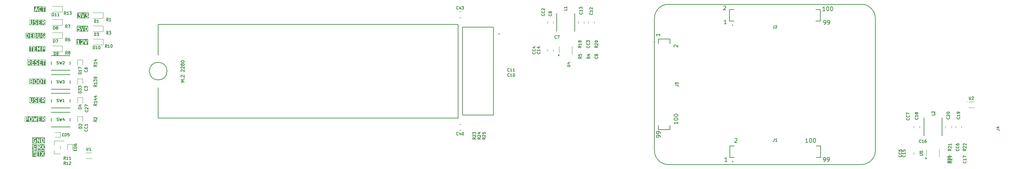
<source format=gto>
%TF.GenerationSoftware,KiCad,Pcbnew,9.0.2*%
%TF.CreationDate,2025-06-03T00:46:39+06:00*%
%TF.ProjectId,OPI CM5 Blade board,4f504920-434d-4352-9042-6c6164652062,rev?*%
%TF.SameCoordinates,Original*%
%TF.FileFunction,Legend,Top*%
%TF.FilePolarity,Positive*%
%FSLAX46Y46*%
G04 Gerber Fmt 4.6, Leading zero omitted, Abs format (unit mm)*
G04 Created by KiCad (PCBNEW 9.0.2) date 2025-06-03 00:46:39*
%MOMM*%
%LPD*%
G01*
G04 APERTURE LIST*
%ADD10C,0.200000*%
%ADD11C,0.175000*%
%ADD12C,0.150000*%
%ADD13C,0.120000*%
%ADD14C,0.152400*%
%ADD15C,0.127000*%
%ADD16C,0.100000*%
G04 APERTURE END LIST*
D10*
X188173110Y-33294066D02*
G75*
G02*
X191672856Y-29794010I3499590J466D01*
G01*
X188173110Y-66293982D02*
X188173110Y-33294066D01*
X191672986Y-69793858D02*
G75*
G02*
X188173042Y-66293982I14J3499958D01*
G01*
X239673056Y-69793866D02*
X191672986Y-69793866D01*
X207520544Y-29793946D02*
X222611954Y-29793946D01*
X243173000Y-33293812D02*
X243173000Y-66294000D01*
X239673136Y-29793946D02*
G75*
G02*
X243173054Y-33293812I-236J-3500154D01*
G01*
X191672856Y-29793946D02*
X239673136Y-29793946D01*
X243172979Y-66294000D02*
G75*
G02*
X239673056Y-69793879I-3499879J0D01*
G01*
X188173110Y-60125356D02*
X188173110Y-50701956D01*
X191672986Y-69793858D02*
X191672986Y-69793866D01*
G36*
X46791913Y-35551299D02*
G01*
X46816582Y-35575967D01*
X46852035Y-35646874D01*
X46894006Y-35814755D01*
X46894006Y-36028231D01*
X46852035Y-36196112D01*
X46816582Y-36267018D01*
X46791913Y-36291688D01*
X46732304Y-36321494D01*
X46684280Y-36321494D01*
X46624670Y-36291689D01*
X46600003Y-36267021D01*
X46564548Y-36196112D01*
X46522578Y-36028231D01*
X46522578Y-35814756D01*
X46564548Y-35646874D01*
X46600002Y-35575967D01*
X46624670Y-35551298D01*
X46684280Y-35521494D01*
X46732304Y-35521494D01*
X46791913Y-35551299D01*
G37*
G36*
X47205117Y-36632605D02*
G01*
X44402410Y-36632605D01*
X44402410Y-35907337D01*
X44513521Y-35907337D01*
X44514975Y-35912155D01*
X44514975Y-35917193D01*
X44520571Y-35930702D01*
X44524792Y-35944692D01*
X44527979Y-35948588D01*
X44529907Y-35953241D01*
X44540243Y-35963577D01*
X44549499Y-35974890D01*
X44553936Y-35977270D01*
X44557497Y-35980831D01*
X44571002Y-35986425D01*
X44583883Y-35993335D01*
X44588892Y-35993835D01*
X44593545Y-35995763D01*
X44608166Y-35995763D01*
X44622707Y-35997217D01*
X44627526Y-35995763D01*
X44632563Y-35995763D01*
X44646072Y-35990166D01*
X44660062Y-35985946D01*
X44663958Y-35982758D01*
X44668611Y-35980831D01*
X44683765Y-35968395D01*
X44719908Y-35932250D01*
X44779518Y-35902446D01*
X44970399Y-35902446D01*
X45030008Y-35932251D01*
X45054677Y-35956919D01*
X45084482Y-36016529D01*
X45084482Y-36207410D01*
X45054677Y-36267018D01*
X45030008Y-36291688D01*
X44970399Y-36321494D01*
X44779518Y-36321494D01*
X44719908Y-36291689D01*
X44683765Y-36255545D01*
X44668612Y-36243108D01*
X44632564Y-36228177D01*
X44593546Y-36228176D01*
X44557497Y-36243107D01*
X44529907Y-36270697D01*
X44514976Y-36306745D01*
X44514975Y-36345763D01*
X44529906Y-36381812D01*
X44542343Y-36396965D01*
X44589961Y-36444585D01*
X44597629Y-36450878D01*
X44599361Y-36452875D01*
X44602369Y-36454768D01*
X44605115Y-36457022D01*
X44607555Y-36458032D01*
X44615952Y-36463318D01*
X44711189Y-36510937D01*
X44729498Y-36517943D01*
X44733081Y-36518197D01*
X44736402Y-36519573D01*
X44755911Y-36521494D01*
X44994006Y-36521494D01*
X45013515Y-36519573D01*
X45016835Y-36518197D01*
X45020419Y-36517943D01*
X45038727Y-36510937D01*
X45133965Y-36463318D01*
X45142360Y-36458033D01*
X45144802Y-36457022D01*
X45147549Y-36454766D01*
X45150555Y-36452875D01*
X45152285Y-36450880D01*
X45159955Y-36444585D01*
X45207574Y-36396965D01*
X45213866Y-36389298D01*
X45215863Y-36387567D01*
X45217756Y-36384559D01*
X45220011Y-36381812D01*
X45221022Y-36379370D01*
X45226306Y-36370976D01*
X45273925Y-36275739D01*
X45280931Y-36257430D01*
X45281185Y-36253846D01*
X45282561Y-36250526D01*
X45284482Y-36231017D01*
X45284482Y-35992922D01*
X45282561Y-35973413D01*
X45281185Y-35970092D01*
X45280931Y-35966509D01*
X45273925Y-35948200D01*
X45226306Y-35852963D01*
X45221020Y-35844566D01*
X45220010Y-35842126D01*
X45217756Y-35839380D01*
X45215863Y-35836372D01*
X45213865Y-35834639D01*
X45207573Y-35826973D01*
X45159955Y-35779354D01*
X45152284Y-35773059D01*
X45150555Y-35771065D01*
X45147547Y-35769171D01*
X45144801Y-35766918D01*
X45142361Y-35765907D01*
X45133965Y-35760622D01*
X45038727Y-35713003D01*
X45020419Y-35705997D01*
X45016835Y-35705742D01*
X45013515Y-35704367D01*
X44994006Y-35702446D01*
X44755911Y-35702446D01*
X44736402Y-35704367D01*
X44733081Y-35705742D01*
X44732744Y-35705766D01*
X44751172Y-35521494D01*
X45136863Y-35521494D01*
X45156372Y-35519573D01*
X45192420Y-35504641D01*
X45220010Y-35477051D01*
X45234942Y-35441003D01*
X45234942Y-35434001D01*
X45370982Y-35434001D01*
X45375329Y-35453117D01*
X45708662Y-36453116D01*
X45716653Y-36471017D01*
X45721336Y-36476416D01*
X45724531Y-36482806D01*
X45734002Y-36491021D01*
X45742218Y-36500493D01*
X45748606Y-36503687D01*
X45754007Y-36508371D01*
X45765908Y-36512338D01*
X45777117Y-36517942D01*
X45784241Y-36518448D01*
X45791023Y-36520709D01*
X45803532Y-36519819D01*
X45816037Y-36520709D01*
X45822815Y-36518449D01*
X45829943Y-36517943D01*
X45841159Y-36512334D01*
X45853053Y-36508370D01*
X45858450Y-36503689D01*
X45864842Y-36500493D01*
X45873060Y-36491017D01*
X45882529Y-36482805D01*
X45885722Y-36476418D01*
X45890407Y-36471017D01*
X45898398Y-36453117D01*
X46115288Y-35802446D01*
X46322578Y-35802446D01*
X46322578Y-36040541D01*
X46322913Y-36043943D01*
X46322696Y-36045402D01*
X46323775Y-36052699D01*
X46324499Y-36060050D01*
X46325063Y-36061413D01*
X46325564Y-36064795D01*
X46373183Y-36255270D01*
X46373696Y-36256707D01*
X46373748Y-36257430D01*
X46376856Y-36265554D01*
X46379778Y-36273731D01*
X46380208Y-36274311D01*
X46380754Y-36275738D01*
X46428373Y-36370976D01*
X46433656Y-36379368D01*
X46434668Y-36381812D01*
X46436924Y-36384561D01*
X46438816Y-36387566D01*
X46440810Y-36389295D01*
X46447105Y-36396965D01*
X46494723Y-36444585D01*
X46502391Y-36450878D01*
X46504123Y-36452875D01*
X46507131Y-36454768D01*
X46509877Y-36457022D01*
X46512317Y-36458032D01*
X46520714Y-36463318D01*
X46615951Y-36510937D01*
X46634260Y-36517943D01*
X46637843Y-36518197D01*
X46641164Y-36519573D01*
X46660673Y-36521494D01*
X46755911Y-36521494D01*
X46775420Y-36519573D01*
X46778740Y-36518197D01*
X46782324Y-36517943D01*
X46800632Y-36510937D01*
X46895870Y-36463318D01*
X46904265Y-36458033D01*
X46906707Y-36457022D01*
X46909454Y-36454766D01*
X46912460Y-36452875D01*
X46914190Y-36450880D01*
X46921860Y-36444585D01*
X46969479Y-36396965D01*
X46975771Y-36389298D01*
X46977768Y-36387567D01*
X46979661Y-36384559D01*
X46981916Y-36381812D01*
X46982927Y-36379370D01*
X46988211Y-36370976D01*
X47035830Y-36275739D01*
X47036376Y-36274310D01*
X47036806Y-36273731D01*
X47039727Y-36265554D01*
X47042836Y-36257430D01*
X47042887Y-36256709D01*
X47043401Y-36255271D01*
X47091020Y-36064795D01*
X47091520Y-36061413D01*
X47092085Y-36060050D01*
X47092808Y-36052699D01*
X47093888Y-36045402D01*
X47093670Y-36043943D01*
X47094006Y-36040541D01*
X47094006Y-35802446D01*
X47093670Y-35799043D01*
X47093888Y-35797585D01*
X47092808Y-35790287D01*
X47092085Y-35782937D01*
X47091520Y-35781573D01*
X47091020Y-35778192D01*
X47043401Y-35587716D01*
X47042887Y-35586277D01*
X47042836Y-35585557D01*
X47039727Y-35577432D01*
X47036806Y-35569256D01*
X47036376Y-35568676D01*
X47035830Y-35567248D01*
X46988211Y-35472011D01*
X46982925Y-35463614D01*
X46981915Y-35461174D01*
X46979661Y-35458428D01*
X46977768Y-35455420D01*
X46975770Y-35453687D01*
X46969478Y-35446021D01*
X46921860Y-35398402D01*
X46914189Y-35392107D01*
X46912460Y-35390113D01*
X46909452Y-35388219D01*
X46906706Y-35385966D01*
X46904266Y-35384955D01*
X46895870Y-35379670D01*
X46800632Y-35332051D01*
X46782324Y-35325045D01*
X46778740Y-35324790D01*
X46775420Y-35323415D01*
X46755911Y-35321494D01*
X46660673Y-35321494D01*
X46641164Y-35323415D01*
X46637843Y-35324790D01*
X46634260Y-35325045D01*
X46615951Y-35332051D01*
X46520714Y-35379670D01*
X46512317Y-35384955D01*
X46509877Y-35385966D01*
X46507131Y-35388219D01*
X46504123Y-35390113D01*
X46502390Y-35392110D01*
X46494724Y-35398403D01*
X46447105Y-35446021D01*
X46440810Y-35453691D01*
X46438816Y-35455421D01*
X46436922Y-35458428D01*
X46434669Y-35461175D01*
X46433658Y-35463614D01*
X46428373Y-35472011D01*
X46380754Y-35567249D01*
X46380208Y-35568675D01*
X46379778Y-35569256D01*
X46376856Y-35577432D01*
X46373748Y-35585557D01*
X46373696Y-35586279D01*
X46373183Y-35587717D01*
X46325564Y-35778192D01*
X46325063Y-35781573D01*
X46324499Y-35782937D01*
X46323775Y-35790287D01*
X46322696Y-35797585D01*
X46322913Y-35799043D01*
X46322578Y-35802446D01*
X46115288Y-35802446D01*
X46231731Y-35453117D01*
X46236078Y-35434002D01*
X46233312Y-35395082D01*
X46215862Y-35360183D01*
X46186386Y-35334618D01*
X46149370Y-35322279D01*
X46110450Y-35325046D01*
X46075551Y-35342495D01*
X46049986Y-35371971D01*
X46041995Y-35389872D01*
X45803530Y-36105266D01*
X45565065Y-35389871D01*
X45557074Y-35371971D01*
X45531509Y-35342495D01*
X45496610Y-35325045D01*
X45457690Y-35322279D01*
X45420674Y-35334617D01*
X45391198Y-35360182D01*
X45373748Y-35395081D01*
X45370982Y-35434001D01*
X45234942Y-35434001D01*
X45234942Y-35401985D01*
X45220010Y-35365937D01*
X45192420Y-35338347D01*
X45156372Y-35323415D01*
X45136863Y-35321494D01*
X44660673Y-35321494D01*
X44653456Y-35322204D01*
X44651020Y-35321961D01*
X44648641Y-35322678D01*
X44641164Y-35323415D01*
X44627654Y-35329011D01*
X44613665Y-35333232D01*
X44609768Y-35336419D01*
X44605116Y-35338347D01*
X44594779Y-35348683D01*
X44583467Y-35357939D01*
X44581086Y-35362376D01*
X44577526Y-35365937D01*
X44571931Y-35379442D01*
X44565022Y-35392323D01*
X44563545Y-35399687D01*
X44562594Y-35401985D01*
X44562594Y-35404435D01*
X44561169Y-35411544D01*
X44513550Y-35887734D01*
X44513521Y-35907337D01*
X44402410Y-35907337D01*
X44402410Y-35210383D01*
X47205117Y-35210383D01*
X47205117Y-36632605D01*
G37*
G36*
X33287653Y-49166930D02*
G01*
X33307105Y-49186382D01*
X33336910Y-49245992D01*
X33336910Y-49341635D01*
X33307105Y-49401243D01*
X33282436Y-49425913D01*
X33222827Y-49455719D01*
X32965482Y-49455719D01*
X32965482Y-49131909D01*
X33182588Y-49131909D01*
X33287653Y-49166930D01*
G37*
G36*
X33234817Y-48685524D02*
G01*
X33259486Y-48710192D01*
X33289291Y-48769802D01*
X33289291Y-48817826D01*
X33259486Y-48877435D01*
X33234817Y-48902103D01*
X33175208Y-48931909D01*
X32965482Y-48931909D01*
X32965482Y-48655719D01*
X33175208Y-48655719D01*
X33234817Y-48685524D01*
G37*
G36*
X34282435Y-48685523D02*
G01*
X34346614Y-48749702D01*
X34384529Y-48901361D01*
X34384529Y-49210075D01*
X34346613Y-49361735D01*
X34282437Y-49425913D01*
X34222827Y-49455719D01*
X34079565Y-49455719D01*
X34019955Y-49425914D01*
X33955778Y-49361736D01*
X33917863Y-49210075D01*
X33917863Y-48901362D01*
X33955778Y-48749702D01*
X34019957Y-48685523D01*
X34079565Y-48655719D01*
X34222827Y-48655719D01*
X34282435Y-48685523D01*
G37*
G36*
X35330054Y-48685523D02*
G01*
X35394233Y-48749702D01*
X35432148Y-48901361D01*
X35432148Y-49210075D01*
X35394232Y-49361735D01*
X35330056Y-49425913D01*
X35270446Y-49455719D01*
X35127184Y-49455719D01*
X35067574Y-49425914D01*
X35003397Y-49361736D01*
X34965482Y-49210075D01*
X34965482Y-48901362D01*
X35003397Y-48749702D01*
X35067576Y-48685523D01*
X35127184Y-48655719D01*
X35270446Y-48655719D01*
X35330054Y-48685523D01*
G37*
G36*
X36598481Y-49766830D02*
G01*
X32654371Y-49766830D01*
X32654371Y-48555719D01*
X32765482Y-48555719D01*
X32765482Y-49555719D01*
X32767403Y-49575228D01*
X32782335Y-49611276D01*
X32809925Y-49638866D01*
X32845973Y-49653798D01*
X32865482Y-49655719D01*
X33246434Y-49655719D01*
X33265943Y-49653798D01*
X33269263Y-49652422D01*
X33272847Y-49652168D01*
X33291155Y-49645162D01*
X33386393Y-49597543D01*
X33394788Y-49592258D01*
X33397230Y-49591247D01*
X33399977Y-49588991D01*
X33402983Y-49587100D01*
X33404713Y-49585105D01*
X33412383Y-49578810D01*
X33460002Y-49531190D01*
X33466294Y-49523523D01*
X33468291Y-49521792D01*
X33470184Y-49518784D01*
X33472439Y-49516037D01*
X33473450Y-49513595D01*
X33478734Y-49505201D01*
X33526353Y-49409964D01*
X33533359Y-49391655D01*
X33533613Y-49388071D01*
X33534989Y-49384751D01*
X33536910Y-49365242D01*
X33536910Y-49222385D01*
X33534989Y-49202876D01*
X33533613Y-49199555D01*
X33533359Y-49195972D01*
X33526353Y-49177663D01*
X33478734Y-49082426D01*
X33473448Y-49074029D01*
X33472438Y-49071589D01*
X33470184Y-49068843D01*
X33468291Y-49065835D01*
X33466293Y-49064102D01*
X33460001Y-49056436D01*
X33412383Y-49008817D01*
X33411594Y-49008169D01*
X33412382Y-49007382D01*
X33418674Y-48999715D01*
X33420672Y-48997983D01*
X33422565Y-48994974D01*
X33424819Y-48992229D01*
X33425829Y-48989788D01*
X33431115Y-48981392D01*
X33477285Y-48889052D01*
X33717863Y-48889052D01*
X33717863Y-49222385D01*
X33718198Y-49225787D01*
X33717981Y-49227246D01*
X33719060Y-49234543D01*
X33719784Y-49241894D01*
X33720348Y-49243257D01*
X33720849Y-49246639D01*
X33768468Y-49437114D01*
X33775063Y-49455575D01*
X33779488Y-49461547D01*
X33782334Y-49468418D01*
X33794771Y-49483571D01*
X33890009Y-49578811D01*
X33897677Y-49585104D01*
X33899408Y-49587100D01*
X33902415Y-49588993D01*
X33905162Y-49591247D01*
X33907602Y-49592257D01*
X33915999Y-49597543D01*
X34011236Y-49645162D01*
X34029545Y-49652168D01*
X34033128Y-49652422D01*
X34036449Y-49653798D01*
X34055958Y-49655719D01*
X34246434Y-49655719D01*
X34265943Y-49653798D01*
X34269263Y-49652422D01*
X34272847Y-49652168D01*
X34291155Y-49645162D01*
X34386393Y-49597543D01*
X34394788Y-49592258D01*
X34397230Y-49591247D01*
X34399977Y-49588991D01*
X34402983Y-49587100D01*
X34404713Y-49585105D01*
X34412383Y-49578810D01*
X34507621Y-49483571D01*
X34520058Y-49468418D01*
X34522903Y-49461547D01*
X34527329Y-49455575D01*
X34533924Y-49437115D01*
X34581543Y-49246639D01*
X34582043Y-49243257D01*
X34582608Y-49241894D01*
X34583331Y-49234543D01*
X34584411Y-49227246D01*
X34584193Y-49225787D01*
X34584529Y-49222385D01*
X34584529Y-48889052D01*
X34765482Y-48889052D01*
X34765482Y-49222385D01*
X34765817Y-49225787D01*
X34765600Y-49227246D01*
X34766679Y-49234543D01*
X34767403Y-49241894D01*
X34767967Y-49243257D01*
X34768468Y-49246639D01*
X34816087Y-49437114D01*
X34822682Y-49455575D01*
X34827107Y-49461547D01*
X34829953Y-49468418D01*
X34842390Y-49483571D01*
X34937628Y-49578811D01*
X34945296Y-49585104D01*
X34947027Y-49587100D01*
X34950034Y-49588993D01*
X34952781Y-49591247D01*
X34955221Y-49592257D01*
X34963618Y-49597543D01*
X35058855Y-49645162D01*
X35077164Y-49652168D01*
X35080747Y-49652422D01*
X35084068Y-49653798D01*
X35103577Y-49655719D01*
X35294053Y-49655719D01*
X35313562Y-49653798D01*
X35316882Y-49652422D01*
X35320466Y-49652168D01*
X35338774Y-49645162D01*
X35434012Y-49597543D01*
X35442407Y-49592258D01*
X35444849Y-49591247D01*
X35447596Y-49588991D01*
X35450602Y-49587100D01*
X35452332Y-49585105D01*
X35460002Y-49578810D01*
X35555240Y-49483571D01*
X35567677Y-49468418D01*
X35570522Y-49461547D01*
X35574948Y-49455575D01*
X35581543Y-49437115D01*
X35629162Y-49246639D01*
X35629662Y-49243257D01*
X35630227Y-49241894D01*
X35630950Y-49234543D01*
X35632030Y-49227246D01*
X35631812Y-49225787D01*
X35632148Y-49222385D01*
X35632148Y-48889052D01*
X35631812Y-48885649D01*
X35632030Y-48884191D01*
X35630950Y-48876893D01*
X35630227Y-48869543D01*
X35629662Y-48868179D01*
X35629162Y-48864798D01*
X35581543Y-48674322D01*
X35574948Y-48655862D01*
X35570521Y-48649887D01*
X35567676Y-48643019D01*
X35555240Y-48627865D01*
X35463585Y-48536210D01*
X35719784Y-48536210D01*
X35719784Y-48575228D01*
X35734716Y-48611276D01*
X35762306Y-48638866D01*
X35798354Y-48653798D01*
X35817863Y-48655719D01*
X36003577Y-48655719D01*
X36003577Y-49555719D01*
X36005498Y-49575228D01*
X36020430Y-49611276D01*
X36048020Y-49638866D01*
X36084068Y-49653798D01*
X36123086Y-49653798D01*
X36159134Y-49638866D01*
X36186724Y-49611276D01*
X36201656Y-49575228D01*
X36203577Y-49555719D01*
X36203577Y-48655719D01*
X36389291Y-48655719D01*
X36408800Y-48653798D01*
X36444848Y-48638866D01*
X36472438Y-48611276D01*
X36487370Y-48575228D01*
X36487370Y-48536210D01*
X36472438Y-48500162D01*
X36444848Y-48472572D01*
X36408800Y-48457640D01*
X36389291Y-48455719D01*
X35817863Y-48455719D01*
X35798354Y-48457640D01*
X35762306Y-48472572D01*
X35734716Y-48500162D01*
X35719784Y-48536210D01*
X35463585Y-48536210D01*
X35460002Y-48532627D01*
X35452331Y-48526332D01*
X35450602Y-48524338D01*
X35447594Y-48522444D01*
X35444848Y-48520191D01*
X35442408Y-48519180D01*
X35434012Y-48513895D01*
X35338774Y-48466276D01*
X35320466Y-48459270D01*
X35316882Y-48459015D01*
X35313562Y-48457640D01*
X35294053Y-48455719D01*
X35103577Y-48455719D01*
X35084068Y-48457640D01*
X35080747Y-48459015D01*
X35077164Y-48459270D01*
X35058855Y-48466276D01*
X34963618Y-48513895D01*
X34955219Y-48519181D01*
X34952782Y-48520191D01*
X34950038Y-48522442D01*
X34947027Y-48524338D01*
X34945294Y-48526335D01*
X34937628Y-48532627D01*
X34842390Y-48627865D01*
X34829954Y-48643019D01*
X34827108Y-48649887D01*
X34822682Y-48655862D01*
X34816087Y-48674323D01*
X34768468Y-48864798D01*
X34767967Y-48868179D01*
X34767403Y-48869543D01*
X34766679Y-48876893D01*
X34765600Y-48884191D01*
X34765817Y-48885649D01*
X34765482Y-48889052D01*
X34584529Y-48889052D01*
X34584193Y-48885649D01*
X34584411Y-48884191D01*
X34583331Y-48876893D01*
X34582608Y-48869543D01*
X34582043Y-48868179D01*
X34581543Y-48864798D01*
X34533924Y-48674322D01*
X34527329Y-48655862D01*
X34522902Y-48649887D01*
X34520057Y-48643019D01*
X34507621Y-48627865D01*
X34412383Y-48532627D01*
X34404712Y-48526332D01*
X34402983Y-48524338D01*
X34399975Y-48522444D01*
X34397229Y-48520191D01*
X34394789Y-48519180D01*
X34386393Y-48513895D01*
X34291155Y-48466276D01*
X34272847Y-48459270D01*
X34269263Y-48459015D01*
X34265943Y-48457640D01*
X34246434Y-48455719D01*
X34055958Y-48455719D01*
X34036449Y-48457640D01*
X34033128Y-48459015D01*
X34029545Y-48459270D01*
X34011236Y-48466276D01*
X33915999Y-48513895D01*
X33907600Y-48519181D01*
X33905163Y-48520191D01*
X33902419Y-48522442D01*
X33899408Y-48524338D01*
X33897675Y-48526335D01*
X33890009Y-48532627D01*
X33794771Y-48627865D01*
X33782335Y-48643019D01*
X33779489Y-48649887D01*
X33775063Y-48655862D01*
X33768468Y-48674323D01*
X33720849Y-48864798D01*
X33720348Y-48868179D01*
X33719784Y-48869543D01*
X33719060Y-48876893D01*
X33717981Y-48884191D01*
X33718198Y-48885649D01*
X33717863Y-48889052D01*
X33477285Y-48889052D01*
X33478734Y-48886155D01*
X33485740Y-48867846D01*
X33485994Y-48864262D01*
X33487370Y-48860942D01*
X33489291Y-48841433D01*
X33489291Y-48746195D01*
X33487370Y-48726686D01*
X33485994Y-48723365D01*
X33485740Y-48719782D01*
X33478734Y-48701473D01*
X33431115Y-48606236D01*
X33425829Y-48597839D01*
X33424819Y-48595399D01*
X33422565Y-48592653D01*
X33420672Y-48589645D01*
X33418674Y-48587912D01*
X33412382Y-48580246D01*
X33364764Y-48532627D01*
X33357093Y-48526332D01*
X33355364Y-48524338D01*
X33352356Y-48522444D01*
X33349610Y-48520191D01*
X33347170Y-48519180D01*
X33338774Y-48513895D01*
X33243536Y-48466276D01*
X33225228Y-48459270D01*
X33221644Y-48459015D01*
X33218324Y-48457640D01*
X33198815Y-48455719D01*
X32865482Y-48455719D01*
X32845973Y-48457640D01*
X32809925Y-48472572D01*
X32782335Y-48500162D01*
X32767403Y-48536210D01*
X32765482Y-48555719D01*
X32654371Y-48555719D01*
X32654371Y-48344608D01*
X36598481Y-48344608D01*
X36598481Y-49766830D01*
G37*
G36*
X33044340Y-58083523D02*
G01*
X33108519Y-58147702D01*
X33146434Y-58299361D01*
X33146434Y-58608075D01*
X33108518Y-58759735D01*
X33044342Y-58823913D01*
X32984732Y-58853719D01*
X32841470Y-58853719D01*
X32781860Y-58823914D01*
X32717683Y-58759736D01*
X32679768Y-58608075D01*
X32679768Y-58299362D01*
X32717683Y-58147702D01*
X32781862Y-58083523D01*
X32841470Y-58053719D01*
X32984732Y-58053719D01*
X33044340Y-58083523D01*
G37*
G36*
X36139579Y-58083524D02*
G01*
X36164248Y-58108192D01*
X36194053Y-58167802D01*
X36194053Y-58263445D01*
X36164248Y-58323054D01*
X36139579Y-58347722D01*
X36079970Y-58377528D01*
X35822625Y-58377528D01*
X35822625Y-58053719D01*
X36079970Y-58053719D01*
X36139579Y-58083524D01*
G37*
G36*
X32044341Y-58083524D02*
G01*
X32069010Y-58108192D01*
X32098815Y-58167802D01*
X32098815Y-58263445D01*
X32069010Y-58323054D01*
X32044341Y-58347722D01*
X31984732Y-58377528D01*
X31727387Y-58377528D01*
X31727387Y-58053719D01*
X31984732Y-58053719D01*
X32044341Y-58083524D01*
G37*
G36*
X36505164Y-59164830D02*
G01*
X31416276Y-59164830D01*
X31416276Y-57953719D01*
X31527387Y-57953719D01*
X31527387Y-58953719D01*
X31529308Y-58973228D01*
X31544240Y-59009276D01*
X31571830Y-59036866D01*
X31607878Y-59051798D01*
X31646896Y-59051798D01*
X31682944Y-59036866D01*
X31710534Y-59009276D01*
X31725466Y-58973228D01*
X31727387Y-58953719D01*
X31727387Y-58577528D01*
X32008339Y-58577528D01*
X32027848Y-58575607D01*
X32031168Y-58574231D01*
X32034752Y-58573977D01*
X32053060Y-58566971D01*
X32148298Y-58519352D01*
X32156694Y-58514066D01*
X32159134Y-58513056D01*
X32161880Y-58510802D01*
X32164888Y-58508909D01*
X32166617Y-58506914D01*
X32174288Y-58500620D01*
X32221906Y-58453001D01*
X32228198Y-58445334D01*
X32230196Y-58443602D01*
X32232089Y-58440593D01*
X32234343Y-58437848D01*
X32235353Y-58435407D01*
X32240639Y-58427011D01*
X32288258Y-58331774D01*
X32295264Y-58313465D01*
X32295518Y-58309881D01*
X32296894Y-58306561D01*
X32298815Y-58287052D01*
X32479768Y-58287052D01*
X32479768Y-58620385D01*
X32480103Y-58623787D01*
X32479886Y-58625246D01*
X32480965Y-58632543D01*
X32481689Y-58639894D01*
X32482253Y-58641257D01*
X32482754Y-58644639D01*
X32530373Y-58835114D01*
X32536968Y-58853575D01*
X32541393Y-58859547D01*
X32544239Y-58866418D01*
X32556676Y-58881571D01*
X32651914Y-58976811D01*
X32659582Y-58983104D01*
X32661313Y-58985100D01*
X32664320Y-58986993D01*
X32667067Y-58989247D01*
X32669507Y-58990257D01*
X32677904Y-58995543D01*
X32773141Y-59043162D01*
X32791450Y-59050168D01*
X32795033Y-59050422D01*
X32798354Y-59051798D01*
X32817863Y-59053719D01*
X33008339Y-59053719D01*
X33027848Y-59051798D01*
X33031168Y-59050422D01*
X33034752Y-59050168D01*
X33053060Y-59043162D01*
X33148298Y-58995543D01*
X33156693Y-58990258D01*
X33159135Y-58989247D01*
X33161882Y-58986991D01*
X33164888Y-58985100D01*
X33166618Y-58983105D01*
X33174288Y-58976810D01*
X33269526Y-58881571D01*
X33281963Y-58866418D01*
X33284808Y-58859547D01*
X33289234Y-58853575D01*
X33295829Y-58835115D01*
X33343448Y-58644639D01*
X33343948Y-58641257D01*
X33344513Y-58639894D01*
X33345236Y-58632543D01*
X33346316Y-58625246D01*
X33346098Y-58623787D01*
X33346434Y-58620385D01*
X33346434Y-58287052D01*
X33346098Y-58283649D01*
X33346316Y-58282191D01*
X33345236Y-58274893D01*
X33344513Y-58267543D01*
X33343948Y-58266179D01*
X33343448Y-58262798D01*
X33295829Y-58072322D01*
X33289234Y-58053862D01*
X33284807Y-58047887D01*
X33281962Y-58041019D01*
X33269526Y-58025865D01*
X33201119Y-57957458D01*
X33479837Y-57957458D01*
X33482487Y-57976881D01*
X33720582Y-58976881D01*
X33722890Y-58983578D01*
X33723209Y-58985976D01*
X33724463Y-58988143D01*
X33726970Y-58995415D01*
X33735485Y-59007181D01*
X33742758Y-59019744D01*
X33746835Y-59022864D01*
X33749845Y-59027024D01*
X33762207Y-59034631D01*
X33773741Y-59043460D01*
X33778704Y-59044783D01*
X33783075Y-59047473D01*
X33797409Y-59049771D01*
X33811442Y-59053513D01*
X33816530Y-59052836D01*
X33821602Y-59053650D01*
X33835736Y-59050284D01*
X33850120Y-59048373D01*
X33854560Y-59045802D01*
X33859559Y-59044612D01*
X33871325Y-59036096D01*
X33883888Y-59028824D01*
X33887008Y-59024746D01*
X33891168Y-59021737D01*
X33898775Y-59009374D01*
X33907604Y-58997841D01*
X33910303Y-58990640D01*
X33911617Y-58988507D01*
X33912000Y-58986116D01*
X33914487Y-58979485D01*
X34008339Y-58627538D01*
X34102192Y-58979486D01*
X34104677Y-58986115D01*
X34105061Y-58988507D01*
X34106374Y-58990641D01*
X34109074Y-58997841D01*
X34117902Y-59009374D01*
X34125510Y-59021737D01*
X34129669Y-59024746D01*
X34132790Y-59028824D01*
X34145354Y-59036098D01*
X34157119Y-59044612D01*
X34162114Y-59045801D01*
X34166558Y-59048374D01*
X34180947Y-59050285D01*
X34195076Y-59053650D01*
X34200147Y-59052836D01*
X34205236Y-59053513D01*
X34219268Y-59049771D01*
X34233603Y-59047473D01*
X34237973Y-59044783D01*
X34242937Y-59043460D01*
X34254470Y-59034631D01*
X34266833Y-59027024D01*
X34269842Y-59022864D01*
X34273920Y-59019744D01*
X34281195Y-59007177D01*
X34289708Y-58995415D01*
X34292212Y-58988149D01*
X34293470Y-58985977D01*
X34293789Y-58983573D01*
X34296096Y-58976881D01*
X34534192Y-57976881D01*
X34536842Y-57957458D01*
X34536243Y-57953719D01*
X34717863Y-57953719D01*
X34717863Y-58953719D01*
X34719784Y-58973228D01*
X34734716Y-59009276D01*
X34762306Y-59036866D01*
X34798354Y-59051798D01*
X34817863Y-59053719D01*
X35294053Y-59053719D01*
X35313562Y-59051798D01*
X35349610Y-59036866D01*
X35377200Y-59009276D01*
X35392132Y-58973228D01*
X35392132Y-58934210D01*
X35377200Y-58898162D01*
X35349610Y-58870572D01*
X35313562Y-58855640D01*
X35294053Y-58853719D01*
X34917863Y-58853719D01*
X34917863Y-58529909D01*
X35151196Y-58529909D01*
X35170705Y-58527988D01*
X35206753Y-58513056D01*
X35234343Y-58485466D01*
X35249275Y-58449418D01*
X35249275Y-58410400D01*
X35234343Y-58374352D01*
X35206753Y-58346762D01*
X35170705Y-58331830D01*
X35151196Y-58329909D01*
X34917863Y-58329909D01*
X34917863Y-58053719D01*
X35294053Y-58053719D01*
X35313562Y-58051798D01*
X35349610Y-58036866D01*
X35377200Y-58009276D01*
X35392132Y-57973228D01*
X35392132Y-57953719D01*
X35622625Y-57953719D01*
X35622625Y-58953719D01*
X35624546Y-58973228D01*
X35639478Y-59009276D01*
X35667068Y-59036866D01*
X35703116Y-59051798D01*
X35742134Y-59051798D01*
X35778182Y-59036866D01*
X35805772Y-59009276D01*
X35820704Y-58973228D01*
X35822625Y-58953719D01*
X35822625Y-58577528D01*
X35908655Y-58577528D01*
X36212130Y-59011065D01*
X36224891Y-59025946D01*
X36257796Y-59046915D01*
X36296221Y-59053696D01*
X36334315Y-59045256D01*
X36366280Y-59022881D01*
X36387249Y-58989976D01*
X36394030Y-58951552D01*
X36385590Y-58913457D01*
X36375976Y-58896373D01*
X36146008Y-58567847D01*
X36148298Y-58566971D01*
X36243536Y-58519352D01*
X36251932Y-58514066D01*
X36254372Y-58513056D01*
X36257118Y-58510802D01*
X36260126Y-58508909D01*
X36261855Y-58506914D01*
X36269526Y-58500620D01*
X36317144Y-58453001D01*
X36323436Y-58445334D01*
X36325434Y-58443602D01*
X36327327Y-58440593D01*
X36329581Y-58437848D01*
X36330591Y-58435407D01*
X36335877Y-58427011D01*
X36383496Y-58331774D01*
X36390502Y-58313465D01*
X36390756Y-58309881D01*
X36392132Y-58306561D01*
X36394053Y-58287052D01*
X36394053Y-58144195D01*
X36392132Y-58124686D01*
X36390756Y-58121365D01*
X36390502Y-58117782D01*
X36383496Y-58099473D01*
X36335877Y-58004236D01*
X36330591Y-57995839D01*
X36329581Y-57993399D01*
X36327327Y-57990653D01*
X36325434Y-57987645D01*
X36323436Y-57985912D01*
X36317144Y-57978246D01*
X36269526Y-57930627D01*
X36261855Y-57924332D01*
X36260126Y-57922338D01*
X36257118Y-57920444D01*
X36254372Y-57918191D01*
X36251932Y-57917180D01*
X36243536Y-57911895D01*
X36148298Y-57864276D01*
X36129990Y-57857270D01*
X36126406Y-57857015D01*
X36123086Y-57855640D01*
X36103577Y-57853719D01*
X35722625Y-57853719D01*
X35703116Y-57855640D01*
X35667068Y-57870572D01*
X35639478Y-57898162D01*
X35624546Y-57934210D01*
X35622625Y-57953719D01*
X35392132Y-57953719D01*
X35392132Y-57934210D01*
X35377200Y-57898162D01*
X35349610Y-57870572D01*
X35313562Y-57855640D01*
X35294053Y-57853719D01*
X34817863Y-57853719D01*
X34798354Y-57855640D01*
X34762306Y-57870572D01*
X34734716Y-57898162D01*
X34719784Y-57934210D01*
X34717863Y-57953719D01*
X34536243Y-57953719D01*
X34530665Y-57918932D01*
X34510216Y-57885701D01*
X34478607Y-57862826D01*
X34440650Y-57853789D01*
X34402123Y-57859965D01*
X34368893Y-57880414D01*
X34346018Y-57912023D01*
X34339630Y-57930557D01*
X34193326Y-58545030D01*
X34104963Y-58213667D01*
X34103249Y-58209096D01*
X34102994Y-58207175D01*
X34101673Y-58204893D01*
X34098080Y-58195311D01*
X34090055Y-58184828D01*
X34083444Y-58173408D01*
X34078300Y-58169471D01*
X34074364Y-58164328D01*
X34062946Y-58157718D01*
X34052461Y-58149692D01*
X34046197Y-58148021D01*
X34040596Y-58144779D01*
X34027518Y-58143041D01*
X34014760Y-58139639D01*
X34008338Y-58140492D01*
X34001918Y-58139639D01*
X33989164Y-58143039D01*
X33976082Y-58144778D01*
X33970477Y-58148022D01*
X33964217Y-58149692D01*
X33953733Y-58157716D01*
X33942314Y-58164328D01*
X33938377Y-58169471D01*
X33933234Y-58173408D01*
X33926624Y-58184825D01*
X33918598Y-58195311D01*
X33915002Y-58204899D01*
X33913685Y-58207176D01*
X33913430Y-58209094D01*
X33911716Y-58213666D01*
X33823351Y-58545030D01*
X33677049Y-57930557D01*
X33670661Y-57912023D01*
X33647786Y-57880414D01*
X33614556Y-57859965D01*
X33576029Y-57853788D01*
X33538072Y-57862826D01*
X33506463Y-57885701D01*
X33486014Y-57918931D01*
X33479837Y-57957458D01*
X33201119Y-57957458D01*
X33174288Y-57930627D01*
X33166617Y-57924332D01*
X33164888Y-57922338D01*
X33161880Y-57920444D01*
X33159134Y-57918191D01*
X33156694Y-57917180D01*
X33148298Y-57911895D01*
X33053060Y-57864276D01*
X33034752Y-57857270D01*
X33031168Y-57857015D01*
X33027848Y-57855640D01*
X33008339Y-57853719D01*
X32817863Y-57853719D01*
X32798354Y-57855640D01*
X32795033Y-57857015D01*
X32791450Y-57857270D01*
X32773141Y-57864276D01*
X32677904Y-57911895D01*
X32669505Y-57917181D01*
X32667068Y-57918191D01*
X32664324Y-57920442D01*
X32661313Y-57922338D01*
X32659580Y-57924335D01*
X32651914Y-57930627D01*
X32556676Y-58025865D01*
X32544240Y-58041019D01*
X32541394Y-58047887D01*
X32536968Y-58053862D01*
X32530373Y-58072323D01*
X32482754Y-58262798D01*
X32482253Y-58266179D01*
X32481689Y-58267543D01*
X32480965Y-58274893D01*
X32479886Y-58282191D01*
X32480103Y-58283649D01*
X32479768Y-58287052D01*
X32298815Y-58287052D01*
X32298815Y-58144195D01*
X32296894Y-58124686D01*
X32295518Y-58121365D01*
X32295264Y-58117782D01*
X32288258Y-58099473D01*
X32240639Y-58004236D01*
X32235353Y-57995839D01*
X32234343Y-57993399D01*
X32232089Y-57990653D01*
X32230196Y-57987645D01*
X32228198Y-57985912D01*
X32221906Y-57978246D01*
X32174288Y-57930627D01*
X32166617Y-57924332D01*
X32164888Y-57922338D01*
X32161880Y-57920444D01*
X32159134Y-57918191D01*
X32156694Y-57917180D01*
X32148298Y-57911895D01*
X32053060Y-57864276D01*
X32034752Y-57857270D01*
X32031168Y-57857015D01*
X32027848Y-57855640D01*
X32008339Y-57853719D01*
X31627387Y-57853719D01*
X31607878Y-57855640D01*
X31571830Y-57870572D01*
X31544240Y-57898162D01*
X31529308Y-57934210D01*
X31527387Y-57953719D01*
X31416276Y-57953719D01*
X31416276Y-57742608D01*
X36505164Y-57742608D01*
X36505164Y-59164830D01*
G37*
G36*
X35946367Y-63391240D02*
G01*
X36013440Y-63458313D01*
X36048892Y-63529218D01*
X36090863Y-63697099D01*
X36090863Y-63815337D01*
X36048892Y-63983218D01*
X36013439Y-64054124D01*
X35946368Y-64121197D01*
X35841303Y-64156219D01*
X35719435Y-64156219D01*
X35719435Y-63356219D01*
X35841303Y-63356219D01*
X35946367Y-63391240D01*
G37*
G36*
X36401974Y-64467330D02*
G01*
X33313086Y-64467330D01*
X33313086Y-63684790D01*
X33424197Y-63684790D01*
X33424197Y-63827647D01*
X33424532Y-63831049D01*
X33424315Y-63832508D01*
X33425394Y-63839805D01*
X33426118Y-63847156D01*
X33426682Y-63848519D01*
X33427183Y-63851901D01*
X33474802Y-64042376D01*
X33475315Y-64043813D01*
X33475367Y-64044536D01*
X33478475Y-64052660D01*
X33481397Y-64060837D01*
X33481827Y-64061417D01*
X33482373Y-64062844D01*
X33529992Y-64158082D01*
X33535274Y-64166474D01*
X33536287Y-64168918D01*
X33538543Y-64171667D01*
X33540435Y-64174672D01*
X33542429Y-64176401D01*
X33548724Y-64184071D01*
X33643962Y-64279311D01*
X33659115Y-64291747D01*
X33662434Y-64293122D01*
X33665150Y-64295477D01*
X33683050Y-64303468D01*
X33825907Y-64351087D01*
X33835579Y-64353286D01*
X33838021Y-64354298D01*
X33841558Y-64354646D01*
X33845022Y-64355434D01*
X33847656Y-64355246D01*
X33857530Y-64356219D01*
X33952768Y-64356219D01*
X33962641Y-64355246D01*
X33965275Y-64355434D01*
X33968738Y-64354646D01*
X33972277Y-64354298D01*
X33974719Y-64353286D01*
X33984391Y-64351087D01*
X34127247Y-64303468D01*
X34145148Y-64295477D01*
X34147863Y-64293122D01*
X34151183Y-64291747D01*
X34166336Y-64279310D01*
X34213955Y-64231690D01*
X34226392Y-64216537D01*
X34241323Y-64180488D01*
X34243244Y-64160980D01*
X34243244Y-63827647D01*
X34241323Y-63808138D01*
X34226391Y-63772090D01*
X34198801Y-63744500D01*
X34162753Y-63729568D01*
X34143244Y-63727647D01*
X33952768Y-63727647D01*
X33933259Y-63729568D01*
X33897211Y-63744500D01*
X33869621Y-63772090D01*
X33854689Y-63808138D01*
X33854689Y-63847156D01*
X33869621Y-63883204D01*
X33897211Y-63910794D01*
X33933259Y-63925726D01*
X33952768Y-63927647D01*
X34043244Y-63927647D01*
X34043244Y-64119559D01*
X34041605Y-64121197D01*
X33936541Y-64156219D01*
X33873756Y-64156219D01*
X33768691Y-64121197D01*
X33701621Y-64054127D01*
X33666167Y-63983218D01*
X33624197Y-63815337D01*
X33624197Y-63697100D01*
X33666167Y-63529218D01*
X33701620Y-63458312D01*
X33768692Y-63391240D01*
X33873756Y-63356219D01*
X33976780Y-63356219D01*
X34050903Y-63393281D01*
X34069212Y-63400287D01*
X34108132Y-63403053D01*
X34145148Y-63390714D01*
X34174625Y-63365149D01*
X34192074Y-63330251D01*
X34194839Y-63291331D01*
X34183136Y-63256219D01*
X34471816Y-63256219D01*
X34471816Y-64256219D01*
X34473737Y-64275728D01*
X34488669Y-64311776D01*
X34516259Y-64339366D01*
X34552307Y-64354298D01*
X34591325Y-64354298D01*
X34627373Y-64339366D01*
X34654963Y-64311776D01*
X34669895Y-64275728D01*
X34671816Y-64256219D01*
X34671816Y-63632775D01*
X35056420Y-64305833D01*
X35059338Y-64309943D01*
X35060097Y-64311776D01*
X35061963Y-64313642D01*
X35067767Y-64321818D01*
X35078283Y-64329962D01*
X35087687Y-64339366D01*
X35093574Y-64341804D01*
X35098616Y-64345709D01*
X35111448Y-64349208D01*
X35123735Y-64354298D01*
X35130111Y-64354298D01*
X35136260Y-64355975D01*
X35149453Y-64354298D01*
X35162753Y-64354298D01*
X35168641Y-64351858D01*
X35174966Y-64351055D01*
X35186515Y-64344454D01*
X35198801Y-64339366D01*
X35203308Y-64334858D01*
X35208843Y-64331696D01*
X35216987Y-64321179D01*
X35226391Y-64311776D01*
X35228829Y-64305888D01*
X35232734Y-64300847D01*
X35236233Y-64288014D01*
X35241323Y-64275728D01*
X35242305Y-64265750D01*
X35243000Y-64263204D01*
X35242749Y-64261236D01*
X35243244Y-64256219D01*
X35243244Y-63256219D01*
X35519435Y-63256219D01*
X35519435Y-64256219D01*
X35521356Y-64275728D01*
X35536288Y-64311776D01*
X35563878Y-64339366D01*
X35599926Y-64354298D01*
X35619435Y-64356219D01*
X35857530Y-64356219D01*
X35867403Y-64355246D01*
X35870037Y-64355434D01*
X35873500Y-64354646D01*
X35877039Y-64354298D01*
X35879481Y-64353286D01*
X35889153Y-64351087D01*
X36032009Y-64303468D01*
X36049910Y-64295477D01*
X36052625Y-64293122D01*
X36055945Y-64291747D01*
X36071098Y-64279310D01*
X36166336Y-64184071D01*
X36172628Y-64176404D01*
X36174625Y-64174673D01*
X36176518Y-64171665D01*
X36178773Y-64168918D01*
X36179784Y-64166476D01*
X36185068Y-64158082D01*
X36232687Y-64062845D01*
X36233233Y-64061416D01*
X36233663Y-64060837D01*
X36236584Y-64052660D01*
X36239693Y-64044536D01*
X36239744Y-64043815D01*
X36240258Y-64042377D01*
X36287877Y-63851901D01*
X36288377Y-63848519D01*
X36288942Y-63847156D01*
X36289665Y-63839805D01*
X36290745Y-63832508D01*
X36290527Y-63831049D01*
X36290863Y-63827647D01*
X36290863Y-63684790D01*
X36290527Y-63681387D01*
X36290745Y-63679929D01*
X36289665Y-63672631D01*
X36288942Y-63665281D01*
X36288377Y-63663917D01*
X36287877Y-63660536D01*
X36240258Y-63470060D01*
X36239744Y-63468621D01*
X36239693Y-63467901D01*
X36236584Y-63459776D01*
X36233663Y-63451600D01*
X36233233Y-63451020D01*
X36232687Y-63449592D01*
X36185068Y-63354355D01*
X36179781Y-63345956D01*
X36178772Y-63343519D01*
X36176520Y-63340775D01*
X36174625Y-63337764D01*
X36172627Y-63336031D01*
X36166336Y-63328365D01*
X36071098Y-63233127D01*
X36055944Y-63220691D01*
X36052625Y-63219316D01*
X36049910Y-63216961D01*
X36032009Y-63208970D01*
X35889153Y-63161351D01*
X35879481Y-63159151D01*
X35877039Y-63158140D01*
X35873500Y-63157791D01*
X35870037Y-63157004D01*
X35867403Y-63157191D01*
X35857530Y-63156219D01*
X35619435Y-63156219D01*
X35599926Y-63158140D01*
X35563878Y-63173072D01*
X35536288Y-63200662D01*
X35521356Y-63236710D01*
X35519435Y-63256219D01*
X35243244Y-63256219D01*
X35241323Y-63236710D01*
X35226391Y-63200662D01*
X35198801Y-63173072D01*
X35162753Y-63158140D01*
X35123735Y-63158140D01*
X35087687Y-63173072D01*
X35060097Y-63200662D01*
X35045165Y-63236710D01*
X35043244Y-63256219D01*
X35043244Y-63879662D01*
X34658640Y-63206605D01*
X34655721Y-63202494D01*
X34654963Y-63200662D01*
X34653096Y-63198795D01*
X34647293Y-63190620D01*
X34636778Y-63182477D01*
X34627373Y-63173072D01*
X34621482Y-63170632D01*
X34616444Y-63166730D01*
X34603615Y-63163231D01*
X34591325Y-63158140D01*
X34584950Y-63158140D01*
X34578801Y-63156463D01*
X34565608Y-63158140D01*
X34552307Y-63158140D01*
X34546418Y-63160579D01*
X34540094Y-63161383D01*
X34528544Y-63167983D01*
X34516259Y-63173072D01*
X34511751Y-63177579D01*
X34506217Y-63180742D01*
X34498074Y-63191256D01*
X34488669Y-63200662D01*
X34486229Y-63206552D01*
X34482327Y-63211591D01*
X34478828Y-63224419D01*
X34473737Y-63236710D01*
X34472754Y-63246687D01*
X34472060Y-63249234D01*
X34472310Y-63251201D01*
X34471816Y-63256219D01*
X34183136Y-63256219D01*
X34182501Y-63254315D01*
X34156936Y-63224838D01*
X34140346Y-63214395D01*
X34045108Y-63166776D01*
X34026800Y-63159770D01*
X34023216Y-63159515D01*
X34019896Y-63158140D01*
X34000387Y-63156219D01*
X33857530Y-63156219D01*
X33847656Y-63157191D01*
X33845022Y-63157004D01*
X33841558Y-63157791D01*
X33838021Y-63158140D01*
X33835579Y-63159151D01*
X33825907Y-63161351D01*
X33683050Y-63208970D01*
X33665150Y-63216961D01*
X33662434Y-63219316D01*
X33659116Y-63220691D01*
X33643962Y-63233127D01*
X33548724Y-63328365D01*
X33542429Y-63336035D01*
X33540435Y-63337765D01*
X33538541Y-63340772D01*
X33536288Y-63343519D01*
X33535277Y-63345958D01*
X33529992Y-63354355D01*
X33482373Y-63449593D01*
X33481827Y-63451019D01*
X33481397Y-63451600D01*
X33478475Y-63459776D01*
X33475367Y-63467901D01*
X33475315Y-63468623D01*
X33474802Y-63470061D01*
X33427183Y-63660536D01*
X33426682Y-63663917D01*
X33426118Y-63665281D01*
X33425394Y-63672631D01*
X33424315Y-63679929D01*
X33424532Y-63681387D01*
X33424197Y-63684790D01*
X33313086Y-63684790D01*
X33313086Y-63045108D01*
X36401974Y-63045108D01*
X36401974Y-64467330D01*
G37*
G36*
X47172570Y-39934605D02*
G01*
X44275728Y-39934605D01*
X44275728Y-38996701D01*
X44386839Y-38996701D01*
X44389605Y-39035621D01*
X44407054Y-39070520D01*
X44436531Y-39096084D01*
X44473547Y-39108423D01*
X44512467Y-39105657D01*
X44530775Y-39098651D01*
X44626013Y-39051032D01*
X44634409Y-39045746D01*
X44636849Y-39044736D01*
X44639595Y-39042482D01*
X44642603Y-39040589D01*
X44644332Y-39038594D01*
X44652003Y-39032300D01*
X44671768Y-39012535D01*
X44671768Y-39623494D01*
X44486054Y-39623494D01*
X44466545Y-39625415D01*
X44430497Y-39640347D01*
X44402907Y-39667937D01*
X44387975Y-39703985D01*
X44387975Y-39743003D01*
X44402907Y-39779051D01*
X44430497Y-39806641D01*
X44466545Y-39821573D01*
X44486054Y-39823494D01*
X45057482Y-39823494D01*
X45076991Y-39821573D01*
X45113039Y-39806641D01*
X45140629Y-39779051D01*
X45155561Y-39743003D01*
X45155561Y-39703985D01*
X45292737Y-39703985D01*
X45292737Y-39743003D01*
X45307669Y-39779051D01*
X45335259Y-39806641D01*
X45371307Y-39821573D01*
X45390816Y-39823494D01*
X46009863Y-39823494D01*
X46029372Y-39821573D01*
X46065420Y-39806641D01*
X46093010Y-39779051D01*
X46107942Y-39743003D01*
X46107942Y-39703985D01*
X46093010Y-39667937D01*
X46065420Y-39640347D01*
X46029372Y-39625415D01*
X46009863Y-39623494D01*
X45632238Y-39623494D01*
X46032955Y-39222776D01*
X46045391Y-39207622D01*
X46046765Y-39204303D01*
X46049121Y-39201588D01*
X46057112Y-39183688D01*
X46104731Y-39040831D01*
X46106930Y-39031158D01*
X46107942Y-39028717D01*
X46108290Y-39025179D01*
X46109078Y-39021716D01*
X46108890Y-39019081D01*
X46109863Y-39009208D01*
X46109863Y-38913970D01*
X46107942Y-38894461D01*
X46106566Y-38891140D01*
X46106312Y-38887557D01*
X46099306Y-38869248D01*
X46051687Y-38774011D01*
X46046401Y-38765614D01*
X46045391Y-38763174D01*
X46043137Y-38760428D01*
X46041244Y-38757420D01*
X46039246Y-38755687D01*
X46032954Y-38748021D01*
X46020934Y-38736001D01*
X46196363Y-38736001D01*
X46200710Y-38755117D01*
X46534043Y-39755116D01*
X46542034Y-39773017D01*
X46546717Y-39778416D01*
X46549912Y-39784806D01*
X46559383Y-39793021D01*
X46567599Y-39802493D01*
X46573987Y-39805687D01*
X46579388Y-39810371D01*
X46591289Y-39814338D01*
X46602498Y-39819942D01*
X46609622Y-39820448D01*
X46616404Y-39822709D01*
X46628913Y-39821819D01*
X46641418Y-39822709D01*
X46648196Y-39820449D01*
X46655324Y-39819943D01*
X46666540Y-39814334D01*
X46678434Y-39810370D01*
X46683831Y-39805689D01*
X46690223Y-39802493D01*
X46698441Y-39793017D01*
X46707910Y-39784805D01*
X46711103Y-39778418D01*
X46715788Y-39773017D01*
X46723779Y-39755117D01*
X47057112Y-38755117D01*
X47061459Y-38736002D01*
X47058693Y-38697082D01*
X47041243Y-38662183D01*
X47011767Y-38636618D01*
X46974751Y-38624279D01*
X46935831Y-38627046D01*
X46900932Y-38644495D01*
X46875367Y-38673971D01*
X46867376Y-38691872D01*
X46628911Y-39407266D01*
X46390446Y-38691871D01*
X46382455Y-38673971D01*
X46356890Y-38644495D01*
X46321991Y-38627045D01*
X46283071Y-38624279D01*
X46246055Y-38636617D01*
X46216579Y-38662182D01*
X46199129Y-38697081D01*
X46196363Y-38736001D01*
X46020934Y-38736001D01*
X45985336Y-38700402D01*
X45977665Y-38694107D01*
X45975936Y-38692113D01*
X45972928Y-38690219D01*
X45970182Y-38687966D01*
X45967742Y-38686955D01*
X45959346Y-38681670D01*
X45864108Y-38634051D01*
X45845800Y-38627045D01*
X45842216Y-38626790D01*
X45838896Y-38625415D01*
X45819387Y-38623494D01*
X45581292Y-38623494D01*
X45561783Y-38625415D01*
X45558462Y-38626790D01*
X45554879Y-38627045D01*
X45536570Y-38634051D01*
X45441333Y-38681670D01*
X45432936Y-38686955D01*
X45430496Y-38687966D01*
X45427750Y-38690219D01*
X45424742Y-38692113D01*
X45423009Y-38694110D01*
X45415343Y-38700403D01*
X45367724Y-38748021D01*
X45355288Y-38763175D01*
X45340356Y-38799223D01*
X45340356Y-38838241D01*
X45355288Y-38874289D01*
X45382878Y-38901879D01*
X45418926Y-38916811D01*
X45457944Y-38916811D01*
X45493992Y-38901879D01*
X45509146Y-38889443D01*
X45545289Y-38853298D01*
X45604899Y-38823494D01*
X45795780Y-38823494D01*
X45855389Y-38853299D01*
X45880058Y-38877967D01*
X45909863Y-38937577D01*
X45909863Y-38992981D01*
X45874841Y-39098045D01*
X45320105Y-39652783D01*
X45307669Y-39667937D01*
X45292737Y-39703985D01*
X45155561Y-39703985D01*
X45140629Y-39667937D01*
X45113039Y-39640347D01*
X45076991Y-39625415D01*
X45057482Y-39623494D01*
X44871768Y-39623494D01*
X44871768Y-38723494D01*
X44871761Y-38723423D01*
X44871768Y-38723389D01*
X44871747Y-38723287D01*
X44869847Y-38703985D01*
X44866057Y-38694836D01*
X44864116Y-38685129D01*
X44858664Y-38676988D01*
X44854915Y-38667937D01*
X44847915Y-38660937D01*
X44842405Y-38652709D01*
X44834250Y-38647272D01*
X44827325Y-38640347D01*
X44818181Y-38636559D01*
X44809940Y-38631065D01*
X44800326Y-38629163D01*
X44791277Y-38625415D01*
X44781376Y-38625415D01*
X44771664Y-38623494D01*
X44762059Y-38625415D01*
X44752259Y-38625415D01*
X44743110Y-38629204D01*
X44733403Y-38631146D01*
X44725262Y-38636597D01*
X44716211Y-38640347D01*
X44709211Y-38647346D01*
X44700983Y-38652857D01*
X44688694Y-38667863D01*
X44688621Y-38667937D01*
X44688607Y-38667969D01*
X44688563Y-38668024D01*
X44598819Y-38802640D01*
X44522055Y-38879403D01*
X44441333Y-38919765D01*
X44424742Y-38930208D01*
X44399178Y-38959685D01*
X44386839Y-38996701D01*
X44275728Y-38996701D01*
X44275728Y-38512383D01*
X47172570Y-38512383D01*
X47172570Y-39934605D01*
G37*
G36*
X36139579Y-40555024D02*
G01*
X36164248Y-40579692D01*
X36194053Y-40639302D01*
X36194053Y-40734945D01*
X36164248Y-40794554D01*
X36139579Y-40819222D01*
X36079970Y-40849028D01*
X35822625Y-40849028D01*
X35822625Y-40525219D01*
X36079970Y-40525219D01*
X36139579Y-40555024D01*
G37*
G36*
X36505164Y-41636330D02*
G01*
X32561054Y-41636330D01*
X32561054Y-40405710D01*
X32672165Y-40405710D01*
X32672165Y-40444728D01*
X32687097Y-40480776D01*
X32714687Y-40508366D01*
X32750735Y-40523298D01*
X32770244Y-40525219D01*
X32955958Y-40525219D01*
X32955958Y-41425219D01*
X32957879Y-41444728D01*
X32972811Y-41480776D01*
X33000401Y-41508366D01*
X33036449Y-41523298D01*
X33075467Y-41523298D01*
X33111515Y-41508366D01*
X33139105Y-41480776D01*
X33154037Y-41444728D01*
X33155958Y-41425219D01*
X33155958Y-40525219D01*
X33341672Y-40525219D01*
X33361181Y-40523298D01*
X33397229Y-40508366D01*
X33424819Y-40480776D01*
X33439751Y-40444728D01*
X33439751Y-40425219D01*
X33575006Y-40425219D01*
X33575006Y-41425219D01*
X33576927Y-41444728D01*
X33591859Y-41480776D01*
X33619449Y-41508366D01*
X33655497Y-41523298D01*
X33675006Y-41525219D01*
X34151196Y-41525219D01*
X34170705Y-41523298D01*
X34206753Y-41508366D01*
X34234343Y-41480776D01*
X34249275Y-41444728D01*
X34249275Y-41405710D01*
X34234343Y-41369662D01*
X34206753Y-41342072D01*
X34170705Y-41327140D01*
X34151196Y-41325219D01*
X33775006Y-41325219D01*
X33775006Y-41001409D01*
X34008339Y-41001409D01*
X34027848Y-40999488D01*
X34063896Y-40984556D01*
X34091486Y-40956966D01*
X34106418Y-40920918D01*
X34106418Y-40881900D01*
X34091486Y-40845852D01*
X34063896Y-40818262D01*
X34027848Y-40803330D01*
X34008339Y-40801409D01*
X33775006Y-40801409D01*
X33775006Y-40525219D01*
X34151196Y-40525219D01*
X34170705Y-40523298D01*
X34206753Y-40508366D01*
X34234343Y-40480776D01*
X34249275Y-40444728D01*
X34249275Y-40425219D01*
X34479768Y-40425219D01*
X34479768Y-41425219D01*
X34481689Y-41444728D01*
X34496621Y-41480776D01*
X34524211Y-41508366D01*
X34560259Y-41523298D01*
X34599277Y-41523298D01*
X34635325Y-41508366D01*
X34662915Y-41480776D01*
X34677847Y-41444728D01*
X34679768Y-41425219D01*
X34679768Y-40875975D01*
X34822483Y-41181793D01*
X34826715Y-41188938D01*
X34827595Y-41191356D01*
X34829160Y-41193065D01*
X34832474Y-41198659D01*
X34843684Y-41208925D01*
X34853946Y-41220131D01*
X34857971Y-41222009D01*
X34861249Y-41225011D01*
X34875531Y-41230204D01*
X34889304Y-41236632D01*
X34893743Y-41236827D01*
X34897918Y-41238345D01*
X34913101Y-41237677D01*
X34928284Y-41238345D01*
X34932457Y-41236827D01*
X34936899Y-41236632D01*
X34950683Y-41230199D01*
X34964953Y-41225010D01*
X34968226Y-41222012D01*
X34972256Y-41220132D01*
X34982525Y-41208917D01*
X34993728Y-41198659D01*
X34997039Y-41193068D01*
X34998608Y-41191356D01*
X34999488Y-41188934D01*
X35003719Y-41181793D01*
X35146434Y-40875974D01*
X35146434Y-41425219D01*
X35148355Y-41444728D01*
X35163287Y-41480776D01*
X35190877Y-41508366D01*
X35226925Y-41523298D01*
X35265943Y-41523298D01*
X35301991Y-41508366D01*
X35329581Y-41480776D01*
X35344513Y-41444728D01*
X35346434Y-41425219D01*
X35346434Y-40425219D01*
X35622625Y-40425219D01*
X35622625Y-41425219D01*
X35624546Y-41444728D01*
X35639478Y-41480776D01*
X35667068Y-41508366D01*
X35703116Y-41523298D01*
X35742134Y-41523298D01*
X35778182Y-41508366D01*
X35805772Y-41480776D01*
X35820704Y-41444728D01*
X35822625Y-41425219D01*
X35822625Y-41049028D01*
X36103577Y-41049028D01*
X36123086Y-41047107D01*
X36126406Y-41045731D01*
X36129990Y-41045477D01*
X36148298Y-41038471D01*
X36243536Y-40990852D01*
X36251932Y-40985566D01*
X36254372Y-40984556D01*
X36257118Y-40982302D01*
X36260126Y-40980409D01*
X36261855Y-40978414D01*
X36269526Y-40972120D01*
X36317144Y-40924501D01*
X36323436Y-40916834D01*
X36325434Y-40915102D01*
X36327327Y-40912093D01*
X36329581Y-40909348D01*
X36330591Y-40906907D01*
X36335877Y-40898511D01*
X36383496Y-40803274D01*
X36390502Y-40784965D01*
X36390756Y-40781381D01*
X36392132Y-40778061D01*
X36394053Y-40758552D01*
X36394053Y-40615695D01*
X36392132Y-40596186D01*
X36390756Y-40592865D01*
X36390502Y-40589282D01*
X36383496Y-40570973D01*
X36335877Y-40475736D01*
X36330591Y-40467339D01*
X36329581Y-40464899D01*
X36327327Y-40462153D01*
X36325434Y-40459145D01*
X36323436Y-40457412D01*
X36317144Y-40449746D01*
X36269526Y-40402127D01*
X36261855Y-40395832D01*
X36260126Y-40393838D01*
X36257118Y-40391944D01*
X36254372Y-40389691D01*
X36251932Y-40388680D01*
X36243536Y-40383395D01*
X36148298Y-40335776D01*
X36129990Y-40328770D01*
X36126406Y-40328515D01*
X36123086Y-40327140D01*
X36103577Y-40325219D01*
X35722625Y-40325219D01*
X35703116Y-40327140D01*
X35667068Y-40342072D01*
X35639478Y-40369662D01*
X35624546Y-40405710D01*
X35622625Y-40425219D01*
X35346434Y-40425219D01*
X35345171Y-40412395D01*
X35345275Y-40410036D01*
X35344814Y-40408768D01*
X35344513Y-40405710D01*
X35337872Y-40389679D01*
X35331941Y-40373367D01*
X35330434Y-40371721D01*
X35329581Y-40369662D01*
X35317319Y-40357400D01*
X35305589Y-40344591D01*
X35303565Y-40343646D01*
X35301991Y-40342072D01*
X35285975Y-40335437D01*
X35270232Y-40328091D01*
X35268002Y-40327993D01*
X35265943Y-40327140D01*
X35248591Y-40327140D01*
X35231251Y-40326378D01*
X35229155Y-40327140D01*
X35226925Y-40327140D01*
X35210894Y-40333780D01*
X35194582Y-40339712D01*
X35192936Y-40341218D01*
X35190877Y-40342072D01*
X35178609Y-40354339D01*
X35165807Y-40366064D01*
X35164240Y-40368708D01*
X35163287Y-40369662D01*
X35162383Y-40371843D01*
X35155816Y-40382930D01*
X34913100Y-40903033D01*
X34670386Y-40382930D01*
X34663818Y-40371843D01*
X34662915Y-40369662D01*
X34661961Y-40368708D01*
X34660395Y-40366064D01*
X34647598Y-40354345D01*
X34635325Y-40342072D01*
X34633263Y-40341218D01*
X34631620Y-40339713D01*
X34615318Y-40333784D01*
X34599277Y-40327140D01*
X34597046Y-40327140D01*
X34594951Y-40326378D01*
X34577611Y-40327140D01*
X34560259Y-40327140D01*
X34558199Y-40327993D01*
X34555971Y-40328091D01*
X34540240Y-40335432D01*
X34524211Y-40342072D01*
X34522634Y-40343648D01*
X34520613Y-40344592D01*
X34508894Y-40357388D01*
X34496621Y-40369662D01*
X34495767Y-40371723D01*
X34494262Y-40373367D01*
X34488333Y-40389668D01*
X34481689Y-40405710D01*
X34481387Y-40408768D01*
X34480927Y-40410036D01*
X34481030Y-40412395D01*
X34479768Y-40425219D01*
X34249275Y-40425219D01*
X34249275Y-40405710D01*
X34234343Y-40369662D01*
X34206753Y-40342072D01*
X34170705Y-40327140D01*
X34151196Y-40325219D01*
X33675006Y-40325219D01*
X33655497Y-40327140D01*
X33619449Y-40342072D01*
X33591859Y-40369662D01*
X33576927Y-40405710D01*
X33575006Y-40425219D01*
X33439751Y-40425219D01*
X33439751Y-40405710D01*
X33424819Y-40369662D01*
X33397229Y-40342072D01*
X33361181Y-40327140D01*
X33341672Y-40325219D01*
X32770244Y-40325219D01*
X32750735Y-40327140D01*
X32714687Y-40342072D01*
X32687097Y-40369662D01*
X32672165Y-40405710D01*
X32561054Y-40405710D01*
X32561054Y-40214108D01*
X36505164Y-40214108D01*
X36505164Y-41636330D01*
G37*
G36*
X36139579Y-33951024D02*
G01*
X36164248Y-33975692D01*
X36194053Y-34035302D01*
X36194053Y-34130945D01*
X36164248Y-34190554D01*
X36139579Y-34215222D01*
X36079970Y-34245028D01*
X35822625Y-34245028D01*
X35822625Y-33921219D01*
X36079970Y-33921219D01*
X36139579Y-33951024D01*
G37*
G36*
X36505164Y-35032330D02*
G01*
X32606752Y-35032330D01*
X32606752Y-33821219D01*
X32717863Y-33821219D01*
X32717863Y-34630742D01*
X32719784Y-34650251D01*
X32721159Y-34653571D01*
X32721414Y-34657155D01*
X32728420Y-34675463D01*
X32776039Y-34770701D01*
X32781322Y-34779093D01*
X32782334Y-34781537D01*
X32784590Y-34784286D01*
X32786482Y-34787291D01*
X32788476Y-34789020D01*
X32794771Y-34796690D01*
X32842389Y-34844310D01*
X32850057Y-34850603D01*
X32851789Y-34852600D01*
X32854797Y-34854493D01*
X32857543Y-34856747D01*
X32859983Y-34857757D01*
X32868380Y-34863043D01*
X32963617Y-34910662D01*
X32981926Y-34917668D01*
X32985509Y-34917922D01*
X32988830Y-34919298D01*
X33008339Y-34921219D01*
X33198815Y-34921219D01*
X33218324Y-34919298D01*
X33221644Y-34917922D01*
X33225228Y-34917668D01*
X33243536Y-34910662D01*
X33338774Y-34863043D01*
X33347169Y-34857758D01*
X33349611Y-34856747D01*
X33352358Y-34854491D01*
X33355364Y-34852600D01*
X33357094Y-34850605D01*
X33364764Y-34844310D01*
X33412383Y-34796690D01*
X33418675Y-34789023D01*
X33420672Y-34787292D01*
X33422565Y-34784284D01*
X33424820Y-34781537D01*
X33425831Y-34779095D01*
X33431115Y-34770701D01*
X33478734Y-34675464D01*
X33485740Y-34657155D01*
X33485994Y-34653571D01*
X33487370Y-34650251D01*
X33489291Y-34630742D01*
X33489291Y-34011695D01*
X33717863Y-34011695D01*
X33717863Y-34106933D01*
X33719784Y-34126442D01*
X33721159Y-34129762D01*
X33721414Y-34133346D01*
X33728420Y-34151654D01*
X33776039Y-34246892D01*
X33781324Y-34255288D01*
X33782335Y-34257728D01*
X33784588Y-34260474D01*
X33786482Y-34263482D01*
X33788476Y-34265211D01*
X33794771Y-34272882D01*
X33842390Y-34320500D01*
X33850056Y-34326792D01*
X33851789Y-34328790D01*
X33854797Y-34330683D01*
X33857543Y-34332937D01*
X33859983Y-34333947D01*
X33868380Y-34339233D01*
X33963617Y-34386852D01*
X33965045Y-34387398D01*
X33965625Y-34387828D01*
X33973801Y-34390749D01*
X33981926Y-34393858D01*
X33982646Y-34393909D01*
X33984085Y-34394423D01*
X34163910Y-34439379D01*
X34234817Y-34474833D01*
X34259486Y-34499501D01*
X34289291Y-34559111D01*
X34289291Y-34607135D01*
X34259486Y-34666743D01*
X34234817Y-34691413D01*
X34175208Y-34721219D01*
X33976946Y-34721219D01*
X33849486Y-34678732D01*
X33830370Y-34674385D01*
X33791450Y-34677151D01*
X33756551Y-34694601D01*
X33730986Y-34724077D01*
X33718648Y-34761093D01*
X33721414Y-34800013D01*
X33738864Y-34834912D01*
X33768340Y-34860477D01*
X33786240Y-34868468D01*
X33929097Y-34916087D01*
X33938769Y-34918286D01*
X33941211Y-34919298D01*
X33944748Y-34919646D01*
X33948212Y-34920434D01*
X33950846Y-34920246D01*
X33960720Y-34921219D01*
X34198815Y-34921219D01*
X34218324Y-34919298D01*
X34221644Y-34917922D01*
X34225228Y-34917668D01*
X34243536Y-34910662D01*
X34338774Y-34863043D01*
X34347169Y-34857758D01*
X34349611Y-34856747D01*
X34352358Y-34854491D01*
X34355364Y-34852600D01*
X34357094Y-34850605D01*
X34364764Y-34844310D01*
X34412383Y-34796690D01*
X34418675Y-34789023D01*
X34420672Y-34787292D01*
X34422565Y-34784284D01*
X34424820Y-34781537D01*
X34425831Y-34779095D01*
X34431115Y-34770701D01*
X34478734Y-34675464D01*
X34485740Y-34657155D01*
X34485994Y-34653571D01*
X34487370Y-34650251D01*
X34489291Y-34630742D01*
X34489291Y-34535504D01*
X34487370Y-34515995D01*
X34485994Y-34512674D01*
X34485740Y-34509091D01*
X34478734Y-34490782D01*
X34431115Y-34395545D01*
X34425829Y-34387148D01*
X34424819Y-34384708D01*
X34422565Y-34381962D01*
X34420672Y-34378954D01*
X34418674Y-34377221D01*
X34412382Y-34369555D01*
X34364764Y-34321936D01*
X34357093Y-34315641D01*
X34355364Y-34313647D01*
X34352356Y-34311753D01*
X34349610Y-34309500D01*
X34347170Y-34308489D01*
X34338774Y-34303204D01*
X34243536Y-34255585D01*
X34242109Y-34255039D01*
X34241529Y-34254609D01*
X34233352Y-34251687D01*
X34225228Y-34248579D01*
X34224505Y-34248527D01*
X34223068Y-34248014D01*
X34043243Y-34203057D01*
X33972336Y-34167604D01*
X33947668Y-34142935D01*
X33917863Y-34083325D01*
X33917863Y-34035302D01*
X33947668Y-33975692D01*
X33972336Y-33951023D01*
X34031946Y-33921219D01*
X34230207Y-33921219D01*
X34357668Y-33963706D01*
X34376783Y-33968053D01*
X34415703Y-33965287D01*
X34450602Y-33947837D01*
X34476167Y-33918361D01*
X34488506Y-33881345D01*
X34485739Y-33842425D01*
X34475136Y-33821219D01*
X34717863Y-33821219D01*
X34717863Y-34821219D01*
X34719784Y-34840728D01*
X34734716Y-34876776D01*
X34762306Y-34904366D01*
X34798354Y-34919298D01*
X34817863Y-34921219D01*
X35294053Y-34921219D01*
X35313562Y-34919298D01*
X35349610Y-34904366D01*
X35377200Y-34876776D01*
X35392132Y-34840728D01*
X35392132Y-34801710D01*
X35377200Y-34765662D01*
X35349610Y-34738072D01*
X35313562Y-34723140D01*
X35294053Y-34721219D01*
X34917863Y-34721219D01*
X34917863Y-34397409D01*
X35151196Y-34397409D01*
X35170705Y-34395488D01*
X35206753Y-34380556D01*
X35234343Y-34352966D01*
X35249275Y-34316918D01*
X35249275Y-34277900D01*
X35234343Y-34241852D01*
X35206753Y-34214262D01*
X35170705Y-34199330D01*
X35151196Y-34197409D01*
X34917863Y-34197409D01*
X34917863Y-33921219D01*
X35294053Y-33921219D01*
X35313562Y-33919298D01*
X35349610Y-33904366D01*
X35377200Y-33876776D01*
X35392132Y-33840728D01*
X35392132Y-33821219D01*
X35622625Y-33821219D01*
X35622625Y-34821219D01*
X35624546Y-34840728D01*
X35639478Y-34876776D01*
X35667068Y-34904366D01*
X35703116Y-34919298D01*
X35742134Y-34919298D01*
X35778182Y-34904366D01*
X35805772Y-34876776D01*
X35820704Y-34840728D01*
X35822625Y-34821219D01*
X35822625Y-34445028D01*
X35908655Y-34445028D01*
X36212130Y-34878565D01*
X36224891Y-34893446D01*
X36257796Y-34914415D01*
X36296221Y-34921196D01*
X36334315Y-34912756D01*
X36366280Y-34890381D01*
X36387249Y-34857476D01*
X36394030Y-34819052D01*
X36385590Y-34780957D01*
X36375976Y-34763873D01*
X36146008Y-34435347D01*
X36148298Y-34434471D01*
X36243536Y-34386852D01*
X36251932Y-34381566D01*
X36254372Y-34380556D01*
X36257118Y-34378302D01*
X36260126Y-34376409D01*
X36261855Y-34374414D01*
X36269526Y-34368120D01*
X36317144Y-34320501D01*
X36323436Y-34312834D01*
X36325434Y-34311102D01*
X36327327Y-34308093D01*
X36329581Y-34305348D01*
X36330591Y-34302907D01*
X36335877Y-34294511D01*
X36383496Y-34199274D01*
X36390502Y-34180965D01*
X36390756Y-34177381D01*
X36392132Y-34174061D01*
X36394053Y-34154552D01*
X36394053Y-34011695D01*
X36392132Y-33992186D01*
X36390756Y-33988865D01*
X36390502Y-33985282D01*
X36383496Y-33966973D01*
X36335877Y-33871736D01*
X36330591Y-33863339D01*
X36329581Y-33860899D01*
X36327327Y-33858153D01*
X36325434Y-33855145D01*
X36323436Y-33853412D01*
X36317144Y-33845746D01*
X36269526Y-33798127D01*
X36261855Y-33791832D01*
X36260126Y-33789838D01*
X36257118Y-33787944D01*
X36254372Y-33785691D01*
X36251932Y-33784680D01*
X36243536Y-33779395D01*
X36148298Y-33731776D01*
X36129990Y-33724770D01*
X36126406Y-33724515D01*
X36123086Y-33723140D01*
X36103577Y-33721219D01*
X35722625Y-33721219D01*
X35703116Y-33723140D01*
X35667068Y-33738072D01*
X35639478Y-33765662D01*
X35624546Y-33801710D01*
X35622625Y-33821219D01*
X35392132Y-33821219D01*
X35392132Y-33801710D01*
X35377200Y-33765662D01*
X35349610Y-33738072D01*
X35313562Y-33723140D01*
X35294053Y-33721219D01*
X34817863Y-33721219D01*
X34798354Y-33723140D01*
X34762306Y-33738072D01*
X34734716Y-33765662D01*
X34719784Y-33801710D01*
X34717863Y-33821219D01*
X34475136Y-33821219D01*
X34468290Y-33807526D01*
X34438814Y-33781961D01*
X34420913Y-33773970D01*
X34278057Y-33726351D01*
X34268385Y-33724151D01*
X34265943Y-33723140D01*
X34262404Y-33722791D01*
X34258941Y-33722004D01*
X34256307Y-33722191D01*
X34246434Y-33721219D01*
X34008339Y-33721219D01*
X33988830Y-33723140D01*
X33985509Y-33724515D01*
X33981926Y-33724770D01*
X33963617Y-33731776D01*
X33868380Y-33779395D01*
X33859983Y-33784680D01*
X33857543Y-33785691D01*
X33854797Y-33787944D01*
X33851789Y-33789838D01*
X33850056Y-33791835D01*
X33842390Y-33798128D01*
X33794771Y-33845746D01*
X33788476Y-33853416D01*
X33786482Y-33855146D01*
X33784588Y-33858153D01*
X33782335Y-33860900D01*
X33781324Y-33863339D01*
X33776039Y-33871736D01*
X33728420Y-33966974D01*
X33721414Y-33985282D01*
X33721159Y-33988865D01*
X33719784Y-33992186D01*
X33717863Y-34011695D01*
X33489291Y-34011695D01*
X33489291Y-33821219D01*
X33487370Y-33801710D01*
X33472438Y-33765662D01*
X33444848Y-33738072D01*
X33408800Y-33723140D01*
X33369782Y-33723140D01*
X33333734Y-33738072D01*
X33306144Y-33765662D01*
X33291212Y-33801710D01*
X33289291Y-33821219D01*
X33289291Y-34607135D01*
X33259486Y-34666743D01*
X33234817Y-34691413D01*
X33175208Y-34721219D01*
X33031946Y-34721219D01*
X32972336Y-34691414D01*
X32947669Y-34666746D01*
X32917863Y-34607134D01*
X32917863Y-33821219D01*
X32915942Y-33801710D01*
X32901010Y-33765662D01*
X32873420Y-33738072D01*
X32837372Y-33723140D01*
X32798354Y-33723140D01*
X32762306Y-33738072D01*
X32734716Y-33765662D01*
X32719784Y-33801710D01*
X32717863Y-33821219D01*
X32606752Y-33821219D01*
X32606752Y-33610108D01*
X36505164Y-33610108D01*
X36505164Y-35032330D01*
G37*
G36*
X36449593Y-67769330D02*
G01*
X34553102Y-67769330D01*
X34553102Y-66538710D01*
X34664213Y-66538710D01*
X34664213Y-66577728D01*
X34679145Y-66613776D01*
X34706735Y-66641366D01*
X34742783Y-66656298D01*
X34762292Y-66658219D01*
X34948006Y-66658219D01*
X34948006Y-67558219D01*
X34949927Y-67577728D01*
X34964859Y-67613776D01*
X34992449Y-67641366D01*
X35028497Y-67656298D01*
X35067515Y-67656298D01*
X35103563Y-67641366D01*
X35131153Y-67613776D01*
X35146085Y-67577728D01*
X35148006Y-67558219D01*
X35148006Y-66658219D01*
X35333720Y-66658219D01*
X35353229Y-66656298D01*
X35389277Y-66641366D01*
X35416867Y-66613776D01*
X35431799Y-66577728D01*
X35431799Y-66558114D01*
X35471816Y-66558114D01*
X35479388Y-66596391D01*
X35488611Y-66613689D01*
X35784964Y-67058219D01*
X35488611Y-67502749D01*
X35479388Y-67520047D01*
X35471816Y-67558324D01*
X35479468Y-67596584D01*
X35501179Y-67629004D01*
X35533644Y-67650647D01*
X35571921Y-67658219D01*
X35610181Y-67650567D01*
X35642601Y-67628856D01*
X35655021Y-67613689D01*
X35905149Y-67238496D01*
X36155277Y-67613689D01*
X36167697Y-67628856D01*
X36200117Y-67650567D01*
X36238377Y-67658219D01*
X36276654Y-67650647D01*
X36309119Y-67629004D01*
X36330830Y-67596584D01*
X36338482Y-67558324D01*
X36330910Y-67520047D01*
X36321687Y-67502749D01*
X36025333Y-67058219D01*
X36321687Y-66613689D01*
X36330910Y-66596391D01*
X36338482Y-66558114D01*
X36330830Y-66519854D01*
X36309119Y-66487434D01*
X36276654Y-66465791D01*
X36238377Y-66458219D01*
X36200117Y-66465871D01*
X36167697Y-66487582D01*
X36155277Y-66502749D01*
X35905149Y-66877941D01*
X35655021Y-66502749D01*
X35642601Y-66487582D01*
X35610181Y-66465871D01*
X35571921Y-66458219D01*
X35533644Y-66465791D01*
X35501179Y-66487434D01*
X35479468Y-66519854D01*
X35471816Y-66558114D01*
X35431799Y-66558114D01*
X35431799Y-66538710D01*
X35416867Y-66502662D01*
X35389277Y-66475072D01*
X35353229Y-66460140D01*
X35333720Y-66458219D01*
X34762292Y-66458219D01*
X34742783Y-66460140D01*
X34706735Y-66475072D01*
X34679145Y-66502662D01*
X34664213Y-66538710D01*
X34553102Y-66538710D01*
X34553102Y-66347108D01*
X36449593Y-66347108D01*
X36449593Y-67769330D01*
G37*
G36*
X34393406Y-31133504D02*
G01*
X34194701Y-31133504D01*
X34294053Y-30835446D01*
X34393406Y-31133504D01*
G37*
G36*
X36598481Y-31730330D02*
G01*
X33750394Y-31730330D01*
X33750394Y-31506712D01*
X33861505Y-31506712D01*
X33864271Y-31545632D01*
X33881721Y-31580531D01*
X33911197Y-31606096D01*
X33948213Y-31618434D01*
X33987133Y-31615668D01*
X34022032Y-31598218D01*
X34047597Y-31568742D01*
X34055588Y-31550842D01*
X34128034Y-31333504D01*
X34460072Y-31333504D01*
X34532518Y-31550841D01*
X34540509Y-31568742D01*
X34566074Y-31598218D01*
X34600973Y-31615667D01*
X34639893Y-31618434D01*
X34676909Y-31606095D01*
X34706385Y-31580530D01*
X34723835Y-31545631D01*
X34726601Y-31506711D01*
X34722254Y-31487596D01*
X34542319Y-30947790D01*
X34813101Y-30947790D01*
X34813101Y-31090647D01*
X34813436Y-31094049D01*
X34813219Y-31095508D01*
X34814298Y-31102805D01*
X34815022Y-31110156D01*
X34815586Y-31111519D01*
X34816087Y-31114901D01*
X34863706Y-31305376D01*
X34864219Y-31306813D01*
X34864271Y-31307536D01*
X34867379Y-31315660D01*
X34870301Y-31323837D01*
X34870731Y-31324417D01*
X34871277Y-31325844D01*
X34918896Y-31421082D01*
X34924178Y-31429474D01*
X34925191Y-31431918D01*
X34927447Y-31434667D01*
X34929339Y-31437672D01*
X34931333Y-31439401D01*
X34937628Y-31447071D01*
X35032866Y-31542311D01*
X35048019Y-31554747D01*
X35051338Y-31556122D01*
X35054054Y-31558477D01*
X35071954Y-31566468D01*
X35214811Y-31614087D01*
X35224483Y-31616286D01*
X35226925Y-31617298D01*
X35230462Y-31617646D01*
X35233926Y-31618434D01*
X35236560Y-31618246D01*
X35246434Y-31619219D01*
X35341672Y-31619219D01*
X35351545Y-31618246D01*
X35354179Y-31618434D01*
X35357642Y-31617646D01*
X35361181Y-31617298D01*
X35363623Y-31616286D01*
X35373295Y-31614087D01*
X35516151Y-31566468D01*
X35534052Y-31558477D01*
X35536767Y-31556122D01*
X35540087Y-31554747D01*
X35555240Y-31542310D01*
X35602859Y-31494690D01*
X35615296Y-31479537D01*
X35630227Y-31443488D01*
X35630226Y-31404470D01*
X35615295Y-31368422D01*
X35587704Y-31340832D01*
X35551656Y-31325901D01*
X35512638Y-31325902D01*
X35476590Y-31340833D01*
X35461436Y-31353270D01*
X35430509Y-31384197D01*
X35325445Y-31419219D01*
X35262660Y-31419219D01*
X35157595Y-31384197D01*
X35090525Y-31317127D01*
X35055071Y-31246218D01*
X35013101Y-31078337D01*
X35013101Y-30960100D01*
X35055071Y-30792218D01*
X35090524Y-30721312D01*
X35157596Y-30654240D01*
X35262660Y-30619219D01*
X35325445Y-30619219D01*
X35430510Y-30654240D01*
X35461437Y-30685167D01*
X35476590Y-30697604D01*
X35512639Y-30712535D01*
X35551657Y-30712535D01*
X35587705Y-30697604D01*
X35615295Y-30670014D01*
X35630226Y-30633966D01*
X35630226Y-30594948D01*
X35615295Y-30558899D01*
X35602858Y-30543746D01*
X35558823Y-30499710D01*
X35719784Y-30499710D01*
X35719784Y-30538728D01*
X35734716Y-30574776D01*
X35762306Y-30602366D01*
X35798354Y-30617298D01*
X35817863Y-30619219D01*
X36003577Y-30619219D01*
X36003577Y-31519219D01*
X36005498Y-31538728D01*
X36020430Y-31574776D01*
X36048020Y-31602366D01*
X36084068Y-31617298D01*
X36123086Y-31617298D01*
X36159134Y-31602366D01*
X36186724Y-31574776D01*
X36201656Y-31538728D01*
X36203577Y-31519219D01*
X36203577Y-30619219D01*
X36389291Y-30619219D01*
X36408800Y-30617298D01*
X36444848Y-30602366D01*
X36472438Y-30574776D01*
X36487370Y-30538728D01*
X36487370Y-30499710D01*
X36472438Y-30463662D01*
X36444848Y-30436072D01*
X36408800Y-30421140D01*
X36389291Y-30419219D01*
X35817863Y-30419219D01*
X35798354Y-30421140D01*
X35762306Y-30436072D01*
X35734716Y-30463662D01*
X35719784Y-30499710D01*
X35558823Y-30499710D01*
X35555240Y-30496127D01*
X35540086Y-30483691D01*
X35536767Y-30482316D01*
X35534052Y-30479961D01*
X35516151Y-30471970D01*
X35373295Y-30424351D01*
X35363623Y-30422151D01*
X35361181Y-30421140D01*
X35357642Y-30420791D01*
X35354179Y-30420004D01*
X35351545Y-30420191D01*
X35341672Y-30419219D01*
X35246434Y-30419219D01*
X35236560Y-30420191D01*
X35233926Y-30420004D01*
X35230462Y-30420791D01*
X35226925Y-30421140D01*
X35224483Y-30422151D01*
X35214811Y-30424351D01*
X35071954Y-30471970D01*
X35054054Y-30479961D01*
X35051338Y-30482316D01*
X35048020Y-30483691D01*
X35032866Y-30496127D01*
X34937628Y-30591365D01*
X34931333Y-30599035D01*
X34929339Y-30600765D01*
X34927445Y-30603772D01*
X34925192Y-30606519D01*
X34924181Y-30608958D01*
X34918896Y-30617355D01*
X34871277Y-30712593D01*
X34870731Y-30714019D01*
X34870301Y-30714600D01*
X34867379Y-30722776D01*
X34864271Y-30730901D01*
X34864219Y-30731623D01*
X34863706Y-30733061D01*
X34816087Y-30923536D01*
X34815586Y-30926917D01*
X34815022Y-30928281D01*
X34814298Y-30935631D01*
X34813219Y-30942929D01*
X34813436Y-30944387D01*
X34813101Y-30947790D01*
X34542319Y-30947790D01*
X34388921Y-30487596D01*
X34380930Y-30469696D01*
X34376245Y-30464294D01*
X34373052Y-30457908D01*
X34363583Y-30449695D01*
X34355365Y-30440220D01*
X34348973Y-30437023D01*
X34343576Y-30432343D01*
X34331682Y-30428378D01*
X34320466Y-30422770D01*
X34313338Y-30422263D01*
X34306560Y-30420004D01*
X34294055Y-30420893D01*
X34281546Y-30420004D01*
X34274764Y-30422264D01*
X34267640Y-30422771D01*
X34256431Y-30428374D01*
X34244530Y-30432342D01*
X34239129Y-30437025D01*
X34232741Y-30440220D01*
X34224525Y-30449691D01*
X34215054Y-30457907D01*
X34211859Y-30464296D01*
X34207176Y-30469696D01*
X34199185Y-30487597D01*
X33865852Y-31487596D01*
X33861505Y-31506712D01*
X33750394Y-31506712D01*
X33750394Y-30308108D01*
X36598481Y-30308108D01*
X36598481Y-31730330D01*
G37*
G36*
X47332117Y-33330605D02*
G01*
X44483245Y-33330605D01*
X44483245Y-32099985D01*
X44594356Y-32099985D01*
X44594356Y-32139003D01*
X44609288Y-32175051D01*
X44636878Y-32202641D01*
X44672926Y-32217573D01*
X44692435Y-32219494D01*
X45091105Y-32219494D01*
X44902891Y-32434596D01*
X44896861Y-32443029D01*
X44895002Y-32444889D01*
X44894271Y-32446652D01*
X44891490Y-32450543D01*
X44886285Y-32465931D01*
X44880070Y-32480937D01*
X44880070Y-32484310D01*
X44878990Y-32487504D01*
X44880070Y-32503706D01*
X44880070Y-32519955D01*
X44881360Y-32523070D01*
X44881585Y-32526436D01*
X44888785Y-32540996D01*
X44895002Y-32556003D01*
X44897386Y-32558387D01*
X44898882Y-32561411D01*
X44911107Y-32572108D01*
X44922592Y-32583593D01*
X44925706Y-32584883D01*
X44928246Y-32587105D01*
X44943634Y-32592309D01*
X44958640Y-32598525D01*
X44963399Y-32598993D01*
X44965207Y-32599605D01*
X44967831Y-32599430D01*
X44978149Y-32600446D01*
X45097399Y-32600446D01*
X45157008Y-32630251D01*
X45181677Y-32654919D01*
X45211482Y-32714529D01*
X45211482Y-32905410D01*
X45181677Y-32965018D01*
X45157008Y-32989688D01*
X45097399Y-33019494D01*
X44858899Y-33019494D01*
X44799289Y-32989689D01*
X44763146Y-32953545D01*
X44747993Y-32941108D01*
X44711945Y-32926177D01*
X44672927Y-32926176D01*
X44636878Y-32941107D01*
X44609288Y-32968697D01*
X44594357Y-33004745D01*
X44594356Y-33043763D01*
X44609287Y-33079812D01*
X44621724Y-33094965D01*
X44669342Y-33142585D01*
X44677010Y-33148878D01*
X44678742Y-33150875D01*
X44681750Y-33152768D01*
X44684496Y-33155022D01*
X44686936Y-33156032D01*
X44695333Y-33161318D01*
X44790570Y-33208937D01*
X44808879Y-33215943D01*
X44812462Y-33216197D01*
X44815783Y-33217573D01*
X44835292Y-33219494D01*
X45121006Y-33219494D01*
X45140515Y-33217573D01*
X45143835Y-33216197D01*
X45147419Y-33215943D01*
X45165727Y-33208937D01*
X45260965Y-33161318D01*
X45269360Y-33156033D01*
X45271802Y-33155022D01*
X45274549Y-33152766D01*
X45277555Y-33150875D01*
X45279285Y-33148880D01*
X45286955Y-33142585D01*
X45334574Y-33094965D01*
X45340866Y-33087298D01*
X45342863Y-33085567D01*
X45344756Y-33082559D01*
X45347011Y-33079812D01*
X45348022Y-33077370D01*
X45353306Y-33068976D01*
X45400925Y-32973739D01*
X45407931Y-32955430D01*
X45408185Y-32951846D01*
X45409561Y-32948526D01*
X45411482Y-32929017D01*
X45411482Y-32690922D01*
X45409561Y-32671413D01*
X45408185Y-32668092D01*
X45407931Y-32664509D01*
X45400925Y-32646200D01*
X45353306Y-32550963D01*
X45348020Y-32542566D01*
X45347010Y-32540126D01*
X45344756Y-32537380D01*
X45342863Y-32534372D01*
X45340865Y-32532639D01*
X45334573Y-32524973D01*
X45286955Y-32477354D01*
X45279284Y-32471059D01*
X45277555Y-32469065D01*
X45274547Y-32467171D01*
X45271801Y-32464918D01*
X45269361Y-32463907D01*
X45260965Y-32458622D01*
X45182117Y-32419198D01*
X45386740Y-32185344D01*
X45392769Y-32176910D01*
X45394629Y-32175051D01*
X45395359Y-32173287D01*
X45398141Y-32169397D01*
X45403345Y-32154008D01*
X45409561Y-32139003D01*
X45409561Y-32135629D01*
X45410641Y-32132436D01*
X45410612Y-32132001D01*
X45497982Y-32132001D01*
X45502329Y-32151117D01*
X45835662Y-33151116D01*
X45843653Y-33169017D01*
X45848336Y-33174416D01*
X45851531Y-33180806D01*
X45861002Y-33189021D01*
X45869218Y-33198493D01*
X45875606Y-33201687D01*
X45881007Y-33206371D01*
X45892908Y-33210338D01*
X45904117Y-33215942D01*
X45911241Y-33216448D01*
X45918023Y-33218709D01*
X45930532Y-33217819D01*
X45943037Y-33218709D01*
X45949815Y-33216449D01*
X45956943Y-33215943D01*
X45968159Y-33210334D01*
X45980053Y-33206370D01*
X45985450Y-33201689D01*
X45991842Y-33198493D01*
X46000060Y-33189017D01*
X46009529Y-33180805D01*
X46012722Y-33174418D01*
X46017407Y-33169017D01*
X46025398Y-33151117D01*
X46358731Y-32151117D01*
X46363078Y-32132002D01*
X46360803Y-32099985D01*
X46403880Y-32099985D01*
X46403880Y-32139003D01*
X46418812Y-32175051D01*
X46446402Y-32202641D01*
X46482450Y-32217573D01*
X46501959Y-32219494D01*
X46900629Y-32219494D01*
X46712415Y-32434596D01*
X46706385Y-32443029D01*
X46704526Y-32444889D01*
X46703795Y-32446652D01*
X46701014Y-32450543D01*
X46695809Y-32465931D01*
X46689594Y-32480937D01*
X46689594Y-32484310D01*
X46688514Y-32487504D01*
X46689594Y-32503706D01*
X46689594Y-32519955D01*
X46690884Y-32523070D01*
X46691109Y-32526436D01*
X46698309Y-32540996D01*
X46704526Y-32556003D01*
X46706910Y-32558387D01*
X46708406Y-32561411D01*
X46720631Y-32572108D01*
X46732116Y-32583593D01*
X46735230Y-32584883D01*
X46737770Y-32587105D01*
X46753158Y-32592309D01*
X46768164Y-32598525D01*
X46772923Y-32598993D01*
X46774731Y-32599605D01*
X46777355Y-32599430D01*
X46787673Y-32600446D01*
X46906923Y-32600446D01*
X46966532Y-32630251D01*
X46991201Y-32654919D01*
X47021006Y-32714529D01*
X47021006Y-32905410D01*
X46991201Y-32965018D01*
X46966532Y-32989688D01*
X46906923Y-33019494D01*
X46668423Y-33019494D01*
X46608813Y-32989689D01*
X46572670Y-32953545D01*
X46557517Y-32941108D01*
X46521469Y-32926177D01*
X46482451Y-32926176D01*
X46446402Y-32941107D01*
X46418812Y-32968697D01*
X46403881Y-33004745D01*
X46403880Y-33043763D01*
X46418811Y-33079812D01*
X46431248Y-33094965D01*
X46478866Y-33142585D01*
X46486534Y-33148878D01*
X46488266Y-33150875D01*
X46491274Y-33152768D01*
X46494020Y-33155022D01*
X46496460Y-33156032D01*
X46504857Y-33161318D01*
X46600094Y-33208937D01*
X46618403Y-33215943D01*
X46621986Y-33216197D01*
X46625307Y-33217573D01*
X46644816Y-33219494D01*
X46930530Y-33219494D01*
X46950039Y-33217573D01*
X46953359Y-33216197D01*
X46956943Y-33215943D01*
X46975251Y-33208937D01*
X47070489Y-33161318D01*
X47078884Y-33156033D01*
X47081326Y-33155022D01*
X47084073Y-33152766D01*
X47087079Y-33150875D01*
X47088809Y-33148880D01*
X47096479Y-33142585D01*
X47144098Y-33094965D01*
X47150390Y-33087298D01*
X47152387Y-33085567D01*
X47154280Y-33082559D01*
X47156535Y-33079812D01*
X47157546Y-33077370D01*
X47162830Y-33068976D01*
X47210449Y-32973739D01*
X47217455Y-32955430D01*
X47217709Y-32951846D01*
X47219085Y-32948526D01*
X47221006Y-32929017D01*
X47221006Y-32690922D01*
X47219085Y-32671413D01*
X47217709Y-32668092D01*
X47217455Y-32664509D01*
X47210449Y-32646200D01*
X47162830Y-32550963D01*
X47157544Y-32542566D01*
X47156534Y-32540126D01*
X47154280Y-32537380D01*
X47152387Y-32534372D01*
X47150389Y-32532639D01*
X47144097Y-32524973D01*
X47096479Y-32477354D01*
X47088808Y-32471059D01*
X47087079Y-32469065D01*
X47084071Y-32467171D01*
X47081325Y-32464918D01*
X47078885Y-32463907D01*
X47070489Y-32458622D01*
X46991641Y-32419198D01*
X47196264Y-32185344D01*
X47202293Y-32176910D01*
X47204153Y-32175051D01*
X47204883Y-32173287D01*
X47207665Y-32169397D01*
X47212869Y-32154008D01*
X47219085Y-32139003D01*
X47219085Y-32135629D01*
X47220165Y-32132436D01*
X47219085Y-32116233D01*
X47219085Y-32099985D01*
X47217794Y-32096869D01*
X47217570Y-32093504D01*
X47210367Y-32078938D01*
X47204153Y-32063937D01*
X47201769Y-32061553D01*
X47200274Y-32058529D01*
X47188040Y-32047824D01*
X47176563Y-32036347D01*
X47173449Y-32035057D01*
X47170910Y-32032835D01*
X47155518Y-32027629D01*
X47140515Y-32021415D01*
X47135755Y-32020946D01*
X47133948Y-32020335D01*
X47131323Y-32020509D01*
X47121006Y-32019494D01*
X46501959Y-32019494D01*
X46482450Y-32021415D01*
X46446402Y-32036347D01*
X46418812Y-32063937D01*
X46403880Y-32099985D01*
X46360803Y-32099985D01*
X46360312Y-32093082D01*
X46342862Y-32058183D01*
X46313386Y-32032618D01*
X46276370Y-32020279D01*
X46237450Y-32023046D01*
X46202551Y-32040495D01*
X46176986Y-32069971D01*
X46168995Y-32087872D01*
X45930530Y-32803266D01*
X45692065Y-32087871D01*
X45684074Y-32069971D01*
X45658509Y-32040495D01*
X45623610Y-32023045D01*
X45584690Y-32020279D01*
X45547674Y-32032617D01*
X45518198Y-32058182D01*
X45500748Y-32093081D01*
X45497982Y-32132001D01*
X45410612Y-32132001D01*
X45409561Y-32116233D01*
X45409561Y-32099985D01*
X45408270Y-32096869D01*
X45408046Y-32093504D01*
X45400843Y-32078938D01*
X45394629Y-32063937D01*
X45392245Y-32061553D01*
X45390750Y-32058529D01*
X45378516Y-32047824D01*
X45367039Y-32036347D01*
X45363925Y-32035057D01*
X45361386Y-32032835D01*
X45345994Y-32027629D01*
X45330991Y-32021415D01*
X45326231Y-32020946D01*
X45324424Y-32020335D01*
X45321799Y-32020509D01*
X45311482Y-32019494D01*
X44692435Y-32019494D01*
X44672926Y-32021415D01*
X44636878Y-32036347D01*
X44609288Y-32063937D01*
X44594356Y-32099985D01*
X44483245Y-32099985D01*
X44483245Y-31908383D01*
X47332117Y-31908383D01*
X47332117Y-33330605D01*
G37*
G36*
X32097176Y-37258240D02*
G01*
X32164249Y-37325313D01*
X32199701Y-37396218D01*
X32241672Y-37564099D01*
X32241672Y-37682337D01*
X32199701Y-37850218D01*
X32164248Y-37921124D01*
X32097177Y-37988197D01*
X31992112Y-38023219D01*
X31870244Y-38023219D01*
X31870244Y-37223219D01*
X31992112Y-37223219D01*
X32097176Y-37258240D01*
G37*
G36*
X34097177Y-37734430D02*
G01*
X34116629Y-37753882D01*
X34146434Y-37813492D01*
X34146434Y-37909135D01*
X34116629Y-37968743D01*
X34091960Y-37993413D01*
X34032351Y-38023219D01*
X33775006Y-38023219D01*
X33775006Y-37699409D01*
X33992112Y-37699409D01*
X34097177Y-37734430D01*
G37*
G36*
X34044341Y-37253024D02*
G01*
X34069010Y-37277692D01*
X34098815Y-37337302D01*
X34098815Y-37385326D01*
X34069010Y-37444935D01*
X34044341Y-37469603D01*
X33984732Y-37499409D01*
X33775006Y-37499409D01*
X33775006Y-37223219D01*
X33984732Y-37223219D01*
X34044341Y-37253024D01*
G37*
G36*
X36505164Y-38334330D02*
G01*
X31559133Y-38334330D01*
X31559133Y-37123219D01*
X31670244Y-37123219D01*
X31670244Y-38123219D01*
X31672165Y-38142728D01*
X31687097Y-38178776D01*
X31714687Y-38206366D01*
X31750735Y-38221298D01*
X31770244Y-38223219D01*
X32008339Y-38223219D01*
X32018212Y-38222246D01*
X32020846Y-38222434D01*
X32024309Y-38221646D01*
X32027848Y-38221298D01*
X32030290Y-38220286D01*
X32039962Y-38218087D01*
X32182818Y-38170468D01*
X32200719Y-38162477D01*
X32203434Y-38160122D01*
X32206754Y-38158747D01*
X32221907Y-38146310D01*
X32317145Y-38051071D01*
X32323437Y-38043404D01*
X32325434Y-38041673D01*
X32327327Y-38038665D01*
X32329582Y-38035918D01*
X32330593Y-38033476D01*
X32335877Y-38025082D01*
X32383496Y-37929845D01*
X32384042Y-37928416D01*
X32384472Y-37927837D01*
X32387393Y-37919660D01*
X32390502Y-37911536D01*
X32390553Y-37910815D01*
X32391067Y-37909377D01*
X32438686Y-37718901D01*
X32439186Y-37715519D01*
X32439751Y-37714156D01*
X32440474Y-37706805D01*
X32441554Y-37699508D01*
X32441336Y-37698049D01*
X32441672Y-37694647D01*
X32441672Y-37551790D01*
X32441336Y-37548387D01*
X32441554Y-37546929D01*
X32440474Y-37539631D01*
X32439751Y-37532281D01*
X32439186Y-37530917D01*
X32438686Y-37527536D01*
X32391067Y-37337060D01*
X32390553Y-37335621D01*
X32390502Y-37334901D01*
X32387393Y-37326776D01*
X32384472Y-37318600D01*
X32384042Y-37318020D01*
X32383496Y-37316592D01*
X32335877Y-37221355D01*
X32330590Y-37212956D01*
X32329581Y-37210519D01*
X32327329Y-37207775D01*
X32325434Y-37204764D01*
X32323436Y-37203031D01*
X32317145Y-37195365D01*
X32244999Y-37123219D01*
X32670244Y-37123219D01*
X32670244Y-38123219D01*
X32672165Y-38142728D01*
X32687097Y-38178776D01*
X32714687Y-38206366D01*
X32750735Y-38221298D01*
X32770244Y-38223219D01*
X33246434Y-38223219D01*
X33265943Y-38221298D01*
X33301991Y-38206366D01*
X33329581Y-38178776D01*
X33344513Y-38142728D01*
X33344513Y-38103710D01*
X33329581Y-38067662D01*
X33301991Y-38040072D01*
X33265943Y-38025140D01*
X33246434Y-38023219D01*
X32870244Y-38023219D01*
X32870244Y-37699409D01*
X33103577Y-37699409D01*
X33123086Y-37697488D01*
X33159134Y-37682556D01*
X33186724Y-37654966D01*
X33201656Y-37618918D01*
X33201656Y-37579900D01*
X33186724Y-37543852D01*
X33159134Y-37516262D01*
X33123086Y-37501330D01*
X33103577Y-37499409D01*
X32870244Y-37499409D01*
X32870244Y-37223219D01*
X33246434Y-37223219D01*
X33265943Y-37221298D01*
X33301991Y-37206366D01*
X33329581Y-37178776D01*
X33344513Y-37142728D01*
X33344513Y-37123219D01*
X33575006Y-37123219D01*
X33575006Y-38123219D01*
X33576927Y-38142728D01*
X33591859Y-38178776D01*
X33619449Y-38206366D01*
X33655497Y-38221298D01*
X33675006Y-38223219D01*
X34055958Y-38223219D01*
X34075467Y-38221298D01*
X34078787Y-38219922D01*
X34082371Y-38219668D01*
X34100679Y-38212662D01*
X34195917Y-38165043D01*
X34204312Y-38159758D01*
X34206754Y-38158747D01*
X34209501Y-38156491D01*
X34212507Y-38154600D01*
X34214237Y-38152605D01*
X34221907Y-38146310D01*
X34269526Y-38098690D01*
X34275818Y-38091023D01*
X34277815Y-38089292D01*
X34279708Y-38086284D01*
X34281963Y-38083537D01*
X34282974Y-38081095D01*
X34288258Y-38072701D01*
X34335877Y-37977464D01*
X34342883Y-37959155D01*
X34343137Y-37955571D01*
X34344513Y-37952251D01*
X34346434Y-37932742D01*
X34346434Y-37789885D01*
X34344513Y-37770376D01*
X34343137Y-37767055D01*
X34342883Y-37763472D01*
X34335877Y-37745163D01*
X34288258Y-37649926D01*
X34282972Y-37641529D01*
X34281962Y-37639089D01*
X34279708Y-37636343D01*
X34277815Y-37633335D01*
X34275817Y-37631602D01*
X34269525Y-37623936D01*
X34221907Y-37576317D01*
X34221118Y-37575669D01*
X34221906Y-37574882D01*
X34228198Y-37567215D01*
X34230196Y-37565483D01*
X34232089Y-37562474D01*
X34234343Y-37559729D01*
X34235353Y-37557288D01*
X34240639Y-37548892D01*
X34288258Y-37453655D01*
X34295264Y-37435346D01*
X34295518Y-37431762D01*
X34296894Y-37428442D01*
X34298815Y-37408933D01*
X34298815Y-37313695D01*
X34296894Y-37294186D01*
X34295518Y-37290865D01*
X34295264Y-37287282D01*
X34288258Y-37268973D01*
X34240639Y-37173736D01*
X34235353Y-37165339D01*
X34234343Y-37162899D01*
X34232089Y-37160153D01*
X34230196Y-37157145D01*
X34228198Y-37155412D01*
X34221906Y-37147746D01*
X34197380Y-37123219D01*
X34575006Y-37123219D01*
X34575006Y-37932742D01*
X34576927Y-37952251D01*
X34578302Y-37955571D01*
X34578557Y-37959155D01*
X34585563Y-37977463D01*
X34633182Y-38072701D01*
X34638465Y-38081093D01*
X34639477Y-38083537D01*
X34641733Y-38086286D01*
X34643625Y-38089291D01*
X34645619Y-38091020D01*
X34651914Y-38098690D01*
X34699532Y-38146310D01*
X34707200Y-38152603D01*
X34708932Y-38154600D01*
X34711940Y-38156493D01*
X34714686Y-38158747D01*
X34717126Y-38159757D01*
X34725523Y-38165043D01*
X34820760Y-38212662D01*
X34839069Y-38219668D01*
X34842652Y-38219922D01*
X34845973Y-38221298D01*
X34865482Y-38223219D01*
X35055958Y-38223219D01*
X35075467Y-38221298D01*
X35078787Y-38219922D01*
X35082371Y-38219668D01*
X35100679Y-38212662D01*
X35195917Y-38165043D01*
X35204312Y-38159758D01*
X35206754Y-38158747D01*
X35209501Y-38156491D01*
X35212507Y-38154600D01*
X35214237Y-38152605D01*
X35221907Y-38146310D01*
X35269526Y-38098690D01*
X35275818Y-38091023D01*
X35277815Y-38089292D01*
X35279708Y-38086284D01*
X35281963Y-38083537D01*
X35282974Y-38081095D01*
X35288258Y-38072701D01*
X35335877Y-37977464D01*
X35342883Y-37959155D01*
X35343137Y-37955571D01*
X35344513Y-37952251D01*
X35346434Y-37932742D01*
X35346434Y-37551790D01*
X35575006Y-37551790D01*
X35575006Y-37694647D01*
X35575341Y-37698049D01*
X35575124Y-37699508D01*
X35576203Y-37706805D01*
X35576927Y-37714156D01*
X35577491Y-37715519D01*
X35577992Y-37718901D01*
X35625611Y-37909376D01*
X35626124Y-37910813D01*
X35626176Y-37911536D01*
X35629284Y-37919660D01*
X35632206Y-37927837D01*
X35632636Y-37928417D01*
X35633182Y-37929844D01*
X35680801Y-38025082D01*
X35686083Y-38033474D01*
X35687096Y-38035918D01*
X35689352Y-38038667D01*
X35691244Y-38041672D01*
X35693238Y-38043401D01*
X35699533Y-38051071D01*
X35794771Y-38146311D01*
X35809924Y-38158747D01*
X35813243Y-38160122D01*
X35815959Y-38162477D01*
X35833859Y-38170468D01*
X35976716Y-38218087D01*
X35986388Y-38220286D01*
X35988830Y-38221298D01*
X35992367Y-38221646D01*
X35995831Y-38222434D01*
X35998465Y-38222246D01*
X36008339Y-38223219D01*
X36103577Y-38223219D01*
X36113450Y-38222246D01*
X36116084Y-38222434D01*
X36119547Y-38221646D01*
X36123086Y-38221298D01*
X36125528Y-38220286D01*
X36135200Y-38218087D01*
X36278056Y-38170468D01*
X36295957Y-38162477D01*
X36298672Y-38160122D01*
X36301992Y-38158747D01*
X36317145Y-38146310D01*
X36364764Y-38098690D01*
X36377201Y-38083537D01*
X36390648Y-38051071D01*
X36392132Y-38047489D01*
X36394053Y-38027980D01*
X36394053Y-37694647D01*
X36392132Y-37675138D01*
X36377200Y-37639090D01*
X36349610Y-37611500D01*
X36313562Y-37596568D01*
X36294053Y-37594647D01*
X36103577Y-37594647D01*
X36084068Y-37596568D01*
X36048020Y-37611500D01*
X36020430Y-37639090D01*
X36005498Y-37675138D01*
X36005498Y-37714156D01*
X36020430Y-37750204D01*
X36048020Y-37777794D01*
X36084068Y-37792726D01*
X36103577Y-37794647D01*
X36194053Y-37794647D01*
X36194053Y-37986559D01*
X36192414Y-37988197D01*
X36087350Y-38023219D01*
X36024565Y-38023219D01*
X35919500Y-37988197D01*
X35852430Y-37921127D01*
X35816976Y-37850218D01*
X35775006Y-37682337D01*
X35775006Y-37564100D01*
X35816976Y-37396218D01*
X35852429Y-37325312D01*
X35919501Y-37258240D01*
X36024565Y-37223219D01*
X36127589Y-37223219D01*
X36201712Y-37260281D01*
X36220021Y-37267287D01*
X36258941Y-37270053D01*
X36295957Y-37257714D01*
X36325434Y-37232149D01*
X36342883Y-37197251D01*
X36345648Y-37158331D01*
X36333310Y-37121315D01*
X36307745Y-37091838D01*
X36291155Y-37081395D01*
X36195917Y-37033776D01*
X36177609Y-37026770D01*
X36174025Y-37026515D01*
X36170705Y-37025140D01*
X36151196Y-37023219D01*
X36008339Y-37023219D01*
X35998465Y-37024191D01*
X35995831Y-37024004D01*
X35992367Y-37024791D01*
X35988830Y-37025140D01*
X35986388Y-37026151D01*
X35976716Y-37028351D01*
X35833859Y-37075970D01*
X35815959Y-37083961D01*
X35813243Y-37086316D01*
X35809925Y-37087691D01*
X35794771Y-37100127D01*
X35699533Y-37195365D01*
X35693238Y-37203035D01*
X35691244Y-37204765D01*
X35689350Y-37207772D01*
X35687097Y-37210519D01*
X35686086Y-37212958D01*
X35680801Y-37221355D01*
X35633182Y-37316593D01*
X35632636Y-37318019D01*
X35632206Y-37318600D01*
X35629284Y-37326776D01*
X35626176Y-37334901D01*
X35626124Y-37335623D01*
X35625611Y-37337061D01*
X35577992Y-37527536D01*
X35577491Y-37530917D01*
X35576927Y-37532281D01*
X35576203Y-37539631D01*
X35575124Y-37546929D01*
X35575341Y-37548387D01*
X35575006Y-37551790D01*
X35346434Y-37551790D01*
X35346434Y-37123219D01*
X35344513Y-37103710D01*
X35329581Y-37067662D01*
X35301991Y-37040072D01*
X35265943Y-37025140D01*
X35226925Y-37025140D01*
X35190877Y-37040072D01*
X35163287Y-37067662D01*
X35148355Y-37103710D01*
X35146434Y-37123219D01*
X35146434Y-37909135D01*
X35116629Y-37968743D01*
X35091960Y-37993413D01*
X35032351Y-38023219D01*
X34889089Y-38023219D01*
X34829479Y-37993414D01*
X34804812Y-37968746D01*
X34775006Y-37909134D01*
X34775006Y-37123219D01*
X34773085Y-37103710D01*
X34758153Y-37067662D01*
X34730563Y-37040072D01*
X34694515Y-37025140D01*
X34655497Y-37025140D01*
X34619449Y-37040072D01*
X34591859Y-37067662D01*
X34576927Y-37103710D01*
X34575006Y-37123219D01*
X34197380Y-37123219D01*
X34174288Y-37100127D01*
X34166617Y-37093832D01*
X34164888Y-37091838D01*
X34161880Y-37089944D01*
X34159134Y-37087691D01*
X34156694Y-37086680D01*
X34148298Y-37081395D01*
X34053060Y-37033776D01*
X34034752Y-37026770D01*
X34031168Y-37026515D01*
X34027848Y-37025140D01*
X34008339Y-37023219D01*
X33675006Y-37023219D01*
X33655497Y-37025140D01*
X33619449Y-37040072D01*
X33591859Y-37067662D01*
X33576927Y-37103710D01*
X33575006Y-37123219D01*
X33344513Y-37123219D01*
X33344513Y-37103710D01*
X33329581Y-37067662D01*
X33301991Y-37040072D01*
X33265943Y-37025140D01*
X33246434Y-37023219D01*
X32770244Y-37023219D01*
X32750735Y-37025140D01*
X32714687Y-37040072D01*
X32687097Y-37067662D01*
X32672165Y-37103710D01*
X32670244Y-37123219D01*
X32244999Y-37123219D01*
X32221907Y-37100127D01*
X32206753Y-37087691D01*
X32203434Y-37086316D01*
X32200719Y-37083961D01*
X32182818Y-37075970D01*
X32039962Y-37028351D01*
X32030290Y-37026151D01*
X32027848Y-37025140D01*
X32024309Y-37024791D01*
X32020846Y-37024004D01*
X32018212Y-37024191D01*
X32008339Y-37023219D01*
X31770244Y-37023219D01*
X31750735Y-37025140D01*
X31714687Y-37040072D01*
X31687097Y-37067662D01*
X31672165Y-37103710D01*
X31670244Y-37123219D01*
X31559133Y-37123219D01*
X31559133Y-36912108D01*
X36505164Y-36912108D01*
X36505164Y-38334330D01*
G37*
G36*
X35133996Y-65035657D02*
G01*
X35156901Y-65059768D01*
X35185625Y-65120238D01*
X35185625Y-65218008D01*
X35156901Y-65278478D01*
X35133996Y-65302589D01*
X35079963Y-65331028D01*
X34842768Y-65331028D01*
X34842768Y-65007219D01*
X35079963Y-65007219D01*
X35133996Y-65035657D01*
G37*
G36*
X36446706Y-66118329D02*
G01*
X34531657Y-66118329D01*
X34531657Y-64907219D01*
X34642768Y-64907219D01*
X34642768Y-65907219D01*
X34644689Y-65926728D01*
X34659621Y-65962776D01*
X34687211Y-65990366D01*
X34723259Y-66005298D01*
X34762277Y-66005298D01*
X34798325Y-65990366D01*
X34825915Y-65962776D01*
X34840847Y-65926728D01*
X34842768Y-65907219D01*
X34842768Y-65531028D01*
X34915365Y-65531028D01*
X35202356Y-65962592D01*
X35214758Y-65977774D01*
X35247153Y-65999522D01*
X35285405Y-66007218D01*
X35323690Y-65999691D01*
X35356180Y-65978085D01*
X35377928Y-65945690D01*
X35385625Y-65907439D01*
X35378097Y-65869153D01*
X35368894Y-65851845D01*
X35148611Y-65520592D01*
X35151248Y-65519520D01*
X35241723Y-65471901D01*
X35250416Y-65466173D01*
X35252819Y-65465105D01*
X35255323Y-65462939D01*
X35258093Y-65461115D01*
X35259776Y-65459089D01*
X35267649Y-65452284D01*
X35312887Y-65404665D01*
X35318653Y-65397259D01*
X35320609Y-65395493D01*
X35322579Y-65392217D01*
X35324931Y-65389198D01*
X35325877Y-65386736D01*
X35330715Y-65378696D01*
X35375953Y-65283458D01*
X35382588Y-65265011D01*
X35382718Y-65262439D01*
X35383704Y-65260061D01*
X35385625Y-65240552D01*
X35385625Y-65097695D01*
X35383704Y-65078186D01*
X35382718Y-65075807D01*
X35382588Y-65073236D01*
X35375953Y-65054789D01*
X35330715Y-64959551D01*
X35325877Y-64951510D01*
X35324931Y-64949049D01*
X35322579Y-64946029D01*
X35320609Y-64942754D01*
X35318653Y-64940987D01*
X35312887Y-64933582D01*
X35285517Y-64904771D01*
X35502322Y-64904771D01*
X35508995Y-64943215D01*
X35517810Y-64960724D01*
X35800590Y-65407219D01*
X35517810Y-65853714D01*
X35508995Y-65871223D01*
X35502322Y-65909667D01*
X35510868Y-65947737D01*
X35533333Y-65979640D01*
X35566296Y-66000516D01*
X35604740Y-66007189D01*
X35642810Y-65998643D01*
X35674713Y-65976178D01*
X35686774Y-65960724D01*
X35918958Y-65594116D01*
X36151143Y-65960724D01*
X36163204Y-65976178D01*
X36195107Y-65998642D01*
X36233177Y-66007189D01*
X36271621Y-66000516D01*
X36304584Y-65979640D01*
X36327048Y-65947737D01*
X36335595Y-65909666D01*
X36328922Y-65871223D01*
X36320107Y-65853714D01*
X36037326Y-65407219D01*
X36320107Y-64960724D01*
X36328922Y-64943215D01*
X36335595Y-64904772D01*
X36327048Y-64866701D01*
X36304584Y-64834798D01*
X36271621Y-64813922D01*
X36233177Y-64807249D01*
X36195107Y-64815796D01*
X36163204Y-64838260D01*
X36151143Y-64853714D01*
X35918958Y-65220321D01*
X35686774Y-64853714D01*
X35674713Y-64838260D01*
X35642810Y-64815795D01*
X35604740Y-64807249D01*
X35566296Y-64813922D01*
X35533333Y-64834798D01*
X35510868Y-64866701D01*
X35502322Y-64904771D01*
X35285517Y-64904771D01*
X35267649Y-64885963D01*
X35259776Y-64879157D01*
X35258093Y-64877132D01*
X35255323Y-64875307D01*
X35252819Y-64873142D01*
X35250416Y-64872073D01*
X35241723Y-64866346D01*
X35151248Y-64818727D01*
X35133089Y-64811341D01*
X35128469Y-64810915D01*
X35124182Y-64809140D01*
X35104673Y-64807219D01*
X34742768Y-64807219D01*
X34723259Y-64809140D01*
X34687211Y-64824072D01*
X34659621Y-64851662D01*
X34644689Y-64887710D01*
X34642768Y-64907219D01*
X34531657Y-64907219D01*
X34531657Y-64696108D01*
X36446706Y-64696108D01*
X36446706Y-66118329D01*
G37*
G36*
X32615769Y-43986524D02*
G01*
X32640438Y-44011192D01*
X32670243Y-44070802D01*
X32670243Y-44166445D01*
X32640438Y-44226054D01*
X32615769Y-44250722D01*
X32556160Y-44280528D01*
X32298815Y-44280528D01*
X32298815Y-43956719D01*
X32556160Y-43956719D01*
X32615769Y-43986524D01*
G37*
G36*
X36598481Y-45067830D02*
G01*
X31987704Y-45067830D01*
X31987704Y-43856719D01*
X32098815Y-43856719D01*
X32098815Y-44856719D01*
X32100736Y-44876228D01*
X32115668Y-44912276D01*
X32143258Y-44939866D01*
X32179306Y-44954798D01*
X32218324Y-44954798D01*
X32254372Y-44939866D01*
X32281962Y-44912276D01*
X32296894Y-44876228D01*
X32298815Y-44856719D01*
X32298815Y-44480528D01*
X32384845Y-44480528D01*
X32688320Y-44914065D01*
X32701081Y-44928946D01*
X32733986Y-44949915D01*
X32772411Y-44956696D01*
X32810505Y-44948256D01*
X32842470Y-44925881D01*
X32863439Y-44892976D01*
X32870220Y-44854552D01*
X32861780Y-44816457D01*
X32852166Y-44799373D01*
X32622198Y-44470847D01*
X32624488Y-44469971D01*
X32719726Y-44422352D01*
X32728122Y-44417066D01*
X32730562Y-44416056D01*
X32733308Y-44413802D01*
X32736316Y-44411909D01*
X32738045Y-44409914D01*
X32745716Y-44403620D01*
X32793334Y-44356001D01*
X32799626Y-44348334D01*
X32801624Y-44346602D01*
X32803517Y-44343593D01*
X32805771Y-44340848D01*
X32806781Y-44338407D01*
X32812067Y-44330011D01*
X32859686Y-44234774D01*
X32866692Y-44216465D01*
X32866946Y-44212881D01*
X32868322Y-44209561D01*
X32870243Y-44190052D01*
X32870243Y-44047195D01*
X32868322Y-44027686D01*
X32866946Y-44024365D01*
X32866692Y-44020782D01*
X32859686Y-44002473D01*
X32812067Y-43907236D01*
X32806781Y-43898839D01*
X32805771Y-43896399D01*
X32803517Y-43893653D01*
X32801624Y-43890645D01*
X32799626Y-43888912D01*
X32793334Y-43881246D01*
X32768808Y-43856719D01*
X33098815Y-43856719D01*
X33098815Y-44856719D01*
X33100736Y-44876228D01*
X33115668Y-44912276D01*
X33143258Y-44939866D01*
X33179306Y-44954798D01*
X33198815Y-44956719D01*
X33675005Y-44956719D01*
X33694514Y-44954798D01*
X33730562Y-44939866D01*
X33758152Y-44912276D01*
X33773084Y-44876228D01*
X33773084Y-44837210D01*
X33758152Y-44801162D01*
X33730562Y-44773572D01*
X33694514Y-44758640D01*
X33675005Y-44756719D01*
X33298815Y-44756719D01*
X33298815Y-44432909D01*
X33532148Y-44432909D01*
X33551657Y-44430988D01*
X33587705Y-44416056D01*
X33615295Y-44388466D01*
X33630227Y-44352418D01*
X33630227Y-44313400D01*
X33615295Y-44277352D01*
X33587705Y-44249762D01*
X33551657Y-44234830D01*
X33532148Y-44232909D01*
X33298815Y-44232909D01*
X33298815Y-44047195D01*
X33955958Y-44047195D01*
X33955958Y-44142433D01*
X33957879Y-44161942D01*
X33959254Y-44165262D01*
X33959509Y-44168846D01*
X33966515Y-44187154D01*
X34014134Y-44282392D01*
X34019419Y-44290788D01*
X34020430Y-44293228D01*
X34022683Y-44295974D01*
X34024577Y-44298982D01*
X34026571Y-44300711D01*
X34032866Y-44308382D01*
X34080485Y-44356000D01*
X34088151Y-44362292D01*
X34089884Y-44364290D01*
X34092892Y-44366183D01*
X34095638Y-44368437D01*
X34098078Y-44369447D01*
X34106475Y-44374733D01*
X34201712Y-44422352D01*
X34203140Y-44422898D01*
X34203720Y-44423328D01*
X34211896Y-44426249D01*
X34220021Y-44429358D01*
X34220741Y-44429409D01*
X34222180Y-44429923D01*
X34402005Y-44474879D01*
X34472912Y-44510333D01*
X34497581Y-44535001D01*
X34527386Y-44594611D01*
X34527386Y-44642635D01*
X34497581Y-44702243D01*
X34472912Y-44726913D01*
X34413303Y-44756719D01*
X34215041Y-44756719D01*
X34087581Y-44714232D01*
X34068465Y-44709885D01*
X34029545Y-44712651D01*
X33994646Y-44730101D01*
X33969081Y-44759577D01*
X33956743Y-44796593D01*
X33959509Y-44835513D01*
X33976959Y-44870412D01*
X34006435Y-44895977D01*
X34024335Y-44903968D01*
X34167192Y-44951587D01*
X34176864Y-44953786D01*
X34179306Y-44954798D01*
X34182843Y-44955146D01*
X34186307Y-44955934D01*
X34188941Y-44955746D01*
X34198815Y-44956719D01*
X34436910Y-44956719D01*
X34456419Y-44954798D01*
X34459739Y-44953422D01*
X34463323Y-44953168D01*
X34481631Y-44946162D01*
X34576869Y-44898543D01*
X34585264Y-44893258D01*
X34587706Y-44892247D01*
X34590453Y-44889991D01*
X34593459Y-44888100D01*
X34595189Y-44886105D01*
X34602859Y-44879810D01*
X34650478Y-44832190D01*
X34656770Y-44824523D01*
X34658767Y-44822792D01*
X34660660Y-44819784D01*
X34662915Y-44817037D01*
X34663926Y-44814595D01*
X34669210Y-44806201D01*
X34716829Y-44710964D01*
X34723835Y-44692655D01*
X34724089Y-44689071D01*
X34725465Y-44685751D01*
X34727386Y-44666242D01*
X34727386Y-44571004D01*
X34725465Y-44551495D01*
X34724089Y-44548174D01*
X34723835Y-44544591D01*
X34716829Y-44526282D01*
X34669210Y-44431045D01*
X34663924Y-44422648D01*
X34662914Y-44420208D01*
X34660660Y-44417462D01*
X34658767Y-44414454D01*
X34656769Y-44412721D01*
X34650477Y-44405055D01*
X34602859Y-44357436D01*
X34595188Y-44351141D01*
X34593459Y-44349147D01*
X34590451Y-44347253D01*
X34587705Y-44345000D01*
X34585265Y-44343989D01*
X34576869Y-44338704D01*
X34481631Y-44291085D01*
X34480204Y-44290539D01*
X34479624Y-44290109D01*
X34471447Y-44287187D01*
X34463323Y-44284079D01*
X34462600Y-44284027D01*
X34461163Y-44283514D01*
X34281338Y-44238557D01*
X34210431Y-44203104D01*
X34185763Y-44178435D01*
X34155958Y-44118825D01*
X34155958Y-44070802D01*
X34185763Y-44011192D01*
X34210431Y-43986523D01*
X34270041Y-43956719D01*
X34468302Y-43956719D01*
X34595763Y-43999206D01*
X34614878Y-44003553D01*
X34653798Y-44000787D01*
X34688697Y-43983337D01*
X34714262Y-43953861D01*
X34726601Y-43916845D01*
X34723834Y-43877925D01*
X34713231Y-43856719D01*
X34955958Y-43856719D01*
X34955958Y-44856719D01*
X34957879Y-44876228D01*
X34972811Y-44912276D01*
X35000401Y-44939866D01*
X35036449Y-44954798D01*
X35055958Y-44956719D01*
X35532148Y-44956719D01*
X35551657Y-44954798D01*
X35587705Y-44939866D01*
X35615295Y-44912276D01*
X35630227Y-44876228D01*
X35630227Y-44837210D01*
X35615295Y-44801162D01*
X35587705Y-44773572D01*
X35551657Y-44758640D01*
X35532148Y-44756719D01*
X35155958Y-44756719D01*
X35155958Y-44432909D01*
X35389291Y-44432909D01*
X35408800Y-44430988D01*
X35444848Y-44416056D01*
X35472438Y-44388466D01*
X35487370Y-44352418D01*
X35487370Y-44313400D01*
X35472438Y-44277352D01*
X35444848Y-44249762D01*
X35408800Y-44234830D01*
X35389291Y-44232909D01*
X35155958Y-44232909D01*
X35155958Y-43956719D01*
X35532148Y-43956719D01*
X35551657Y-43954798D01*
X35587705Y-43939866D01*
X35615295Y-43912276D01*
X35630227Y-43876228D01*
X35630227Y-43837210D01*
X35719784Y-43837210D01*
X35719784Y-43876228D01*
X35734716Y-43912276D01*
X35762306Y-43939866D01*
X35798354Y-43954798D01*
X35817863Y-43956719D01*
X36003577Y-43956719D01*
X36003577Y-44856719D01*
X36005498Y-44876228D01*
X36020430Y-44912276D01*
X36048020Y-44939866D01*
X36084068Y-44954798D01*
X36123086Y-44954798D01*
X36159134Y-44939866D01*
X36186724Y-44912276D01*
X36201656Y-44876228D01*
X36203577Y-44856719D01*
X36203577Y-43956719D01*
X36389291Y-43956719D01*
X36408800Y-43954798D01*
X36444848Y-43939866D01*
X36472438Y-43912276D01*
X36487370Y-43876228D01*
X36487370Y-43837210D01*
X36472438Y-43801162D01*
X36444848Y-43773572D01*
X36408800Y-43758640D01*
X36389291Y-43756719D01*
X35817863Y-43756719D01*
X35798354Y-43758640D01*
X35762306Y-43773572D01*
X35734716Y-43801162D01*
X35719784Y-43837210D01*
X35630227Y-43837210D01*
X35615295Y-43801162D01*
X35587705Y-43773572D01*
X35551657Y-43758640D01*
X35532148Y-43756719D01*
X35055958Y-43756719D01*
X35036449Y-43758640D01*
X35000401Y-43773572D01*
X34972811Y-43801162D01*
X34957879Y-43837210D01*
X34955958Y-43856719D01*
X34713231Y-43856719D01*
X34706385Y-43843026D01*
X34676909Y-43817461D01*
X34659008Y-43809470D01*
X34516152Y-43761851D01*
X34506480Y-43759651D01*
X34504038Y-43758640D01*
X34500499Y-43758291D01*
X34497036Y-43757504D01*
X34494402Y-43757691D01*
X34484529Y-43756719D01*
X34246434Y-43756719D01*
X34226925Y-43758640D01*
X34223604Y-43760015D01*
X34220021Y-43760270D01*
X34201712Y-43767276D01*
X34106475Y-43814895D01*
X34098078Y-43820180D01*
X34095638Y-43821191D01*
X34092892Y-43823444D01*
X34089884Y-43825338D01*
X34088151Y-43827335D01*
X34080485Y-43833628D01*
X34032866Y-43881246D01*
X34026571Y-43888916D01*
X34024577Y-43890646D01*
X34022683Y-43893653D01*
X34020430Y-43896400D01*
X34019419Y-43898839D01*
X34014134Y-43907236D01*
X33966515Y-44002474D01*
X33959509Y-44020782D01*
X33959254Y-44024365D01*
X33957879Y-44027686D01*
X33955958Y-44047195D01*
X33298815Y-44047195D01*
X33298815Y-43956719D01*
X33675005Y-43956719D01*
X33694514Y-43954798D01*
X33730562Y-43939866D01*
X33758152Y-43912276D01*
X33773084Y-43876228D01*
X33773084Y-43837210D01*
X33758152Y-43801162D01*
X33730562Y-43773572D01*
X33694514Y-43758640D01*
X33675005Y-43756719D01*
X33198815Y-43756719D01*
X33179306Y-43758640D01*
X33143258Y-43773572D01*
X33115668Y-43801162D01*
X33100736Y-43837210D01*
X33098815Y-43856719D01*
X32768808Y-43856719D01*
X32745716Y-43833627D01*
X32738045Y-43827332D01*
X32736316Y-43825338D01*
X32733308Y-43823444D01*
X32730562Y-43821191D01*
X32728122Y-43820180D01*
X32719726Y-43814895D01*
X32624488Y-43767276D01*
X32606180Y-43760270D01*
X32602596Y-43760015D01*
X32599276Y-43758640D01*
X32579767Y-43756719D01*
X32198815Y-43756719D01*
X32179306Y-43758640D01*
X32143258Y-43773572D01*
X32115668Y-43801162D01*
X32100736Y-43837210D01*
X32098815Y-43856719D01*
X31987704Y-43856719D01*
X31987704Y-43645608D01*
X36598481Y-43645608D01*
X36598481Y-45067830D01*
G37*
D11*
G36*
X34115647Y-66758004D02*
G01*
X34093911Y-66810790D01*
X34078377Y-66829654D01*
X34045331Y-66849718D01*
X33994296Y-66849718D01*
X33961251Y-66829655D01*
X33945716Y-66810791D01*
X33923981Y-66758004D01*
X33923981Y-66539003D01*
X34115647Y-66539003D01*
X34115647Y-66758004D01*
G37*
G36*
X33969933Y-65884837D02*
G01*
X33790647Y-65957405D01*
X33790647Y-65812269D01*
X33969933Y-65884837D01*
G37*
G36*
X34378147Y-67839108D02*
G01*
X33328147Y-67839108D01*
X33328147Y-67405862D01*
X33417328Y-67405862D01*
X33417328Y-67440002D01*
X33430393Y-67471544D01*
X33454535Y-67495686D01*
X33486077Y-67508751D01*
X33503147Y-67510432D01*
X34115647Y-67510432D01*
X34115647Y-67665789D01*
X34117328Y-67682859D01*
X34130393Y-67714401D01*
X34154535Y-67738543D01*
X34186077Y-67751608D01*
X34220217Y-67751608D01*
X34251759Y-67738543D01*
X34275901Y-67714401D01*
X34288966Y-67682859D01*
X34290647Y-67665789D01*
X34290647Y-67180075D01*
X34288966Y-67163005D01*
X34275901Y-67131463D01*
X34251759Y-67107321D01*
X34220217Y-67094256D01*
X34186077Y-67094256D01*
X34154535Y-67107321D01*
X34130393Y-67131463D01*
X34117328Y-67163005D01*
X34115647Y-67180075D01*
X34115647Y-67335432D01*
X33503147Y-67335432D01*
X33486077Y-67337113D01*
X33454535Y-67350178D01*
X33430393Y-67374320D01*
X33417328Y-67405862D01*
X33328147Y-67405862D01*
X33328147Y-66947298D01*
X33416229Y-66947298D01*
X33426703Y-66979792D01*
X33448814Y-67005805D01*
X33479196Y-67021376D01*
X33513227Y-67024136D01*
X33545721Y-67013662D01*
X33559816Y-67003888D01*
X33764376Y-66830011D01*
X33788905Y-66889580D01*
X33792074Y-66895540D01*
X33792716Y-66897643D01*
X33795015Y-66901072D01*
X33796958Y-66904725D01*
X33798511Y-66906284D01*
X33802269Y-66911888D01*
X33835602Y-66952365D01*
X33842692Y-66959431D01*
X33844018Y-66961240D01*
X33845998Y-66962726D01*
X33847751Y-66964473D01*
X33849729Y-66965526D01*
X33857737Y-66971536D01*
X33924403Y-67012012D01*
X33939867Y-67019434D01*
X33946522Y-67020460D01*
X33952744Y-67023037D01*
X33969814Y-67024718D01*
X34069814Y-67024718D01*
X34086884Y-67023037D01*
X34093105Y-67020460D01*
X34099761Y-67019434D01*
X34115224Y-67012012D01*
X34181891Y-66971536D01*
X34189894Y-66965529D01*
X34191877Y-66964474D01*
X34193633Y-66962723D01*
X34195610Y-66961240D01*
X34196933Y-66959434D01*
X34204026Y-66952365D01*
X34237358Y-66911889D01*
X34241115Y-66906285D01*
X34242670Y-66904725D01*
X34244612Y-66901071D01*
X34246912Y-66897643D01*
X34247553Y-66895540D01*
X34250723Y-66889580D01*
X34284056Y-66808629D01*
X34288896Y-66792549D01*
X34288966Y-66792383D01*
X34288975Y-66792289D01*
X34289001Y-66792204D01*
X34289000Y-66792031D01*
X34290647Y-66775313D01*
X34290647Y-66451503D01*
X34288966Y-66434433D01*
X34275901Y-66402891D01*
X34251759Y-66378749D01*
X34220217Y-66365684D01*
X34203147Y-66364003D01*
X33503147Y-66364003D01*
X33486077Y-66365684D01*
X33454535Y-66378749D01*
X33430393Y-66402891D01*
X33417328Y-66434433D01*
X33417328Y-66468573D01*
X33430393Y-66500115D01*
X33454535Y-66524257D01*
X33486077Y-66537322D01*
X33503147Y-66539003D01*
X33748981Y-66539003D01*
X33748981Y-66613420D01*
X33446478Y-66870548D01*
X33434560Y-66882885D01*
X33418989Y-66913267D01*
X33416229Y-66947298D01*
X33328147Y-66947298D01*
X33328147Y-65585128D01*
X33417193Y-65585128D01*
X33417469Y-65619268D01*
X33430790Y-65650704D01*
X33455125Y-65674649D01*
X33470318Y-65682612D01*
X33615647Y-65741435D01*
X33615647Y-66028239D01*
X33470318Y-66087063D01*
X33455125Y-66095026D01*
X33430789Y-66118971D01*
X33417469Y-66150407D01*
X33417193Y-66184547D01*
X33430002Y-66216193D01*
X33453947Y-66240529D01*
X33485383Y-66253849D01*
X33519523Y-66254125D01*
X33535976Y-66249279D01*
X34235977Y-65965945D01*
X34251169Y-65957982D01*
X34251684Y-65957474D01*
X34252347Y-65957194D01*
X34263816Y-65945538D01*
X34275505Y-65934037D01*
X34275786Y-65933372D01*
X34276292Y-65932859D01*
X34282437Y-65917675D01*
X34288825Y-65902601D01*
X34288830Y-65901880D01*
X34289101Y-65901213D01*
X34288968Y-65884869D01*
X34289102Y-65868461D01*
X34288830Y-65867791D01*
X34288825Y-65867073D01*
X34282458Y-65852048D01*
X34276292Y-65836815D01*
X34275784Y-65836299D01*
X34275504Y-65835637D01*
X34263862Y-65824182D01*
X34252347Y-65812479D01*
X34251681Y-65812196D01*
X34251168Y-65811692D01*
X34235976Y-65803729D01*
X33535976Y-65520396D01*
X33519523Y-65515550D01*
X33485383Y-65515826D01*
X33453947Y-65529147D01*
X33430002Y-65553482D01*
X33417193Y-65585128D01*
X33328147Y-65585128D01*
X33328147Y-64994361D01*
X33415647Y-64994361D01*
X33415647Y-65156266D01*
X33417293Y-65172984D01*
X33417293Y-65173158D01*
X33417318Y-65173244D01*
X33417328Y-65173336D01*
X33417396Y-65173500D01*
X33422238Y-65189582D01*
X33455572Y-65270534D01*
X33458741Y-65276493D01*
X33459383Y-65278596D01*
X33461685Y-65282029D01*
X33463626Y-65285678D01*
X33465176Y-65287235D01*
X33468936Y-65292841D01*
X33502269Y-65333318D01*
X33509359Y-65340384D01*
X33510685Y-65342193D01*
X33512665Y-65343679D01*
X33514418Y-65345426D01*
X33516396Y-65346479D01*
X33524404Y-65352489D01*
X33591070Y-65392965D01*
X33606534Y-65400387D01*
X33613189Y-65401413D01*
X33619411Y-65403990D01*
X33636481Y-65405671D01*
X34203147Y-65405671D01*
X34220217Y-65403990D01*
X34251759Y-65390925D01*
X34275901Y-65366783D01*
X34288966Y-65335241D01*
X34288966Y-65301101D01*
X34275901Y-65269559D01*
X34251759Y-65245417D01*
X34220217Y-65232352D01*
X34203147Y-65230671D01*
X33660963Y-65230671D01*
X33627918Y-65210608D01*
X33612384Y-65191744D01*
X33590647Y-65138956D01*
X33590647Y-65011670D01*
X33612384Y-64958882D01*
X33627917Y-64940020D01*
X33660965Y-64919956D01*
X34203147Y-64919956D01*
X34220217Y-64918275D01*
X34251759Y-64905210D01*
X34275901Y-64881068D01*
X34288966Y-64849526D01*
X34288966Y-64815386D01*
X34275901Y-64783844D01*
X34251759Y-64759702D01*
X34220217Y-64746637D01*
X34203147Y-64744956D01*
X33636481Y-64744956D01*
X33619411Y-64746637D01*
X33613189Y-64749213D01*
X33606534Y-64750240D01*
X33591070Y-64757662D01*
X33524403Y-64798139D01*
X33516398Y-64804146D01*
X33514419Y-64805200D01*
X33512664Y-64806948D01*
X33510684Y-64808435D01*
X33509358Y-64810244D01*
X33502270Y-64817309D01*
X33468937Y-64857785D01*
X33465176Y-64863392D01*
X33463626Y-64864949D01*
X33461687Y-64868594D01*
X33459383Y-64872030D01*
X33458740Y-64874135D01*
X33455572Y-64880093D01*
X33422238Y-64961045D01*
X33417396Y-64977126D01*
X33417328Y-64977291D01*
X33417318Y-64977382D01*
X33417293Y-64977469D01*
X33417293Y-64977642D01*
X33415647Y-64994361D01*
X33328147Y-64994361D01*
X33328147Y-64657456D01*
X34378147Y-64657456D01*
X34378147Y-67839108D01*
G37*
D10*
G36*
X36139579Y-53384524D02*
G01*
X36164248Y-53409192D01*
X36194053Y-53468802D01*
X36194053Y-53564445D01*
X36164248Y-53624054D01*
X36139579Y-53648722D01*
X36079970Y-53678528D01*
X35822625Y-53678528D01*
X35822625Y-53354719D01*
X36079970Y-53354719D01*
X36139579Y-53384524D01*
G37*
G36*
X36505164Y-54465830D02*
G01*
X32606752Y-54465830D01*
X32606752Y-53254719D01*
X32717863Y-53254719D01*
X32717863Y-54064242D01*
X32719784Y-54083751D01*
X32721159Y-54087071D01*
X32721414Y-54090655D01*
X32728420Y-54108963D01*
X32776039Y-54204201D01*
X32781322Y-54212593D01*
X32782334Y-54215037D01*
X32784590Y-54217786D01*
X32786482Y-54220791D01*
X32788476Y-54222520D01*
X32794771Y-54230190D01*
X32842389Y-54277810D01*
X32850057Y-54284103D01*
X32851789Y-54286100D01*
X32854797Y-54287993D01*
X32857543Y-54290247D01*
X32859983Y-54291257D01*
X32868380Y-54296543D01*
X32963617Y-54344162D01*
X32981926Y-54351168D01*
X32985509Y-54351422D01*
X32988830Y-54352798D01*
X33008339Y-54354719D01*
X33198815Y-54354719D01*
X33218324Y-54352798D01*
X33221644Y-54351422D01*
X33225228Y-54351168D01*
X33243536Y-54344162D01*
X33338774Y-54296543D01*
X33347169Y-54291258D01*
X33349611Y-54290247D01*
X33352358Y-54287991D01*
X33355364Y-54286100D01*
X33357094Y-54284105D01*
X33364764Y-54277810D01*
X33412383Y-54230190D01*
X33418675Y-54222523D01*
X33420672Y-54220792D01*
X33422565Y-54217784D01*
X33424820Y-54215037D01*
X33425831Y-54212595D01*
X33431115Y-54204201D01*
X33478734Y-54108964D01*
X33485740Y-54090655D01*
X33485994Y-54087071D01*
X33487370Y-54083751D01*
X33489291Y-54064242D01*
X33489291Y-53445195D01*
X33717863Y-53445195D01*
X33717863Y-53540433D01*
X33719784Y-53559942D01*
X33721159Y-53563262D01*
X33721414Y-53566846D01*
X33728420Y-53585154D01*
X33776039Y-53680392D01*
X33781324Y-53688788D01*
X33782335Y-53691228D01*
X33784588Y-53693974D01*
X33786482Y-53696982D01*
X33788476Y-53698711D01*
X33794771Y-53706382D01*
X33842390Y-53754000D01*
X33850056Y-53760292D01*
X33851789Y-53762290D01*
X33854797Y-53764183D01*
X33857543Y-53766437D01*
X33859983Y-53767447D01*
X33868380Y-53772733D01*
X33963617Y-53820352D01*
X33965045Y-53820898D01*
X33965625Y-53821328D01*
X33973801Y-53824249D01*
X33981926Y-53827358D01*
X33982646Y-53827409D01*
X33984085Y-53827923D01*
X34163910Y-53872879D01*
X34234817Y-53908333D01*
X34259486Y-53933001D01*
X34289291Y-53992611D01*
X34289291Y-54040635D01*
X34259486Y-54100243D01*
X34234817Y-54124913D01*
X34175208Y-54154719D01*
X33976946Y-54154719D01*
X33849486Y-54112232D01*
X33830370Y-54107885D01*
X33791450Y-54110651D01*
X33756551Y-54128101D01*
X33730986Y-54157577D01*
X33718648Y-54194593D01*
X33721414Y-54233513D01*
X33738864Y-54268412D01*
X33768340Y-54293977D01*
X33786240Y-54301968D01*
X33929097Y-54349587D01*
X33938769Y-54351786D01*
X33941211Y-54352798D01*
X33944748Y-54353146D01*
X33948212Y-54353934D01*
X33950846Y-54353746D01*
X33960720Y-54354719D01*
X34198815Y-54354719D01*
X34218324Y-54352798D01*
X34221644Y-54351422D01*
X34225228Y-54351168D01*
X34243536Y-54344162D01*
X34338774Y-54296543D01*
X34347169Y-54291258D01*
X34349611Y-54290247D01*
X34352358Y-54287991D01*
X34355364Y-54286100D01*
X34357094Y-54284105D01*
X34364764Y-54277810D01*
X34412383Y-54230190D01*
X34418675Y-54222523D01*
X34420672Y-54220792D01*
X34422565Y-54217784D01*
X34424820Y-54215037D01*
X34425831Y-54212595D01*
X34431115Y-54204201D01*
X34478734Y-54108964D01*
X34485740Y-54090655D01*
X34485994Y-54087071D01*
X34487370Y-54083751D01*
X34489291Y-54064242D01*
X34489291Y-53969004D01*
X34487370Y-53949495D01*
X34485994Y-53946174D01*
X34485740Y-53942591D01*
X34478734Y-53924282D01*
X34431115Y-53829045D01*
X34425829Y-53820648D01*
X34424819Y-53818208D01*
X34422565Y-53815462D01*
X34420672Y-53812454D01*
X34418674Y-53810721D01*
X34412382Y-53803055D01*
X34364764Y-53755436D01*
X34357093Y-53749141D01*
X34355364Y-53747147D01*
X34352356Y-53745253D01*
X34349610Y-53743000D01*
X34347170Y-53741989D01*
X34338774Y-53736704D01*
X34243536Y-53689085D01*
X34242109Y-53688539D01*
X34241529Y-53688109D01*
X34233352Y-53685187D01*
X34225228Y-53682079D01*
X34224505Y-53682027D01*
X34223068Y-53681514D01*
X34043243Y-53636557D01*
X33972336Y-53601104D01*
X33947668Y-53576435D01*
X33917863Y-53516825D01*
X33917863Y-53468802D01*
X33947668Y-53409192D01*
X33972336Y-53384523D01*
X34031946Y-53354719D01*
X34230207Y-53354719D01*
X34357668Y-53397206D01*
X34376783Y-53401553D01*
X34415703Y-53398787D01*
X34450602Y-53381337D01*
X34476167Y-53351861D01*
X34488506Y-53314845D01*
X34485739Y-53275925D01*
X34475136Y-53254719D01*
X34717863Y-53254719D01*
X34717863Y-54254719D01*
X34719784Y-54274228D01*
X34734716Y-54310276D01*
X34762306Y-54337866D01*
X34798354Y-54352798D01*
X34817863Y-54354719D01*
X35294053Y-54354719D01*
X35313562Y-54352798D01*
X35349610Y-54337866D01*
X35377200Y-54310276D01*
X35392132Y-54274228D01*
X35392132Y-54235210D01*
X35377200Y-54199162D01*
X35349610Y-54171572D01*
X35313562Y-54156640D01*
X35294053Y-54154719D01*
X34917863Y-54154719D01*
X34917863Y-53830909D01*
X35151196Y-53830909D01*
X35170705Y-53828988D01*
X35206753Y-53814056D01*
X35234343Y-53786466D01*
X35249275Y-53750418D01*
X35249275Y-53711400D01*
X35234343Y-53675352D01*
X35206753Y-53647762D01*
X35170705Y-53632830D01*
X35151196Y-53630909D01*
X34917863Y-53630909D01*
X34917863Y-53354719D01*
X35294053Y-53354719D01*
X35313562Y-53352798D01*
X35349610Y-53337866D01*
X35377200Y-53310276D01*
X35392132Y-53274228D01*
X35392132Y-53254719D01*
X35622625Y-53254719D01*
X35622625Y-54254719D01*
X35624546Y-54274228D01*
X35639478Y-54310276D01*
X35667068Y-54337866D01*
X35703116Y-54352798D01*
X35742134Y-54352798D01*
X35778182Y-54337866D01*
X35805772Y-54310276D01*
X35820704Y-54274228D01*
X35822625Y-54254719D01*
X35822625Y-53878528D01*
X35908655Y-53878528D01*
X36212130Y-54312065D01*
X36224891Y-54326946D01*
X36257796Y-54347915D01*
X36296221Y-54354696D01*
X36334315Y-54346256D01*
X36366280Y-54323881D01*
X36387249Y-54290976D01*
X36394030Y-54252552D01*
X36385590Y-54214457D01*
X36375976Y-54197373D01*
X36146008Y-53868847D01*
X36148298Y-53867971D01*
X36243536Y-53820352D01*
X36251932Y-53815066D01*
X36254372Y-53814056D01*
X36257118Y-53811802D01*
X36260126Y-53809909D01*
X36261855Y-53807914D01*
X36269526Y-53801620D01*
X36317144Y-53754001D01*
X36323436Y-53746334D01*
X36325434Y-53744602D01*
X36327327Y-53741593D01*
X36329581Y-53738848D01*
X36330591Y-53736407D01*
X36335877Y-53728011D01*
X36383496Y-53632774D01*
X36390502Y-53614465D01*
X36390756Y-53610881D01*
X36392132Y-53607561D01*
X36394053Y-53588052D01*
X36394053Y-53445195D01*
X36392132Y-53425686D01*
X36390756Y-53422365D01*
X36390502Y-53418782D01*
X36383496Y-53400473D01*
X36335877Y-53305236D01*
X36330591Y-53296839D01*
X36329581Y-53294399D01*
X36327327Y-53291653D01*
X36325434Y-53288645D01*
X36323436Y-53286912D01*
X36317144Y-53279246D01*
X36269526Y-53231627D01*
X36261855Y-53225332D01*
X36260126Y-53223338D01*
X36257118Y-53221444D01*
X36254372Y-53219191D01*
X36251932Y-53218180D01*
X36243536Y-53212895D01*
X36148298Y-53165276D01*
X36129990Y-53158270D01*
X36126406Y-53158015D01*
X36123086Y-53156640D01*
X36103577Y-53154719D01*
X35722625Y-53154719D01*
X35703116Y-53156640D01*
X35667068Y-53171572D01*
X35639478Y-53199162D01*
X35624546Y-53235210D01*
X35622625Y-53254719D01*
X35392132Y-53254719D01*
X35392132Y-53235210D01*
X35377200Y-53199162D01*
X35349610Y-53171572D01*
X35313562Y-53156640D01*
X35294053Y-53154719D01*
X34817863Y-53154719D01*
X34798354Y-53156640D01*
X34762306Y-53171572D01*
X34734716Y-53199162D01*
X34719784Y-53235210D01*
X34717863Y-53254719D01*
X34475136Y-53254719D01*
X34468290Y-53241026D01*
X34438814Y-53215461D01*
X34420913Y-53207470D01*
X34278057Y-53159851D01*
X34268385Y-53157651D01*
X34265943Y-53156640D01*
X34262404Y-53156291D01*
X34258941Y-53155504D01*
X34256307Y-53155691D01*
X34246434Y-53154719D01*
X34008339Y-53154719D01*
X33988830Y-53156640D01*
X33985509Y-53158015D01*
X33981926Y-53158270D01*
X33963617Y-53165276D01*
X33868380Y-53212895D01*
X33859983Y-53218180D01*
X33857543Y-53219191D01*
X33854797Y-53221444D01*
X33851789Y-53223338D01*
X33850056Y-53225335D01*
X33842390Y-53231628D01*
X33794771Y-53279246D01*
X33788476Y-53286916D01*
X33786482Y-53288646D01*
X33784588Y-53291653D01*
X33782335Y-53294400D01*
X33781324Y-53296839D01*
X33776039Y-53305236D01*
X33728420Y-53400474D01*
X33721414Y-53418782D01*
X33721159Y-53422365D01*
X33719784Y-53425686D01*
X33717863Y-53445195D01*
X33489291Y-53445195D01*
X33489291Y-53254719D01*
X33487370Y-53235210D01*
X33472438Y-53199162D01*
X33444848Y-53171572D01*
X33408800Y-53156640D01*
X33369782Y-53156640D01*
X33333734Y-53171572D01*
X33306144Y-53199162D01*
X33291212Y-53235210D01*
X33289291Y-53254719D01*
X33289291Y-54040635D01*
X33259486Y-54100243D01*
X33234817Y-54124913D01*
X33175208Y-54154719D01*
X33031946Y-54154719D01*
X32972336Y-54124914D01*
X32947669Y-54100246D01*
X32917863Y-54040634D01*
X32917863Y-53254719D01*
X32915942Y-53235210D01*
X32901010Y-53199162D01*
X32873420Y-53171572D01*
X32837372Y-53156640D01*
X32798354Y-53156640D01*
X32762306Y-53171572D01*
X32734716Y-53199162D01*
X32719784Y-53235210D01*
X32717863Y-53254719D01*
X32606752Y-53254719D01*
X32606752Y-53043608D01*
X36505164Y-53043608D01*
X36505164Y-54465830D01*
G37*
D12*
X41681999Y-32354033D02*
X41448666Y-32020700D01*
X41281999Y-32354033D02*
X41281999Y-31654033D01*
X41281999Y-31654033D02*
X41548666Y-31654033D01*
X41548666Y-31654033D02*
X41615333Y-31687366D01*
X41615333Y-31687366D02*
X41648666Y-31720700D01*
X41648666Y-31720700D02*
X41681999Y-31787366D01*
X41681999Y-31787366D02*
X41681999Y-31887366D01*
X41681999Y-31887366D02*
X41648666Y-31954033D01*
X41648666Y-31954033D02*
X41615333Y-31987366D01*
X41615333Y-31987366D02*
X41548666Y-32020700D01*
X41548666Y-32020700D02*
X41281999Y-32020700D01*
X42348666Y-32354033D02*
X41948666Y-32354033D01*
X42148666Y-32354033D02*
X42148666Y-31654033D01*
X42148666Y-31654033D02*
X42081999Y-31754033D01*
X42081999Y-31754033D02*
X42015333Y-31820700D01*
X42015333Y-31820700D02*
X41948666Y-31854033D01*
X42582000Y-31654033D02*
X43015333Y-31654033D01*
X43015333Y-31654033D02*
X42782000Y-31920700D01*
X42782000Y-31920700D02*
X42882000Y-31920700D01*
X42882000Y-31920700D02*
X42948666Y-31954033D01*
X42948666Y-31954033D02*
X42982000Y-31987366D01*
X42982000Y-31987366D02*
X43015333Y-32054033D01*
X43015333Y-32054033D02*
X43015333Y-32220700D01*
X43015333Y-32220700D02*
X42982000Y-32287366D01*
X42982000Y-32287366D02*
X42948666Y-32320700D01*
X42948666Y-32320700D02*
X42882000Y-32354033D01*
X42882000Y-32354033D02*
X42682000Y-32354033D01*
X42682000Y-32354033D02*
X42615333Y-32320700D01*
X42615333Y-32320700D02*
X42582000Y-32287366D01*
X49340033Y-58663666D02*
X49006700Y-58896999D01*
X49340033Y-59063666D02*
X48640033Y-59063666D01*
X48640033Y-59063666D02*
X48640033Y-58796999D01*
X48640033Y-58796999D02*
X48673366Y-58730333D01*
X48673366Y-58730333D02*
X48706700Y-58696999D01*
X48706700Y-58696999D02*
X48773366Y-58663666D01*
X48773366Y-58663666D02*
X48873366Y-58663666D01*
X48873366Y-58663666D02*
X48940033Y-58696999D01*
X48940033Y-58696999D02*
X48973366Y-58730333D01*
X48973366Y-58730333D02*
X49006700Y-58796999D01*
X49006700Y-58796999D02*
X49006700Y-59063666D01*
X48706700Y-58396999D02*
X48673366Y-58363666D01*
X48673366Y-58363666D02*
X48640033Y-58296999D01*
X48640033Y-58296999D02*
X48640033Y-58130333D01*
X48640033Y-58130333D02*
X48673366Y-58063666D01*
X48673366Y-58063666D02*
X48706700Y-58030333D01*
X48706700Y-58030333D02*
X48773366Y-57996999D01*
X48773366Y-57996999D02*
X48840033Y-57996999D01*
X48840033Y-57996999D02*
X48940033Y-58030333D01*
X48940033Y-58030333D02*
X49340033Y-58430333D01*
X49340033Y-58430333D02*
X49340033Y-57996999D01*
X160745366Y-32216666D02*
X160778700Y-32249999D01*
X160778700Y-32249999D02*
X160812033Y-32349999D01*
X160812033Y-32349999D02*
X160812033Y-32416666D01*
X160812033Y-32416666D02*
X160778700Y-32516666D01*
X160778700Y-32516666D02*
X160712033Y-32583333D01*
X160712033Y-32583333D02*
X160645366Y-32616666D01*
X160645366Y-32616666D02*
X160512033Y-32649999D01*
X160512033Y-32649999D02*
X160412033Y-32649999D01*
X160412033Y-32649999D02*
X160278700Y-32616666D01*
X160278700Y-32616666D02*
X160212033Y-32583333D01*
X160212033Y-32583333D02*
X160145366Y-32516666D01*
X160145366Y-32516666D02*
X160112033Y-32416666D01*
X160112033Y-32416666D02*
X160112033Y-32349999D01*
X160112033Y-32349999D02*
X160145366Y-32249999D01*
X160145366Y-32249999D02*
X160178700Y-32216666D01*
X160745366Y-31516666D02*
X160778700Y-31549999D01*
X160778700Y-31549999D02*
X160812033Y-31649999D01*
X160812033Y-31649999D02*
X160812033Y-31716666D01*
X160812033Y-31716666D02*
X160778700Y-31816666D01*
X160778700Y-31816666D02*
X160712033Y-31883333D01*
X160712033Y-31883333D02*
X160645366Y-31916666D01*
X160645366Y-31916666D02*
X160512033Y-31949999D01*
X160512033Y-31949999D02*
X160412033Y-31949999D01*
X160412033Y-31949999D02*
X160278700Y-31916666D01*
X160278700Y-31916666D02*
X160212033Y-31883333D01*
X160212033Y-31883333D02*
X160145366Y-31816666D01*
X160145366Y-31816666D02*
X160112033Y-31716666D01*
X160112033Y-31716666D02*
X160112033Y-31649999D01*
X160112033Y-31649999D02*
X160145366Y-31549999D01*
X160145366Y-31549999D02*
X160178700Y-31516666D01*
X160178700Y-31249999D02*
X160145366Y-31216666D01*
X160145366Y-31216666D02*
X160112033Y-31149999D01*
X160112033Y-31149999D02*
X160112033Y-30983333D01*
X160112033Y-30983333D02*
X160145366Y-30916666D01*
X160145366Y-30916666D02*
X160178700Y-30883333D01*
X160178700Y-30883333D02*
X160245366Y-30849999D01*
X160245366Y-30849999D02*
X160312033Y-30849999D01*
X160312033Y-30849999D02*
X160412033Y-30883333D01*
X160412033Y-30883333D02*
X160812033Y-31283333D01*
X160812033Y-31283333D02*
X160812033Y-30849999D01*
X172115033Y-42915666D02*
X171781700Y-43148999D01*
X172115033Y-43315666D02*
X171415033Y-43315666D01*
X171415033Y-43315666D02*
X171415033Y-43048999D01*
X171415033Y-43048999D02*
X171448366Y-42982333D01*
X171448366Y-42982333D02*
X171481700Y-42948999D01*
X171481700Y-42948999D02*
X171548366Y-42915666D01*
X171548366Y-42915666D02*
X171648366Y-42915666D01*
X171648366Y-42915666D02*
X171715033Y-42948999D01*
X171715033Y-42948999D02*
X171748366Y-42982333D01*
X171748366Y-42982333D02*
X171781700Y-43048999D01*
X171781700Y-43048999D02*
X171781700Y-43315666D01*
X171648366Y-42315666D02*
X172115033Y-42315666D01*
X171381700Y-42482333D02*
X171881700Y-42648999D01*
X171881700Y-42648999D02*
X171881700Y-42215666D01*
X40790666Y-62306366D02*
X41024000Y-62306366D01*
X41124000Y-62673033D02*
X40790666Y-62673033D01*
X40790666Y-62673033D02*
X40790666Y-61973033D01*
X40790666Y-61973033D02*
X41124000Y-61973033D01*
X41423999Y-62673033D02*
X41423999Y-61973033D01*
X41423999Y-61973033D02*
X41590666Y-61973033D01*
X41590666Y-61973033D02*
X41690666Y-62006366D01*
X41690666Y-62006366D02*
X41757333Y-62073033D01*
X41757333Y-62073033D02*
X41790666Y-62139700D01*
X41790666Y-62139700D02*
X41823999Y-62273033D01*
X41823999Y-62273033D02*
X41823999Y-62373033D01*
X41823999Y-62373033D02*
X41790666Y-62506366D01*
X41790666Y-62506366D02*
X41757333Y-62573033D01*
X41757333Y-62573033D02*
X41690666Y-62639700D01*
X41690666Y-62639700D02*
X41590666Y-62673033D01*
X41590666Y-62673033D02*
X41423999Y-62673033D01*
X42457333Y-61973033D02*
X42123999Y-61973033D01*
X42123999Y-61973033D02*
X42090666Y-62306366D01*
X42090666Y-62306366D02*
X42123999Y-62273033D01*
X42123999Y-62273033D02*
X42190666Y-62239700D01*
X42190666Y-62239700D02*
X42357333Y-62239700D01*
X42357333Y-62239700D02*
X42423999Y-62273033D01*
X42423999Y-62273033D02*
X42457333Y-62306366D01*
X42457333Y-62306366D02*
X42490666Y-62373033D01*
X42490666Y-62373033D02*
X42490666Y-62539700D01*
X42490666Y-62539700D02*
X42457333Y-62606366D01*
X42457333Y-62606366D02*
X42423999Y-62639700D01*
X42423999Y-62639700D02*
X42357333Y-62673033D01*
X42357333Y-62673033D02*
X42190666Y-62673033D01*
X42190666Y-62673033D02*
X42123999Y-62639700D01*
X42123999Y-62639700D02*
X42090666Y-62606366D01*
X158459366Y-41741666D02*
X158492700Y-41774999D01*
X158492700Y-41774999D02*
X158526033Y-41874999D01*
X158526033Y-41874999D02*
X158526033Y-41941666D01*
X158526033Y-41941666D02*
X158492700Y-42041666D01*
X158492700Y-42041666D02*
X158426033Y-42108333D01*
X158426033Y-42108333D02*
X158359366Y-42141666D01*
X158359366Y-42141666D02*
X158226033Y-42174999D01*
X158226033Y-42174999D02*
X158126033Y-42174999D01*
X158126033Y-42174999D02*
X157992700Y-42141666D01*
X157992700Y-42141666D02*
X157926033Y-42108333D01*
X157926033Y-42108333D02*
X157859366Y-42041666D01*
X157859366Y-42041666D02*
X157826033Y-41941666D01*
X157826033Y-41941666D02*
X157826033Y-41874999D01*
X157826033Y-41874999D02*
X157859366Y-41774999D01*
X157859366Y-41774999D02*
X157892700Y-41741666D01*
X158459366Y-41041666D02*
X158492700Y-41074999D01*
X158492700Y-41074999D02*
X158526033Y-41174999D01*
X158526033Y-41174999D02*
X158526033Y-41241666D01*
X158526033Y-41241666D02*
X158492700Y-41341666D01*
X158492700Y-41341666D02*
X158426033Y-41408333D01*
X158426033Y-41408333D02*
X158359366Y-41441666D01*
X158359366Y-41441666D02*
X158226033Y-41474999D01*
X158226033Y-41474999D02*
X158126033Y-41474999D01*
X158126033Y-41474999D02*
X157992700Y-41441666D01*
X157992700Y-41441666D02*
X157926033Y-41408333D01*
X157926033Y-41408333D02*
X157859366Y-41341666D01*
X157859366Y-41341666D02*
X157826033Y-41241666D01*
X157826033Y-41241666D02*
X157826033Y-41174999D01*
X157826033Y-41174999D02*
X157859366Y-41074999D01*
X157859366Y-41074999D02*
X157892700Y-41041666D01*
X158059366Y-40441666D02*
X158526033Y-40441666D01*
X157792700Y-40608333D02*
X158292700Y-40774999D01*
X158292700Y-40774999D02*
X158292700Y-40341666D01*
X49340033Y-44900000D02*
X49006700Y-45133333D01*
X49340033Y-45300000D02*
X48640033Y-45300000D01*
X48640033Y-45300000D02*
X48640033Y-45033333D01*
X48640033Y-45033333D02*
X48673366Y-44966667D01*
X48673366Y-44966667D02*
X48706700Y-44933333D01*
X48706700Y-44933333D02*
X48773366Y-44900000D01*
X48773366Y-44900000D02*
X48873366Y-44900000D01*
X48873366Y-44900000D02*
X48940033Y-44933333D01*
X48940033Y-44933333D02*
X48973366Y-44966667D01*
X48973366Y-44966667D02*
X49006700Y-45033333D01*
X49006700Y-45033333D02*
X49006700Y-45300000D01*
X49340033Y-44233333D02*
X49340033Y-44633333D01*
X49340033Y-44433333D02*
X48640033Y-44433333D01*
X48640033Y-44433333D02*
X48740033Y-44500000D01*
X48740033Y-44500000D02*
X48806700Y-44566667D01*
X48806700Y-44566667D02*
X48840033Y-44633333D01*
X48873366Y-43633333D02*
X49340033Y-43633333D01*
X48606700Y-43800000D02*
X49106700Y-43966666D01*
X49106700Y-43966666D02*
X49106700Y-43533333D01*
X52189333Y-37256308D02*
X51956000Y-36922975D01*
X51789333Y-37256308D02*
X51789333Y-36556308D01*
X51789333Y-36556308D02*
X52056000Y-36556308D01*
X52056000Y-36556308D02*
X52122667Y-36589641D01*
X52122667Y-36589641D02*
X52156000Y-36622975D01*
X52156000Y-36622975D02*
X52189333Y-36689641D01*
X52189333Y-36689641D02*
X52189333Y-36789641D01*
X52189333Y-36789641D02*
X52156000Y-36856308D01*
X52156000Y-36856308D02*
X52122667Y-36889641D01*
X52122667Y-36889641D02*
X52056000Y-36922975D01*
X52056000Y-36922975D02*
X51789333Y-36922975D01*
X52422667Y-36556308D02*
X52856000Y-36556308D01*
X52856000Y-36556308D02*
X52622667Y-36822975D01*
X52622667Y-36822975D02*
X52722667Y-36822975D01*
X52722667Y-36822975D02*
X52789333Y-36856308D01*
X52789333Y-36856308D02*
X52822667Y-36889641D01*
X52822667Y-36889641D02*
X52856000Y-36956308D01*
X52856000Y-36956308D02*
X52856000Y-37122975D01*
X52856000Y-37122975D02*
X52822667Y-37189641D01*
X52822667Y-37189641D02*
X52789333Y-37222975D01*
X52789333Y-37222975D02*
X52722667Y-37256308D01*
X52722667Y-37256308D02*
X52522667Y-37256308D01*
X52522667Y-37256308D02*
X52456000Y-37222975D01*
X52456000Y-37222975D02*
X52422667Y-37189641D01*
X39420666Y-58829700D02*
X39520666Y-58863033D01*
X39520666Y-58863033D02*
X39687333Y-58863033D01*
X39687333Y-58863033D02*
X39753999Y-58829700D01*
X39753999Y-58829700D02*
X39787333Y-58796366D01*
X39787333Y-58796366D02*
X39820666Y-58729700D01*
X39820666Y-58729700D02*
X39820666Y-58663033D01*
X39820666Y-58663033D02*
X39787333Y-58596366D01*
X39787333Y-58596366D02*
X39753999Y-58563033D01*
X39753999Y-58563033D02*
X39687333Y-58529700D01*
X39687333Y-58529700D02*
X39553999Y-58496366D01*
X39553999Y-58496366D02*
X39487333Y-58463033D01*
X39487333Y-58463033D02*
X39453999Y-58429700D01*
X39453999Y-58429700D02*
X39420666Y-58363033D01*
X39420666Y-58363033D02*
X39420666Y-58296366D01*
X39420666Y-58296366D02*
X39453999Y-58229700D01*
X39453999Y-58229700D02*
X39487333Y-58196366D01*
X39487333Y-58196366D02*
X39553999Y-58163033D01*
X39553999Y-58163033D02*
X39720666Y-58163033D01*
X39720666Y-58163033D02*
X39820666Y-58196366D01*
X40054000Y-58163033D02*
X40220666Y-58863033D01*
X40220666Y-58863033D02*
X40354000Y-58363033D01*
X40354000Y-58363033D02*
X40487333Y-58863033D01*
X40487333Y-58863033D02*
X40654000Y-58163033D01*
X41220666Y-58396366D02*
X41220666Y-58863033D01*
X41054000Y-58129700D02*
X40887333Y-58629700D01*
X40887333Y-58629700D02*
X41320666Y-58629700D01*
X152044999Y-46477366D02*
X152011666Y-46510700D01*
X152011666Y-46510700D02*
X151911666Y-46544033D01*
X151911666Y-46544033D02*
X151844999Y-46544033D01*
X151844999Y-46544033D02*
X151744999Y-46510700D01*
X151744999Y-46510700D02*
X151678333Y-46444033D01*
X151678333Y-46444033D02*
X151644999Y-46377366D01*
X151644999Y-46377366D02*
X151611666Y-46244033D01*
X151611666Y-46244033D02*
X151611666Y-46144033D01*
X151611666Y-46144033D02*
X151644999Y-46010700D01*
X151644999Y-46010700D02*
X151678333Y-45944033D01*
X151678333Y-45944033D02*
X151744999Y-45877366D01*
X151744999Y-45877366D02*
X151844999Y-45844033D01*
X151844999Y-45844033D02*
X151911666Y-45844033D01*
X151911666Y-45844033D02*
X152011666Y-45877366D01*
X152011666Y-45877366D02*
X152044999Y-45910700D01*
X152711666Y-46544033D02*
X152311666Y-46544033D01*
X152511666Y-46544033D02*
X152511666Y-45844033D01*
X152511666Y-45844033D02*
X152444999Y-45944033D01*
X152444999Y-45944033D02*
X152378333Y-46010700D01*
X152378333Y-46010700D02*
X152311666Y-46044033D01*
X153378333Y-46544033D02*
X152978333Y-46544033D01*
X153178333Y-46544033D02*
X153178333Y-45844033D01*
X153178333Y-45844033D02*
X153111666Y-45944033D01*
X153111666Y-45944033D02*
X153045000Y-46010700D01*
X153045000Y-46010700D02*
X152978333Y-46044033D01*
X249645366Y-67446466D02*
X249678700Y-67479799D01*
X249678700Y-67479799D02*
X249712033Y-67579799D01*
X249712033Y-67579799D02*
X249712033Y-67646466D01*
X249712033Y-67646466D02*
X249678700Y-67746466D01*
X249678700Y-67746466D02*
X249612033Y-67813133D01*
X249612033Y-67813133D02*
X249545366Y-67846466D01*
X249545366Y-67846466D02*
X249412033Y-67879799D01*
X249412033Y-67879799D02*
X249312033Y-67879799D01*
X249312033Y-67879799D02*
X249178700Y-67846466D01*
X249178700Y-67846466D02*
X249112033Y-67813133D01*
X249112033Y-67813133D02*
X249045366Y-67746466D01*
X249045366Y-67746466D02*
X249012033Y-67646466D01*
X249012033Y-67646466D02*
X249012033Y-67579799D01*
X249012033Y-67579799D02*
X249045366Y-67479799D01*
X249045366Y-67479799D02*
X249078700Y-67446466D01*
X249645366Y-66746466D02*
X249678700Y-66779799D01*
X249678700Y-66779799D02*
X249712033Y-66879799D01*
X249712033Y-66879799D02*
X249712033Y-66946466D01*
X249712033Y-66946466D02*
X249678700Y-67046466D01*
X249678700Y-67046466D02*
X249612033Y-67113133D01*
X249612033Y-67113133D02*
X249545366Y-67146466D01*
X249545366Y-67146466D02*
X249412033Y-67179799D01*
X249412033Y-67179799D02*
X249312033Y-67179799D01*
X249312033Y-67179799D02*
X249178700Y-67146466D01*
X249178700Y-67146466D02*
X249112033Y-67113133D01*
X249112033Y-67113133D02*
X249045366Y-67046466D01*
X249045366Y-67046466D02*
X249012033Y-66946466D01*
X249012033Y-66946466D02*
X249012033Y-66879799D01*
X249012033Y-66879799D02*
X249045366Y-66779799D01*
X249045366Y-66779799D02*
X249078700Y-66746466D01*
X249012033Y-66113133D02*
X249012033Y-66446466D01*
X249012033Y-66446466D02*
X249345366Y-66479799D01*
X249345366Y-66479799D02*
X249312033Y-66446466D01*
X249312033Y-66446466D02*
X249278700Y-66379799D01*
X249278700Y-66379799D02*
X249278700Y-66213133D01*
X249278700Y-66213133D02*
X249312033Y-66146466D01*
X249312033Y-66146466D02*
X249345366Y-66113133D01*
X249345366Y-66113133D02*
X249412033Y-66079799D01*
X249412033Y-66079799D02*
X249578700Y-66079799D01*
X249578700Y-66079799D02*
X249645366Y-66113133D01*
X249645366Y-66113133D02*
X249678700Y-66146466D01*
X249678700Y-66146466D02*
X249712033Y-66213133D01*
X249712033Y-66213133D02*
X249712033Y-66379799D01*
X249712033Y-66379799D02*
X249678700Y-66446466D01*
X249678700Y-66446466D02*
X249645366Y-66479799D01*
X43953366Y-66340208D02*
X43953366Y-66106875D01*
X44320033Y-66006875D02*
X44320033Y-66340208D01*
X44320033Y-66340208D02*
X43620033Y-66340208D01*
X43620033Y-66340208D02*
X43620033Y-66006875D01*
X44320033Y-65706875D02*
X43620033Y-65706875D01*
X43620033Y-65706875D02*
X43620033Y-65540208D01*
X43620033Y-65540208D02*
X43653366Y-65440208D01*
X43653366Y-65440208D02*
X43720033Y-65373542D01*
X43720033Y-65373542D02*
X43786700Y-65340208D01*
X43786700Y-65340208D02*
X43920033Y-65306875D01*
X43920033Y-65306875D02*
X44020033Y-65306875D01*
X44020033Y-65306875D02*
X44153366Y-65340208D01*
X44153366Y-65340208D02*
X44220033Y-65373542D01*
X44220033Y-65373542D02*
X44286700Y-65440208D01*
X44286700Y-65440208D02*
X44320033Y-65540208D01*
X44320033Y-65540208D02*
X44320033Y-65706875D01*
X43620033Y-64706875D02*
X43620033Y-64840208D01*
X43620033Y-64840208D02*
X43653366Y-64906875D01*
X43653366Y-64906875D02*
X43686700Y-64940208D01*
X43686700Y-64940208D02*
X43786700Y-65006875D01*
X43786700Y-65006875D02*
X43920033Y-65040208D01*
X43920033Y-65040208D02*
X44186700Y-65040208D01*
X44186700Y-65040208D02*
X44253366Y-65006875D01*
X44253366Y-65006875D02*
X44286700Y-64973542D01*
X44286700Y-64973542D02*
X44320033Y-64906875D01*
X44320033Y-64906875D02*
X44320033Y-64773542D01*
X44320033Y-64773542D02*
X44286700Y-64706875D01*
X44286700Y-64706875D02*
X44253366Y-64673542D01*
X44253366Y-64673542D02*
X44186700Y-64640208D01*
X44186700Y-64640208D02*
X44020033Y-64640208D01*
X44020033Y-64640208D02*
X43953366Y-64673542D01*
X43953366Y-64673542D02*
X43920033Y-64706875D01*
X43920033Y-64706875D02*
X43886700Y-64773542D01*
X43886700Y-64773542D02*
X43886700Y-64906875D01*
X43886700Y-64906875D02*
X43920033Y-64973542D01*
X43920033Y-64973542D02*
X43953366Y-65006875D01*
X43953366Y-65006875D02*
X44020033Y-65040208D01*
X263903366Y-65922466D02*
X263936700Y-65955799D01*
X263936700Y-65955799D02*
X263970033Y-66055799D01*
X263970033Y-66055799D02*
X263970033Y-66122466D01*
X263970033Y-66122466D02*
X263936700Y-66222466D01*
X263936700Y-66222466D02*
X263870033Y-66289133D01*
X263870033Y-66289133D02*
X263803366Y-66322466D01*
X263803366Y-66322466D02*
X263670033Y-66355799D01*
X263670033Y-66355799D02*
X263570033Y-66355799D01*
X263570033Y-66355799D02*
X263436700Y-66322466D01*
X263436700Y-66322466D02*
X263370033Y-66289133D01*
X263370033Y-66289133D02*
X263303366Y-66222466D01*
X263303366Y-66222466D02*
X263270033Y-66122466D01*
X263270033Y-66122466D02*
X263270033Y-66055799D01*
X263270033Y-66055799D02*
X263303366Y-65955799D01*
X263303366Y-65955799D02*
X263336700Y-65922466D01*
X263903366Y-65222466D02*
X263936700Y-65255799D01*
X263936700Y-65255799D02*
X263970033Y-65355799D01*
X263970033Y-65355799D02*
X263970033Y-65422466D01*
X263970033Y-65422466D02*
X263936700Y-65522466D01*
X263936700Y-65522466D02*
X263870033Y-65589133D01*
X263870033Y-65589133D02*
X263803366Y-65622466D01*
X263803366Y-65622466D02*
X263670033Y-65655799D01*
X263670033Y-65655799D02*
X263570033Y-65655799D01*
X263570033Y-65655799D02*
X263436700Y-65622466D01*
X263436700Y-65622466D02*
X263370033Y-65589133D01*
X263370033Y-65589133D02*
X263303366Y-65522466D01*
X263303366Y-65522466D02*
X263270033Y-65422466D01*
X263270033Y-65422466D02*
X263270033Y-65355799D01*
X263270033Y-65355799D02*
X263303366Y-65255799D01*
X263303366Y-65255799D02*
X263336700Y-65222466D01*
X263270033Y-64622466D02*
X263270033Y-64755799D01*
X263270033Y-64755799D02*
X263303366Y-64822466D01*
X263303366Y-64822466D02*
X263336700Y-64855799D01*
X263336700Y-64855799D02*
X263436700Y-64922466D01*
X263436700Y-64922466D02*
X263570033Y-64955799D01*
X263570033Y-64955799D02*
X263836700Y-64955799D01*
X263836700Y-64955799D02*
X263903366Y-64922466D01*
X263903366Y-64922466D02*
X263936700Y-64889133D01*
X263936700Y-64889133D02*
X263970033Y-64822466D01*
X263970033Y-64822466D02*
X263970033Y-64689133D01*
X263970033Y-64689133D02*
X263936700Y-64622466D01*
X263936700Y-64622466D02*
X263903366Y-64589133D01*
X263903366Y-64589133D02*
X263836700Y-64555799D01*
X263836700Y-64555799D02*
X263670033Y-64555799D01*
X263670033Y-64555799D02*
X263603366Y-64589133D01*
X263603366Y-64589133D02*
X263570033Y-64622466D01*
X263570033Y-64622466D02*
X263536700Y-64689133D01*
X263536700Y-64689133D02*
X263536700Y-64822466D01*
X263536700Y-64822466D02*
X263570033Y-64889133D01*
X263570033Y-64889133D02*
X263603366Y-64922466D01*
X263603366Y-64922466D02*
X263670033Y-64955799D01*
X46953366Y-61045666D02*
X46986700Y-61078999D01*
X46986700Y-61078999D02*
X47020033Y-61178999D01*
X47020033Y-61178999D02*
X47020033Y-61245666D01*
X47020033Y-61245666D02*
X46986700Y-61345666D01*
X46986700Y-61345666D02*
X46920033Y-61412333D01*
X46920033Y-61412333D02*
X46853366Y-61445666D01*
X46853366Y-61445666D02*
X46720033Y-61478999D01*
X46720033Y-61478999D02*
X46620033Y-61478999D01*
X46620033Y-61478999D02*
X46486700Y-61445666D01*
X46486700Y-61445666D02*
X46420033Y-61412333D01*
X46420033Y-61412333D02*
X46353366Y-61345666D01*
X46353366Y-61345666D02*
X46320033Y-61245666D01*
X46320033Y-61245666D02*
X46320033Y-61178999D01*
X46320033Y-61178999D02*
X46353366Y-61078999D01*
X46353366Y-61078999D02*
X46386700Y-61045666D01*
X46953366Y-60345666D02*
X46986700Y-60378999D01*
X46986700Y-60378999D02*
X47020033Y-60478999D01*
X47020033Y-60478999D02*
X47020033Y-60545666D01*
X47020033Y-60545666D02*
X46986700Y-60645666D01*
X46986700Y-60645666D02*
X46920033Y-60712333D01*
X46920033Y-60712333D02*
X46853366Y-60745666D01*
X46853366Y-60745666D02*
X46720033Y-60778999D01*
X46720033Y-60778999D02*
X46620033Y-60778999D01*
X46620033Y-60778999D02*
X46486700Y-60745666D01*
X46486700Y-60745666D02*
X46420033Y-60712333D01*
X46420033Y-60712333D02*
X46353366Y-60645666D01*
X46353366Y-60645666D02*
X46320033Y-60545666D01*
X46320033Y-60545666D02*
X46320033Y-60478999D01*
X46320033Y-60478999D02*
X46353366Y-60378999D01*
X46353366Y-60378999D02*
X46386700Y-60345666D01*
X47020033Y-59678999D02*
X47020033Y-60078999D01*
X47020033Y-59878999D02*
X46320033Y-59878999D01*
X46320033Y-59878999D02*
X46420033Y-59945666D01*
X46420033Y-59945666D02*
X46486700Y-60012333D01*
X46486700Y-60012333D02*
X46520033Y-60078999D01*
X166400033Y-30977667D02*
X166400033Y-31311000D01*
X166400033Y-31311000D02*
X165700033Y-31311000D01*
X166400033Y-30377666D02*
X166400033Y-30777666D01*
X166400033Y-30577666D02*
X165700033Y-30577666D01*
X165700033Y-30577666D02*
X165800033Y-30644333D01*
X165800033Y-30644333D02*
X165866700Y-30711000D01*
X165866700Y-30711000D02*
X165900033Y-30777666D01*
X265681366Y-68953800D02*
X265714700Y-68987133D01*
X265714700Y-68987133D02*
X265748033Y-69087133D01*
X265748033Y-69087133D02*
X265748033Y-69153800D01*
X265748033Y-69153800D02*
X265714700Y-69253800D01*
X265714700Y-69253800D02*
X265648033Y-69320467D01*
X265648033Y-69320467D02*
X265581366Y-69353800D01*
X265581366Y-69353800D02*
X265448033Y-69387133D01*
X265448033Y-69387133D02*
X265348033Y-69387133D01*
X265348033Y-69387133D02*
X265214700Y-69353800D01*
X265214700Y-69353800D02*
X265148033Y-69320467D01*
X265148033Y-69320467D02*
X265081366Y-69253800D01*
X265081366Y-69253800D02*
X265048033Y-69153800D01*
X265048033Y-69153800D02*
X265048033Y-69087133D01*
X265048033Y-69087133D02*
X265081366Y-68987133D01*
X265081366Y-68987133D02*
X265114700Y-68953800D01*
X265748033Y-68287133D02*
X265748033Y-68687133D01*
X265748033Y-68487133D02*
X265048033Y-68487133D01*
X265048033Y-68487133D02*
X265148033Y-68553800D01*
X265148033Y-68553800D02*
X265214700Y-68620467D01*
X265214700Y-68620467D02*
X265248033Y-68687133D01*
X265048033Y-68053800D02*
X265048033Y-67587133D01*
X265048033Y-67587133D02*
X265748033Y-67887133D01*
X42015333Y-35656033D02*
X41782000Y-35322700D01*
X41615333Y-35656033D02*
X41615333Y-34956033D01*
X41615333Y-34956033D02*
X41882000Y-34956033D01*
X41882000Y-34956033D02*
X41948667Y-34989366D01*
X41948667Y-34989366D02*
X41982000Y-35022700D01*
X41982000Y-35022700D02*
X42015333Y-35089366D01*
X42015333Y-35089366D02*
X42015333Y-35189366D01*
X42015333Y-35189366D02*
X41982000Y-35256033D01*
X41982000Y-35256033D02*
X41948667Y-35289366D01*
X41948667Y-35289366D02*
X41882000Y-35322700D01*
X41882000Y-35322700D02*
X41615333Y-35322700D01*
X42248667Y-34956033D02*
X42715333Y-34956033D01*
X42715333Y-34956033D02*
X42415333Y-35656033D01*
X217946193Y-35083823D02*
X217946193Y-35583823D01*
X217946193Y-35583823D02*
X217912860Y-35683823D01*
X217912860Y-35683823D02*
X217846193Y-35750490D01*
X217846193Y-35750490D02*
X217746193Y-35783823D01*
X217746193Y-35783823D02*
X217679527Y-35783823D01*
X218246193Y-35150490D02*
X218279526Y-35117156D01*
X218279526Y-35117156D02*
X218346193Y-35083823D01*
X218346193Y-35083823D02*
X218512860Y-35083823D01*
X218512860Y-35083823D02*
X218579526Y-35117156D01*
X218579526Y-35117156D02*
X218612860Y-35150490D01*
X218612860Y-35150490D02*
X218646193Y-35217156D01*
X218646193Y-35217156D02*
X218646193Y-35283823D01*
X218646193Y-35283823D02*
X218612860Y-35383823D01*
X218612860Y-35383823D02*
X218212860Y-35783823D01*
X218212860Y-35783823D02*
X218646193Y-35783823D01*
X206112860Y-34689485D02*
X205541432Y-34689485D01*
X205827146Y-34689485D02*
X205827146Y-33689485D01*
X205827146Y-33689485D02*
X205731908Y-33832342D01*
X205731908Y-33832342D02*
X205636670Y-33927580D01*
X205636670Y-33927580D02*
X205541432Y-33975199D01*
X230389089Y-34791085D02*
X230579565Y-34791085D01*
X230579565Y-34791085D02*
X230674803Y-34743466D01*
X230674803Y-34743466D02*
X230722422Y-34695846D01*
X230722422Y-34695846D02*
X230817660Y-34552989D01*
X230817660Y-34552989D02*
X230865279Y-34362513D01*
X230865279Y-34362513D02*
X230865279Y-33981561D01*
X230865279Y-33981561D02*
X230817660Y-33886323D01*
X230817660Y-33886323D02*
X230770041Y-33838704D01*
X230770041Y-33838704D02*
X230674803Y-33791085D01*
X230674803Y-33791085D02*
X230484327Y-33791085D01*
X230484327Y-33791085D02*
X230389089Y-33838704D01*
X230389089Y-33838704D02*
X230341470Y-33886323D01*
X230341470Y-33886323D02*
X230293851Y-33981561D01*
X230293851Y-33981561D02*
X230293851Y-34219656D01*
X230293851Y-34219656D02*
X230341470Y-34314894D01*
X230341470Y-34314894D02*
X230389089Y-34362513D01*
X230389089Y-34362513D02*
X230484327Y-34410132D01*
X230484327Y-34410132D02*
X230674803Y-34410132D01*
X230674803Y-34410132D02*
X230770041Y-34362513D01*
X230770041Y-34362513D02*
X230817660Y-34314894D01*
X230817660Y-34314894D02*
X230865279Y-34219656D01*
X231341470Y-34791085D02*
X231531946Y-34791085D01*
X231531946Y-34791085D02*
X231627184Y-34743466D01*
X231627184Y-34743466D02*
X231674803Y-34695846D01*
X231674803Y-34695846D02*
X231770041Y-34552989D01*
X231770041Y-34552989D02*
X231817660Y-34362513D01*
X231817660Y-34362513D02*
X231817660Y-33981561D01*
X231817660Y-33981561D02*
X231770041Y-33886323D01*
X231770041Y-33886323D02*
X231722422Y-33838704D01*
X231722422Y-33838704D02*
X231627184Y-33791085D01*
X231627184Y-33791085D02*
X231436708Y-33791085D01*
X231436708Y-33791085D02*
X231341470Y-33838704D01*
X231341470Y-33838704D02*
X231293851Y-33886323D01*
X231293851Y-33886323D02*
X231246232Y-33981561D01*
X231246232Y-33981561D02*
X231246232Y-34219656D01*
X231246232Y-34219656D02*
X231293851Y-34314894D01*
X231293851Y-34314894D02*
X231341470Y-34362513D01*
X231341470Y-34362513D02*
X231436708Y-34410132D01*
X231436708Y-34410132D02*
X231627184Y-34410132D01*
X231627184Y-34410132D02*
X231722422Y-34362513D01*
X231722422Y-34362513D02*
X231770041Y-34314894D01*
X231770041Y-34314894D02*
X231817660Y-34219656D01*
X205389032Y-30279523D02*
X205436651Y-30231904D01*
X205436651Y-30231904D02*
X205531889Y-30184285D01*
X205531889Y-30184285D02*
X205769984Y-30184285D01*
X205769984Y-30184285D02*
X205865222Y-30231904D01*
X205865222Y-30231904D02*
X205912841Y-30279523D01*
X205912841Y-30279523D02*
X205960460Y-30374761D01*
X205960460Y-30374761D02*
X205960460Y-30469999D01*
X205960460Y-30469999D02*
X205912841Y-30612856D01*
X205912841Y-30612856D02*
X205341413Y-31184285D01*
X205341413Y-31184285D02*
X205960460Y-31184285D01*
X230649498Y-31412885D02*
X230078070Y-31412885D01*
X230363784Y-31412885D02*
X230363784Y-30412885D01*
X230363784Y-30412885D02*
X230268546Y-30555742D01*
X230268546Y-30555742D02*
X230173308Y-30650980D01*
X230173308Y-30650980D02*
X230078070Y-30698599D01*
X231268546Y-30412885D02*
X231363784Y-30412885D01*
X231363784Y-30412885D02*
X231459022Y-30460504D01*
X231459022Y-30460504D02*
X231506641Y-30508123D01*
X231506641Y-30508123D02*
X231554260Y-30603361D01*
X231554260Y-30603361D02*
X231601879Y-30793837D01*
X231601879Y-30793837D02*
X231601879Y-31031932D01*
X231601879Y-31031932D02*
X231554260Y-31222408D01*
X231554260Y-31222408D02*
X231506641Y-31317646D01*
X231506641Y-31317646D02*
X231459022Y-31365266D01*
X231459022Y-31365266D02*
X231363784Y-31412885D01*
X231363784Y-31412885D02*
X231268546Y-31412885D01*
X231268546Y-31412885D02*
X231173308Y-31365266D01*
X231173308Y-31365266D02*
X231125689Y-31317646D01*
X231125689Y-31317646D02*
X231078070Y-31222408D01*
X231078070Y-31222408D02*
X231030451Y-31031932D01*
X231030451Y-31031932D02*
X231030451Y-30793837D01*
X231030451Y-30793837D02*
X231078070Y-30603361D01*
X231078070Y-30603361D02*
X231125689Y-30508123D01*
X231125689Y-30508123D02*
X231173308Y-30460504D01*
X231173308Y-30460504D02*
X231268546Y-30412885D01*
X232220927Y-30412885D02*
X232316165Y-30412885D01*
X232316165Y-30412885D02*
X232411403Y-30460504D01*
X232411403Y-30460504D02*
X232459022Y-30508123D01*
X232459022Y-30508123D02*
X232506641Y-30603361D01*
X232506641Y-30603361D02*
X232554260Y-30793837D01*
X232554260Y-30793837D02*
X232554260Y-31031932D01*
X232554260Y-31031932D02*
X232506641Y-31222408D01*
X232506641Y-31222408D02*
X232459022Y-31317646D01*
X232459022Y-31317646D02*
X232411403Y-31365266D01*
X232411403Y-31365266D02*
X232316165Y-31412885D01*
X232316165Y-31412885D02*
X232220927Y-31412885D01*
X232220927Y-31412885D02*
X232125689Y-31365266D01*
X232125689Y-31365266D02*
X232078070Y-31317646D01*
X232078070Y-31317646D02*
X232030451Y-31222408D01*
X232030451Y-31222408D02*
X231982832Y-31031932D01*
X231982832Y-31031932D02*
X231982832Y-30793837D01*
X231982832Y-30793837D02*
X232030451Y-30603361D01*
X232030451Y-30603361D02*
X232078070Y-30508123D01*
X232078070Y-30508123D02*
X232125689Y-30460504D01*
X232125689Y-30460504D02*
X232220927Y-30412885D01*
X71098795Y-49198666D02*
X70298795Y-49198666D01*
X70298795Y-49198666D02*
X70870223Y-48932000D01*
X70870223Y-48932000D02*
X70298795Y-48665333D01*
X70298795Y-48665333D02*
X71098795Y-48665333D01*
X71022604Y-48284380D02*
X71060700Y-48246285D01*
X71060700Y-48246285D02*
X71098795Y-48284380D01*
X71098795Y-48284380D02*
X71060700Y-48322476D01*
X71060700Y-48322476D02*
X71022604Y-48284380D01*
X71022604Y-48284380D02*
X71098795Y-48284380D01*
X70374985Y-47941524D02*
X70336890Y-47903428D01*
X70336890Y-47903428D02*
X70298795Y-47827238D01*
X70298795Y-47827238D02*
X70298795Y-47636762D01*
X70298795Y-47636762D02*
X70336890Y-47560571D01*
X70336890Y-47560571D02*
X70374985Y-47522476D01*
X70374985Y-47522476D02*
X70451176Y-47484381D01*
X70451176Y-47484381D02*
X70527366Y-47484381D01*
X70527366Y-47484381D02*
X70641652Y-47522476D01*
X70641652Y-47522476D02*
X71098795Y-47979619D01*
X71098795Y-47979619D02*
X71098795Y-47484381D01*
X70374985Y-46570095D02*
X70336890Y-46531999D01*
X70336890Y-46531999D02*
X70298795Y-46455809D01*
X70298795Y-46455809D02*
X70298795Y-46265333D01*
X70298795Y-46265333D02*
X70336890Y-46189142D01*
X70336890Y-46189142D02*
X70374985Y-46151047D01*
X70374985Y-46151047D02*
X70451176Y-46112952D01*
X70451176Y-46112952D02*
X70527366Y-46112952D01*
X70527366Y-46112952D02*
X70641652Y-46151047D01*
X70641652Y-46151047D02*
X71098795Y-46608190D01*
X71098795Y-46608190D02*
X71098795Y-46112952D01*
X70374985Y-45808190D02*
X70336890Y-45770094D01*
X70336890Y-45770094D02*
X70298795Y-45693904D01*
X70298795Y-45693904D02*
X70298795Y-45503428D01*
X70298795Y-45503428D02*
X70336890Y-45427237D01*
X70336890Y-45427237D02*
X70374985Y-45389142D01*
X70374985Y-45389142D02*
X70451176Y-45351047D01*
X70451176Y-45351047D02*
X70527366Y-45351047D01*
X70527366Y-45351047D02*
X70641652Y-45389142D01*
X70641652Y-45389142D02*
X71098795Y-45846285D01*
X71098795Y-45846285D02*
X71098795Y-45351047D01*
X70641652Y-44893904D02*
X70603557Y-44970094D01*
X70603557Y-44970094D02*
X70565461Y-45008189D01*
X70565461Y-45008189D02*
X70489271Y-45046285D01*
X70489271Y-45046285D02*
X70451176Y-45046285D01*
X70451176Y-45046285D02*
X70374985Y-45008189D01*
X70374985Y-45008189D02*
X70336890Y-44970094D01*
X70336890Y-44970094D02*
X70298795Y-44893904D01*
X70298795Y-44893904D02*
X70298795Y-44741523D01*
X70298795Y-44741523D02*
X70336890Y-44665332D01*
X70336890Y-44665332D02*
X70374985Y-44627237D01*
X70374985Y-44627237D02*
X70451176Y-44589142D01*
X70451176Y-44589142D02*
X70489271Y-44589142D01*
X70489271Y-44589142D02*
X70565461Y-44627237D01*
X70565461Y-44627237D02*
X70603557Y-44665332D01*
X70603557Y-44665332D02*
X70641652Y-44741523D01*
X70641652Y-44741523D02*
X70641652Y-44893904D01*
X70641652Y-44893904D02*
X70679747Y-44970094D01*
X70679747Y-44970094D02*
X70717842Y-45008189D01*
X70717842Y-45008189D02*
X70794033Y-45046285D01*
X70794033Y-45046285D02*
X70946414Y-45046285D01*
X70946414Y-45046285D02*
X71022604Y-45008189D01*
X71022604Y-45008189D02*
X71060700Y-44970094D01*
X71060700Y-44970094D02*
X71098795Y-44893904D01*
X71098795Y-44893904D02*
X71098795Y-44741523D01*
X71098795Y-44741523D02*
X71060700Y-44665332D01*
X71060700Y-44665332D02*
X71022604Y-44627237D01*
X71022604Y-44627237D02*
X70946414Y-44589142D01*
X70946414Y-44589142D02*
X70794033Y-44589142D01*
X70794033Y-44589142D02*
X70717842Y-44627237D01*
X70717842Y-44627237D02*
X70679747Y-44665332D01*
X70679747Y-44665332D02*
X70641652Y-44741523D01*
X70298795Y-44093903D02*
X70298795Y-44017713D01*
X70298795Y-44017713D02*
X70336890Y-43941522D01*
X70336890Y-43941522D02*
X70374985Y-43903427D01*
X70374985Y-43903427D02*
X70451176Y-43865332D01*
X70451176Y-43865332D02*
X70603557Y-43827237D01*
X70603557Y-43827237D02*
X70794033Y-43827237D01*
X70794033Y-43827237D02*
X70946414Y-43865332D01*
X70946414Y-43865332D02*
X71022604Y-43903427D01*
X71022604Y-43903427D02*
X71060700Y-43941522D01*
X71060700Y-43941522D02*
X71098795Y-44017713D01*
X71098795Y-44017713D02*
X71098795Y-44093903D01*
X71098795Y-44093903D02*
X71060700Y-44170094D01*
X71060700Y-44170094D02*
X71022604Y-44208189D01*
X71022604Y-44208189D02*
X70946414Y-44246284D01*
X70946414Y-44246284D02*
X70794033Y-44284380D01*
X70794033Y-44284380D02*
X70603557Y-44284380D01*
X70603557Y-44284380D02*
X70451176Y-44246284D01*
X70451176Y-44246284D02*
X70374985Y-44208189D01*
X70374985Y-44208189D02*
X70336890Y-44170094D01*
X70336890Y-44170094D02*
X70298795Y-44093903D01*
X265748033Y-65905800D02*
X265414700Y-66139133D01*
X265748033Y-66305800D02*
X265048033Y-66305800D01*
X265048033Y-66305800D02*
X265048033Y-66039133D01*
X265048033Y-66039133D02*
X265081366Y-65972467D01*
X265081366Y-65972467D02*
X265114700Y-65939133D01*
X265114700Y-65939133D02*
X265181366Y-65905800D01*
X265181366Y-65905800D02*
X265281366Y-65905800D01*
X265281366Y-65905800D02*
X265348033Y-65939133D01*
X265348033Y-65939133D02*
X265381366Y-65972467D01*
X265381366Y-65972467D02*
X265414700Y-66039133D01*
X265414700Y-66039133D02*
X265414700Y-66305800D01*
X265114700Y-65639133D02*
X265081366Y-65605800D01*
X265081366Y-65605800D02*
X265048033Y-65539133D01*
X265048033Y-65539133D02*
X265048033Y-65372467D01*
X265048033Y-65372467D02*
X265081366Y-65305800D01*
X265081366Y-65305800D02*
X265114700Y-65272467D01*
X265114700Y-65272467D02*
X265181366Y-65239133D01*
X265181366Y-65239133D02*
X265248033Y-65239133D01*
X265248033Y-65239133D02*
X265348033Y-65272467D01*
X265348033Y-65272467D02*
X265748033Y-65672467D01*
X265748033Y-65672467D02*
X265748033Y-65239133D01*
X265114700Y-64972466D02*
X265081366Y-64939133D01*
X265081366Y-64939133D02*
X265048033Y-64872466D01*
X265048033Y-64872466D02*
X265048033Y-64705800D01*
X265048033Y-64705800D02*
X265081366Y-64639133D01*
X265081366Y-64639133D02*
X265114700Y-64605800D01*
X265114700Y-64605800D02*
X265181366Y-64572466D01*
X265181366Y-64572466D02*
X265248033Y-64572466D01*
X265248033Y-64572466D02*
X265348033Y-64605800D01*
X265348033Y-64605800D02*
X265748033Y-65005800D01*
X265748033Y-65005800D02*
X265748033Y-64572466D01*
X41554999Y-69785033D02*
X41321666Y-69451700D01*
X41154999Y-69785033D02*
X41154999Y-69085033D01*
X41154999Y-69085033D02*
X41421666Y-69085033D01*
X41421666Y-69085033D02*
X41488333Y-69118366D01*
X41488333Y-69118366D02*
X41521666Y-69151700D01*
X41521666Y-69151700D02*
X41554999Y-69218366D01*
X41554999Y-69218366D02*
X41554999Y-69318366D01*
X41554999Y-69318366D02*
X41521666Y-69385033D01*
X41521666Y-69385033D02*
X41488333Y-69418366D01*
X41488333Y-69418366D02*
X41421666Y-69451700D01*
X41421666Y-69451700D02*
X41154999Y-69451700D01*
X42221666Y-69785033D02*
X41821666Y-69785033D01*
X42021666Y-69785033D02*
X42021666Y-69085033D01*
X42021666Y-69085033D02*
X41954999Y-69185033D01*
X41954999Y-69185033D02*
X41888333Y-69251700D01*
X41888333Y-69251700D02*
X41821666Y-69285033D01*
X42488333Y-69151700D02*
X42521666Y-69118366D01*
X42521666Y-69118366D02*
X42588333Y-69085033D01*
X42588333Y-69085033D02*
X42755000Y-69085033D01*
X42755000Y-69085033D02*
X42821666Y-69118366D01*
X42821666Y-69118366D02*
X42855000Y-69151700D01*
X42855000Y-69151700D02*
X42888333Y-69218366D01*
X42888333Y-69218366D02*
X42888333Y-69285033D01*
X42888333Y-69285033D02*
X42855000Y-69385033D01*
X42855000Y-69385033D02*
X42455000Y-69785033D01*
X42455000Y-69785033D02*
X42888333Y-69785033D01*
X162523366Y-32247666D02*
X162556700Y-32280999D01*
X162556700Y-32280999D02*
X162590033Y-32380999D01*
X162590033Y-32380999D02*
X162590033Y-32447666D01*
X162590033Y-32447666D02*
X162556700Y-32547666D01*
X162556700Y-32547666D02*
X162490033Y-32614333D01*
X162490033Y-32614333D02*
X162423366Y-32647666D01*
X162423366Y-32647666D02*
X162290033Y-32680999D01*
X162290033Y-32680999D02*
X162190033Y-32680999D01*
X162190033Y-32680999D02*
X162056700Y-32647666D01*
X162056700Y-32647666D02*
X161990033Y-32614333D01*
X161990033Y-32614333D02*
X161923366Y-32547666D01*
X161923366Y-32547666D02*
X161890033Y-32447666D01*
X161890033Y-32447666D02*
X161890033Y-32380999D01*
X161890033Y-32380999D02*
X161923366Y-32280999D01*
X161923366Y-32280999D02*
X161956700Y-32247666D01*
X162590033Y-31914333D02*
X162590033Y-31780999D01*
X162590033Y-31780999D02*
X162556700Y-31714333D01*
X162556700Y-31714333D02*
X162523366Y-31680999D01*
X162523366Y-31680999D02*
X162423366Y-31614333D01*
X162423366Y-31614333D02*
X162290033Y-31580999D01*
X162290033Y-31580999D02*
X162023366Y-31580999D01*
X162023366Y-31580999D02*
X161956700Y-31614333D01*
X161956700Y-31614333D02*
X161923366Y-31647666D01*
X161923366Y-31647666D02*
X161890033Y-31714333D01*
X161890033Y-31714333D02*
X161890033Y-31847666D01*
X161890033Y-31847666D02*
X161923366Y-31914333D01*
X161923366Y-31914333D02*
X161956700Y-31947666D01*
X161956700Y-31947666D02*
X162023366Y-31980999D01*
X162023366Y-31980999D02*
X162190033Y-31980999D01*
X162190033Y-31980999D02*
X162256700Y-31947666D01*
X162256700Y-31947666D02*
X162290033Y-31914333D01*
X162290033Y-31914333D02*
X162323366Y-31847666D01*
X162323366Y-31847666D02*
X162323366Y-31714333D01*
X162323366Y-31714333D02*
X162290033Y-31647666D01*
X162290033Y-31647666D02*
X162256700Y-31614333D01*
X162256700Y-31614333D02*
X162190033Y-31580999D01*
X139344999Y-30983366D02*
X139311666Y-31016700D01*
X139311666Y-31016700D02*
X139211666Y-31050033D01*
X139211666Y-31050033D02*
X139144999Y-31050033D01*
X139144999Y-31050033D02*
X139044999Y-31016700D01*
X139044999Y-31016700D02*
X138978333Y-30950033D01*
X138978333Y-30950033D02*
X138944999Y-30883366D01*
X138944999Y-30883366D02*
X138911666Y-30750033D01*
X138911666Y-30750033D02*
X138911666Y-30650033D01*
X138911666Y-30650033D02*
X138944999Y-30516700D01*
X138944999Y-30516700D02*
X138978333Y-30450033D01*
X138978333Y-30450033D02*
X139044999Y-30383366D01*
X139044999Y-30383366D02*
X139144999Y-30350033D01*
X139144999Y-30350033D02*
X139211666Y-30350033D01*
X139211666Y-30350033D02*
X139311666Y-30383366D01*
X139311666Y-30383366D02*
X139344999Y-30416700D01*
X139944999Y-30583366D02*
X139944999Y-31050033D01*
X139778333Y-30316700D02*
X139611666Y-30816700D01*
X139611666Y-30816700D02*
X140044999Y-30816700D01*
X140245000Y-30350033D02*
X140678333Y-30350033D01*
X140678333Y-30350033D02*
X140445000Y-30616700D01*
X140445000Y-30616700D02*
X140545000Y-30616700D01*
X140545000Y-30616700D02*
X140611666Y-30650033D01*
X140611666Y-30650033D02*
X140645000Y-30683366D01*
X140645000Y-30683366D02*
X140678333Y-30750033D01*
X140678333Y-30750033D02*
X140678333Y-30916700D01*
X140678333Y-30916700D02*
X140645000Y-30983366D01*
X140645000Y-30983366D02*
X140611666Y-31016700D01*
X140611666Y-31016700D02*
X140545000Y-31050033D01*
X140545000Y-31050033D02*
X140345000Y-31050033D01*
X140345000Y-31050033D02*
X140278333Y-31016700D01*
X140278333Y-31016700D02*
X140245000Y-30983366D01*
X42015333Y-42260033D02*
X41782000Y-41926700D01*
X41615333Y-42260033D02*
X41615333Y-41560033D01*
X41615333Y-41560033D02*
X41882000Y-41560033D01*
X41882000Y-41560033D02*
X41948667Y-41593366D01*
X41948667Y-41593366D02*
X41982000Y-41626700D01*
X41982000Y-41626700D02*
X42015333Y-41693366D01*
X42015333Y-41693366D02*
X42015333Y-41793366D01*
X42015333Y-41793366D02*
X41982000Y-41860033D01*
X41982000Y-41860033D02*
X41948667Y-41893366D01*
X41948667Y-41893366D02*
X41882000Y-41926700D01*
X41882000Y-41926700D02*
X41615333Y-41926700D01*
X42415333Y-41860033D02*
X42348667Y-41826700D01*
X42348667Y-41826700D02*
X42315333Y-41793366D01*
X42315333Y-41793366D02*
X42282000Y-41726700D01*
X42282000Y-41726700D02*
X42282000Y-41693366D01*
X42282000Y-41693366D02*
X42315333Y-41626700D01*
X42315333Y-41626700D02*
X42348667Y-41593366D01*
X42348667Y-41593366D02*
X42415333Y-41560033D01*
X42415333Y-41560033D02*
X42548667Y-41560033D01*
X42548667Y-41560033D02*
X42615333Y-41593366D01*
X42615333Y-41593366D02*
X42648667Y-41626700D01*
X42648667Y-41626700D02*
X42682000Y-41693366D01*
X42682000Y-41693366D02*
X42682000Y-41726700D01*
X42682000Y-41726700D02*
X42648667Y-41793366D01*
X42648667Y-41793366D02*
X42615333Y-41826700D01*
X42615333Y-41826700D02*
X42548667Y-41860033D01*
X42548667Y-41860033D02*
X42415333Y-41860033D01*
X42415333Y-41860033D02*
X42348667Y-41893366D01*
X42348667Y-41893366D02*
X42315333Y-41926700D01*
X42315333Y-41926700D02*
X42282000Y-41993366D01*
X42282000Y-41993366D02*
X42282000Y-42126700D01*
X42282000Y-42126700D02*
X42315333Y-42193366D01*
X42315333Y-42193366D02*
X42348667Y-42226700D01*
X42348667Y-42226700D02*
X42415333Y-42260033D01*
X42415333Y-42260033D02*
X42548667Y-42260033D01*
X42548667Y-42260033D02*
X42615333Y-42226700D01*
X42615333Y-42226700D02*
X42648667Y-42193366D01*
X42648667Y-42193366D02*
X42682000Y-42126700D01*
X42682000Y-42126700D02*
X42682000Y-41993366D01*
X42682000Y-41993366D02*
X42648667Y-41926700D01*
X42648667Y-41926700D02*
X42615333Y-41893366D01*
X42615333Y-41893366D02*
X42548667Y-41860033D01*
X42015333Y-38958033D02*
X41782000Y-38624700D01*
X41615333Y-38958033D02*
X41615333Y-38258033D01*
X41615333Y-38258033D02*
X41882000Y-38258033D01*
X41882000Y-38258033D02*
X41948667Y-38291366D01*
X41948667Y-38291366D02*
X41982000Y-38324700D01*
X41982000Y-38324700D02*
X42015333Y-38391366D01*
X42015333Y-38391366D02*
X42015333Y-38491366D01*
X42015333Y-38491366D02*
X41982000Y-38558033D01*
X41982000Y-38558033D02*
X41948667Y-38591366D01*
X41948667Y-38591366D02*
X41882000Y-38624700D01*
X41882000Y-38624700D02*
X41615333Y-38624700D01*
X42615333Y-38258033D02*
X42482000Y-38258033D01*
X42482000Y-38258033D02*
X42415333Y-38291366D01*
X42415333Y-38291366D02*
X42382000Y-38324700D01*
X42382000Y-38324700D02*
X42315333Y-38424700D01*
X42315333Y-38424700D02*
X42282000Y-38558033D01*
X42282000Y-38558033D02*
X42282000Y-38824700D01*
X42282000Y-38824700D02*
X42315333Y-38891366D01*
X42315333Y-38891366D02*
X42348667Y-38924700D01*
X42348667Y-38924700D02*
X42415333Y-38958033D01*
X42415333Y-38958033D02*
X42548667Y-38958033D01*
X42548667Y-38958033D02*
X42615333Y-38924700D01*
X42615333Y-38924700D02*
X42648667Y-38891366D01*
X42648667Y-38891366D02*
X42682000Y-38824700D01*
X42682000Y-38824700D02*
X42682000Y-38658033D01*
X42682000Y-38658033D02*
X42648667Y-38591366D01*
X42648667Y-38591366D02*
X42615333Y-38558033D01*
X42615333Y-38558033D02*
X42548667Y-38524700D01*
X42548667Y-38524700D02*
X42415333Y-38524700D01*
X42415333Y-38524700D02*
X42348667Y-38558033D01*
X42348667Y-38558033D02*
X42315333Y-38591366D01*
X42315333Y-38591366D02*
X42282000Y-38658033D01*
X193394254Y-50027874D02*
X193894254Y-50027874D01*
X193894254Y-50027874D02*
X193994254Y-50061207D01*
X193994254Y-50061207D02*
X194060921Y-50127874D01*
X194060921Y-50127874D02*
X194094254Y-50227874D01*
X194094254Y-50227874D02*
X194094254Y-50294541D01*
X193394254Y-49761208D02*
X193394254Y-49327874D01*
X193394254Y-49327874D02*
X193660921Y-49561208D01*
X193660921Y-49561208D02*
X193660921Y-49461208D01*
X193660921Y-49461208D02*
X193694254Y-49394541D01*
X193694254Y-49394541D02*
X193727587Y-49361208D01*
X193727587Y-49361208D02*
X193794254Y-49327874D01*
X193794254Y-49327874D02*
X193960921Y-49327874D01*
X193960921Y-49327874D02*
X194027587Y-49361208D01*
X194027587Y-49361208D02*
X194060921Y-49394541D01*
X194060921Y-49394541D02*
X194094254Y-49461208D01*
X194094254Y-49461208D02*
X194094254Y-49661208D01*
X194094254Y-49661208D02*
X194060921Y-49727874D01*
X194060921Y-49727874D02*
X194027587Y-49761208D01*
X194023303Y-59093952D02*
X194023303Y-59665380D01*
X194023303Y-59379666D02*
X193023303Y-59379666D01*
X193023303Y-59379666D02*
X193166160Y-59474904D01*
X193166160Y-59474904D02*
X193261398Y-59570142D01*
X193261398Y-59570142D02*
X193309017Y-59665380D01*
X193023303Y-58474904D02*
X193023303Y-58379666D01*
X193023303Y-58379666D02*
X193070922Y-58284428D01*
X193070922Y-58284428D02*
X193118541Y-58236809D01*
X193118541Y-58236809D02*
X193213779Y-58189190D01*
X193213779Y-58189190D02*
X193404255Y-58141571D01*
X193404255Y-58141571D02*
X193642350Y-58141571D01*
X193642350Y-58141571D02*
X193832826Y-58189190D01*
X193832826Y-58189190D02*
X193928064Y-58236809D01*
X193928064Y-58236809D02*
X193975684Y-58284428D01*
X193975684Y-58284428D02*
X194023303Y-58379666D01*
X194023303Y-58379666D02*
X194023303Y-58474904D01*
X194023303Y-58474904D02*
X193975684Y-58570142D01*
X193975684Y-58570142D02*
X193928064Y-58617761D01*
X193928064Y-58617761D02*
X193832826Y-58665380D01*
X193832826Y-58665380D02*
X193642350Y-58712999D01*
X193642350Y-58712999D02*
X193404255Y-58712999D01*
X193404255Y-58712999D02*
X193213779Y-58665380D01*
X193213779Y-58665380D02*
X193118541Y-58617761D01*
X193118541Y-58617761D02*
X193070922Y-58570142D01*
X193070922Y-58570142D02*
X193023303Y-58474904D01*
X193023303Y-57522523D02*
X193023303Y-57427285D01*
X193023303Y-57427285D02*
X193070922Y-57332047D01*
X193070922Y-57332047D02*
X193118541Y-57284428D01*
X193118541Y-57284428D02*
X193213779Y-57236809D01*
X193213779Y-57236809D02*
X193404255Y-57189190D01*
X193404255Y-57189190D02*
X193642350Y-57189190D01*
X193642350Y-57189190D02*
X193832826Y-57236809D01*
X193832826Y-57236809D02*
X193928064Y-57284428D01*
X193928064Y-57284428D02*
X193975684Y-57332047D01*
X193975684Y-57332047D02*
X194023303Y-57427285D01*
X194023303Y-57427285D02*
X194023303Y-57522523D01*
X194023303Y-57522523D02*
X193975684Y-57617761D01*
X193975684Y-57617761D02*
X193928064Y-57665380D01*
X193928064Y-57665380D02*
X193832826Y-57712999D01*
X193832826Y-57712999D02*
X193642350Y-57760618D01*
X193642350Y-57760618D02*
X193404255Y-57760618D01*
X193404255Y-57760618D02*
X193213779Y-57712999D01*
X193213779Y-57712999D02*
X193118541Y-57665380D01*
X193118541Y-57665380D02*
X193070922Y-57617761D01*
X193070922Y-57617761D02*
X193023303Y-57522523D01*
X189533240Y-37107077D02*
X189533240Y-37678505D01*
X189533240Y-37392791D02*
X188533240Y-37392791D01*
X188533240Y-37392791D02*
X188676097Y-37488029D01*
X188676097Y-37488029D02*
X188771335Y-37583267D01*
X188771335Y-37583267D02*
X188818954Y-37678505D01*
X189634840Y-62932467D02*
X189634840Y-62741991D01*
X189634840Y-62741991D02*
X189587221Y-62646753D01*
X189587221Y-62646753D02*
X189539601Y-62599134D01*
X189539601Y-62599134D02*
X189396744Y-62503896D01*
X189396744Y-62503896D02*
X189206268Y-62456277D01*
X189206268Y-62456277D02*
X188825316Y-62456277D01*
X188825316Y-62456277D02*
X188730078Y-62503896D01*
X188730078Y-62503896D02*
X188682459Y-62551515D01*
X188682459Y-62551515D02*
X188634840Y-62646753D01*
X188634840Y-62646753D02*
X188634840Y-62837229D01*
X188634840Y-62837229D02*
X188682459Y-62932467D01*
X188682459Y-62932467D02*
X188730078Y-62980086D01*
X188730078Y-62980086D02*
X188825316Y-63027705D01*
X188825316Y-63027705D02*
X189063411Y-63027705D01*
X189063411Y-63027705D02*
X189158649Y-62980086D01*
X189158649Y-62980086D02*
X189206268Y-62932467D01*
X189206268Y-62932467D02*
X189253887Y-62837229D01*
X189253887Y-62837229D02*
X189253887Y-62646753D01*
X189253887Y-62646753D02*
X189206268Y-62551515D01*
X189206268Y-62551515D02*
X189158649Y-62503896D01*
X189158649Y-62503896D02*
X189063411Y-62456277D01*
X189634840Y-61980086D02*
X189634840Y-61789610D01*
X189634840Y-61789610D02*
X189587221Y-61694372D01*
X189587221Y-61694372D02*
X189539601Y-61646753D01*
X189539601Y-61646753D02*
X189396744Y-61551515D01*
X189396744Y-61551515D02*
X189206268Y-61503896D01*
X189206268Y-61503896D02*
X188825316Y-61503896D01*
X188825316Y-61503896D02*
X188730078Y-61551515D01*
X188730078Y-61551515D02*
X188682459Y-61599134D01*
X188682459Y-61599134D02*
X188634840Y-61694372D01*
X188634840Y-61694372D02*
X188634840Y-61884848D01*
X188634840Y-61884848D02*
X188682459Y-61980086D01*
X188682459Y-61980086D02*
X188730078Y-62027705D01*
X188730078Y-62027705D02*
X188825316Y-62075324D01*
X188825316Y-62075324D02*
X189063411Y-62075324D01*
X189063411Y-62075324D02*
X189158649Y-62027705D01*
X189158649Y-62027705D02*
X189206268Y-61980086D01*
X189206268Y-61980086D02*
X189253887Y-61884848D01*
X189253887Y-61884848D02*
X189253887Y-61694372D01*
X189253887Y-61694372D02*
X189206268Y-61599134D01*
X189206268Y-61599134D02*
X189158649Y-61551515D01*
X189158649Y-61551515D02*
X189063411Y-61503896D01*
X193118541Y-40488380D02*
X193070922Y-40440761D01*
X193070922Y-40440761D02*
X193023303Y-40345523D01*
X193023303Y-40345523D02*
X193023303Y-40107428D01*
X193023303Y-40107428D02*
X193070922Y-40012190D01*
X193070922Y-40012190D02*
X193118541Y-39964571D01*
X193118541Y-39964571D02*
X193213779Y-39916952D01*
X193213779Y-39916952D02*
X193309017Y-39916952D01*
X193309017Y-39916952D02*
X193451874Y-39964571D01*
X193451874Y-39964571D02*
X194023303Y-40535999D01*
X194023303Y-40535999D02*
X194023303Y-39916952D01*
X45496033Y-47205000D02*
X44796033Y-47205000D01*
X44796033Y-47205000D02*
X44796033Y-47038333D01*
X44796033Y-47038333D02*
X44829366Y-46938333D01*
X44829366Y-46938333D02*
X44896033Y-46871667D01*
X44896033Y-46871667D02*
X44962700Y-46838333D01*
X44962700Y-46838333D02*
X45096033Y-46805000D01*
X45096033Y-46805000D02*
X45196033Y-46805000D01*
X45196033Y-46805000D02*
X45329366Y-46838333D01*
X45329366Y-46838333D02*
X45396033Y-46871667D01*
X45396033Y-46871667D02*
X45462700Y-46938333D01*
X45462700Y-46938333D02*
X45496033Y-47038333D01*
X45496033Y-47038333D02*
X45496033Y-47205000D01*
X45496033Y-46138333D02*
X45496033Y-46538333D01*
X45496033Y-46338333D02*
X44796033Y-46338333D01*
X44796033Y-46338333D02*
X44896033Y-46405000D01*
X44896033Y-46405000D02*
X44962700Y-46471667D01*
X44962700Y-46471667D02*
X44996033Y-46538333D01*
X44796033Y-45905000D02*
X44796033Y-45438333D01*
X44796033Y-45438333D02*
X45496033Y-45738333D01*
X152044999Y-47747366D02*
X152011666Y-47780700D01*
X152011666Y-47780700D02*
X151911666Y-47814033D01*
X151911666Y-47814033D02*
X151844999Y-47814033D01*
X151844999Y-47814033D02*
X151744999Y-47780700D01*
X151744999Y-47780700D02*
X151678333Y-47714033D01*
X151678333Y-47714033D02*
X151644999Y-47647366D01*
X151644999Y-47647366D02*
X151611666Y-47514033D01*
X151611666Y-47514033D02*
X151611666Y-47414033D01*
X151611666Y-47414033D02*
X151644999Y-47280700D01*
X151644999Y-47280700D02*
X151678333Y-47214033D01*
X151678333Y-47214033D02*
X151744999Y-47147366D01*
X151744999Y-47147366D02*
X151844999Y-47114033D01*
X151844999Y-47114033D02*
X151911666Y-47114033D01*
X151911666Y-47114033D02*
X152011666Y-47147366D01*
X152011666Y-47147366D02*
X152044999Y-47180700D01*
X152711666Y-47814033D02*
X152311666Y-47814033D01*
X152511666Y-47814033D02*
X152511666Y-47114033D01*
X152511666Y-47114033D02*
X152444999Y-47214033D01*
X152444999Y-47214033D02*
X152378333Y-47280700D01*
X152378333Y-47280700D02*
X152311666Y-47314033D01*
X153145000Y-47114033D02*
X153211666Y-47114033D01*
X153211666Y-47114033D02*
X153278333Y-47147366D01*
X153278333Y-47147366D02*
X153311666Y-47180700D01*
X153311666Y-47180700D02*
X153345000Y-47247366D01*
X153345000Y-47247366D02*
X153378333Y-47380700D01*
X153378333Y-47380700D02*
X153378333Y-47547366D01*
X153378333Y-47547366D02*
X153345000Y-47680700D01*
X153345000Y-47680700D02*
X153311666Y-47747366D01*
X153311666Y-47747366D02*
X153278333Y-47780700D01*
X153278333Y-47780700D02*
X153211666Y-47814033D01*
X153211666Y-47814033D02*
X153145000Y-47814033D01*
X153145000Y-47814033D02*
X153078333Y-47780700D01*
X153078333Y-47780700D02*
X153045000Y-47747366D01*
X153045000Y-47747366D02*
X153011666Y-47680700D01*
X153011666Y-47680700D02*
X152978333Y-47547366D01*
X152978333Y-47547366D02*
X152978333Y-47380700D01*
X152978333Y-47380700D02*
X153011666Y-47247366D01*
X153011666Y-47247366D02*
X153045000Y-47180700D01*
X153045000Y-47180700D02*
X153078333Y-47147366D01*
X153078333Y-47147366D02*
X153145000Y-47114033D01*
X261870033Y-68953800D02*
X261536700Y-69187133D01*
X261870033Y-69353800D02*
X261170033Y-69353800D01*
X261170033Y-69353800D02*
X261170033Y-69087133D01*
X261170033Y-69087133D02*
X261203366Y-69020467D01*
X261203366Y-69020467D02*
X261236700Y-68987133D01*
X261236700Y-68987133D02*
X261303366Y-68953800D01*
X261303366Y-68953800D02*
X261403366Y-68953800D01*
X261403366Y-68953800D02*
X261470033Y-68987133D01*
X261470033Y-68987133D02*
X261503366Y-69020467D01*
X261503366Y-69020467D02*
X261536700Y-69087133D01*
X261536700Y-69087133D02*
X261536700Y-69353800D01*
X261236700Y-68687133D02*
X261203366Y-68653800D01*
X261203366Y-68653800D02*
X261170033Y-68587133D01*
X261170033Y-68587133D02*
X261170033Y-68420467D01*
X261170033Y-68420467D02*
X261203366Y-68353800D01*
X261203366Y-68353800D02*
X261236700Y-68320467D01*
X261236700Y-68320467D02*
X261303366Y-68287133D01*
X261303366Y-68287133D02*
X261370033Y-68287133D01*
X261370033Y-68287133D02*
X261470033Y-68320467D01*
X261470033Y-68320467D02*
X261870033Y-68720467D01*
X261870033Y-68720467D02*
X261870033Y-68287133D01*
X261170033Y-67687133D02*
X261170033Y-67820466D01*
X261170033Y-67820466D02*
X261203366Y-67887133D01*
X261203366Y-67887133D02*
X261236700Y-67920466D01*
X261236700Y-67920466D02*
X261336700Y-67987133D01*
X261336700Y-67987133D02*
X261470033Y-68020466D01*
X261470033Y-68020466D02*
X261736700Y-68020466D01*
X261736700Y-68020466D02*
X261803366Y-67987133D01*
X261803366Y-67987133D02*
X261836700Y-67953800D01*
X261836700Y-67953800D02*
X261870033Y-67887133D01*
X261870033Y-67887133D02*
X261870033Y-67753800D01*
X261870033Y-67753800D02*
X261836700Y-67687133D01*
X261836700Y-67687133D02*
X261803366Y-67653800D01*
X261803366Y-67653800D02*
X261736700Y-67620466D01*
X261736700Y-67620466D02*
X261570033Y-67620466D01*
X261570033Y-67620466D02*
X261503366Y-67653800D01*
X261503366Y-67653800D02*
X261470033Y-67687133D01*
X261470033Y-67687133D02*
X261436700Y-67753800D01*
X261436700Y-67753800D02*
X261436700Y-67887133D01*
X261436700Y-67887133D02*
X261470033Y-67953800D01*
X261470033Y-67953800D02*
X261503366Y-67987133D01*
X261503366Y-67987133D02*
X261570033Y-68020466D01*
X261583366Y-57981000D02*
X261616700Y-58014333D01*
X261616700Y-58014333D02*
X261650033Y-58114333D01*
X261650033Y-58114333D02*
X261650033Y-58181000D01*
X261650033Y-58181000D02*
X261616700Y-58281000D01*
X261616700Y-58281000D02*
X261550033Y-58347667D01*
X261550033Y-58347667D02*
X261483366Y-58381000D01*
X261483366Y-58381000D02*
X261350033Y-58414333D01*
X261350033Y-58414333D02*
X261250033Y-58414333D01*
X261250033Y-58414333D02*
X261116700Y-58381000D01*
X261116700Y-58381000D02*
X261050033Y-58347667D01*
X261050033Y-58347667D02*
X260983366Y-58281000D01*
X260983366Y-58281000D02*
X260950033Y-58181000D01*
X260950033Y-58181000D02*
X260950033Y-58114333D01*
X260950033Y-58114333D02*
X260983366Y-58014333D01*
X260983366Y-58014333D02*
X261016700Y-57981000D01*
X261016700Y-57714333D02*
X260983366Y-57681000D01*
X260983366Y-57681000D02*
X260950033Y-57614333D01*
X260950033Y-57614333D02*
X260950033Y-57447667D01*
X260950033Y-57447667D02*
X260983366Y-57381000D01*
X260983366Y-57381000D02*
X261016700Y-57347667D01*
X261016700Y-57347667D02*
X261083366Y-57314333D01*
X261083366Y-57314333D02*
X261150033Y-57314333D01*
X261150033Y-57314333D02*
X261250033Y-57347667D01*
X261250033Y-57347667D02*
X261650033Y-57747667D01*
X261650033Y-57747667D02*
X261650033Y-57314333D01*
X260950033Y-56881000D02*
X260950033Y-56814333D01*
X260950033Y-56814333D02*
X260983366Y-56747666D01*
X260983366Y-56747666D02*
X261016700Y-56714333D01*
X261016700Y-56714333D02*
X261083366Y-56681000D01*
X261083366Y-56681000D02*
X261216700Y-56647666D01*
X261216700Y-56647666D02*
X261383366Y-56647666D01*
X261383366Y-56647666D02*
X261516700Y-56681000D01*
X261516700Y-56681000D02*
X261583366Y-56714333D01*
X261583366Y-56714333D02*
X261616700Y-56747666D01*
X261616700Y-56747666D02*
X261650033Y-56814333D01*
X261650033Y-56814333D02*
X261650033Y-56881000D01*
X261650033Y-56881000D02*
X261616700Y-56947666D01*
X261616700Y-56947666D02*
X261583366Y-56981000D01*
X261583366Y-56981000D02*
X261516700Y-57014333D01*
X261516700Y-57014333D02*
X261383366Y-57047666D01*
X261383366Y-57047666D02*
X261216700Y-57047666D01*
X261216700Y-57047666D02*
X261083366Y-57014333D01*
X261083366Y-57014333D02*
X261016700Y-56981000D01*
X261016700Y-56981000D02*
X260983366Y-56947666D01*
X260983366Y-56947666D02*
X260950033Y-56881000D01*
X262031033Y-65905800D02*
X261697700Y-66139133D01*
X262031033Y-66305800D02*
X261331033Y-66305800D01*
X261331033Y-66305800D02*
X261331033Y-66039133D01*
X261331033Y-66039133D02*
X261364366Y-65972467D01*
X261364366Y-65972467D02*
X261397700Y-65939133D01*
X261397700Y-65939133D02*
X261464366Y-65905800D01*
X261464366Y-65905800D02*
X261564366Y-65905800D01*
X261564366Y-65905800D02*
X261631033Y-65939133D01*
X261631033Y-65939133D02*
X261664366Y-65972467D01*
X261664366Y-65972467D02*
X261697700Y-66039133D01*
X261697700Y-66039133D02*
X261697700Y-66305800D01*
X261397700Y-65639133D02*
X261364366Y-65605800D01*
X261364366Y-65605800D02*
X261331033Y-65539133D01*
X261331033Y-65539133D02*
X261331033Y-65372467D01*
X261331033Y-65372467D02*
X261364366Y-65305800D01*
X261364366Y-65305800D02*
X261397700Y-65272467D01*
X261397700Y-65272467D02*
X261464366Y-65239133D01*
X261464366Y-65239133D02*
X261531033Y-65239133D01*
X261531033Y-65239133D02*
X261631033Y-65272467D01*
X261631033Y-65272467D02*
X262031033Y-65672467D01*
X262031033Y-65672467D02*
X262031033Y-65239133D01*
X262031033Y-64572466D02*
X262031033Y-64972466D01*
X262031033Y-64772466D02*
X261331033Y-64772466D01*
X261331033Y-64772466D02*
X261431033Y-64839133D01*
X261431033Y-64839133D02*
X261497700Y-64905800D01*
X261497700Y-64905800D02*
X261531033Y-64972466D01*
X51855999Y-40558308D02*
X51622666Y-40224975D01*
X51455999Y-40558308D02*
X51455999Y-39858308D01*
X51455999Y-39858308D02*
X51722666Y-39858308D01*
X51722666Y-39858308D02*
X51789333Y-39891641D01*
X51789333Y-39891641D02*
X51822666Y-39924975D01*
X51822666Y-39924975D02*
X51855999Y-39991641D01*
X51855999Y-39991641D02*
X51855999Y-40091641D01*
X51855999Y-40091641D02*
X51822666Y-40158308D01*
X51822666Y-40158308D02*
X51789333Y-40191641D01*
X51789333Y-40191641D02*
X51722666Y-40224975D01*
X51722666Y-40224975D02*
X51455999Y-40224975D01*
X52522666Y-40558308D02*
X52122666Y-40558308D01*
X52322666Y-40558308D02*
X52322666Y-39858308D01*
X52322666Y-39858308D02*
X52255999Y-39958308D01*
X52255999Y-39958308D02*
X52189333Y-40024975D01*
X52189333Y-40024975D02*
X52122666Y-40058308D01*
X52956000Y-39858308D02*
X53022666Y-39858308D01*
X53022666Y-39858308D02*
X53089333Y-39891641D01*
X53089333Y-39891641D02*
X53122666Y-39924975D01*
X53122666Y-39924975D02*
X53156000Y-39991641D01*
X53156000Y-39991641D02*
X53189333Y-40124975D01*
X53189333Y-40124975D02*
X53189333Y-40291641D01*
X53189333Y-40291641D02*
X53156000Y-40424975D01*
X53156000Y-40424975D02*
X53122666Y-40491641D01*
X53122666Y-40491641D02*
X53089333Y-40524975D01*
X53089333Y-40524975D02*
X53022666Y-40558308D01*
X53022666Y-40558308D02*
X52956000Y-40558308D01*
X52956000Y-40558308D02*
X52889333Y-40524975D01*
X52889333Y-40524975D02*
X52856000Y-40491641D01*
X52856000Y-40491641D02*
X52822666Y-40424975D01*
X52822666Y-40424975D02*
X52789333Y-40291641D01*
X52789333Y-40291641D02*
X52789333Y-40124975D01*
X52789333Y-40124975D02*
X52822666Y-39991641D01*
X52822666Y-39991641D02*
X52856000Y-39924975D01*
X52856000Y-39924975D02*
X52889333Y-39891641D01*
X52889333Y-39891641D02*
X52956000Y-39858308D01*
X253709366Y-58108000D02*
X253742700Y-58141333D01*
X253742700Y-58141333D02*
X253776033Y-58241333D01*
X253776033Y-58241333D02*
X253776033Y-58308000D01*
X253776033Y-58308000D02*
X253742700Y-58408000D01*
X253742700Y-58408000D02*
X253676033Y-58474667D01*
X253676033Y-58474667D02*
X253609366Y-58508000D01*
X253609366Y-58508000D02*
X253476033Y-58541333D01*
X253476033Y-58541333D02*
X253376033Y-58541333D01*
X253376033Y-58541333D02*
X253242700Y-58508000D01*
X253242700Y-58508000D02*
X253176033Y-58474667D01*
X253176033Y-58474667D02*
X253109366Y-58408000D01*
X253109366Y-58408000D02*
X253076033Y-58308000D01*
X253076033Y-58308000D02*
X253076033Y-58241333D01*
X253076033Y-58241333D02*
X253109366Y-58141333D01*
X253109366Y-58141333D02*
X253142700Y-58108000D01*
X253776033Y-57441333D02*
X253776033Y-57841333D01*
X253776033Y-57641333D02*
X253076033Y-57641333D01*
X253076033Y-57641333D02*
X253176033Y-57708000D01*
X253176033Y-57708000D02*
X253242700Y-57774667D01*
X253242700Y-57774667D02*
X253276033Y-57841333D01*
X253376033Y-57041333D02*
X253342700Y-57108000D01*
X253342700Y-57108000D02*
X253309366Y-57141333D01*
X253309366Y-57141333D02*
X253242700Y-57174666D01*
X253242700Y-57174666D02*
X253209366Y-57174666D01*
X253209366Y-57174666D02*
X253142700Y-57141333D01*
X253142700Y-57141333D02*
X253109366Y-57108000D01*
X253109366Y-57108000D02*
X253076033Y-57041333D01*
X253076033Y-57041333D02*
X253076033Y-56908000D01*
X253076033Y-56908000D02*
X253109366Y-56841333D01*
X253109366Y-56841333D02*
X253142700Y-56808000D01*
X253142700Y-56808000D02*
X253209366Y-56774666D01*
X253209366Y-56774666D02*
X253242700Y-56774666D01*
X253242700Y-56774666D02*
X253309366Y-56808000D01*
X253309366Y-56808000D02*
X253342700Y-56841333D01*
X253342700Y-56841333D02*
X253376033Y-56908000D01*
X253376033Y-56908000D02*
X253376033Y-57041333D01*
X253376033Y-57041333D02*
X253409366Y-57108000D01*
X253409366Y-57108000D02*
X253442700Y-57141333D01*
X253442700Y-57141333D02*
X253509366Y-57174666D01*
X253509366Y-57174666D02*
X253642700Y-57174666D01*
X253642700Y-57174666D02*
X253709366Y-57141333D01*
X253709366Y-57141333D02*
X253742700Y-57108000D01*
X253742700Y-57108000D02*
X253776033Y-57041333D01*
X253776033Y-57041333D02*
X253776033Y-56908000D01*
X253776033Y-56908000D02*
X253742700Y-56841333D01*
X253742700Y-56841333D02*
X253709366Y-56808000D01*
X253709366Y-56808000D02*
X253642700Y-56774666D01*
X253642700Y-56774666D02*
X253509366Y-56774666D01*
X253509366Y-56774666D02*
X253442700Y-56808000D01*
X253442700Y-56808000D02*
X253409366Y-56841333D01*
X253409366Y-56841333D02*
X253376033Y-56908000D01*
X264123366Y-57981000D02*
X264156700Y-58014333D01*
X264156700Y-58014333D02*
X264190033Y-58114333D01*
X264190033Y-58114333D02*
X264190033Y-58181000D01*
X264190033Y-58181000D02*
X264156700Y-58281000D01*
X264156700Y-58281000D02*
X264090033Y-58347667D01*
X264090033Y-58347667D02*
X264023366Y-58381000D01*
X264023366Y-58381000D02*
X263890033Y-58414333D01*
X263890033Y-58414333D02*
X263790033Y-58414333D01*
X263790033Y-58414333D02*
X263656700Y-58381000D01*
X263656700Y-58381000D02*
X263590033Y-58347667D01*
X263590033Y-58347667D02*
X263523366Y-58281000D01*
X263523366Y-58281000D02*
X263490033Y-58181000D01*
X263490033Y-58181000D02*
X263490033Y-58114333D01*
X263490033Y-58114333D02*
X263523366Y-58014333D01*
X263523366Y-58014333D02*
X263556700Y-57981000D01*
X264190033Y-57314333D02*
X264190033Y-57714333D01*
X264190033Y-57514333D02*
X263490033Y-57514333D01*
X263490033Y-57514333D02*
X263590033Y-57581000D01*
X263590033Y-57581000D02*
X263656700Y-57647667D01*
X263656700Y-57647667D02*
X263690033Y-57714333D01*
X264190033Y-56981000D02*
X264190033Y-56847666D01*
X264190033Y-56847666D02*
X264156700Y-56781000D01*
X264156700Y-56781000D02*
X264123366Y-56747666D01*
X264123366Y-56747666D02*
X264023366Y-56681000D01*
X264023366Y-56681000D02*
X263890033Y-56647666D01*
X263890033Y-56647666D02*
X263623366Y-56647666D01*
X263623366Y-56647666D02*
X263556700Y-56681000D01*
X263556700Y-56681000D02*
X263523366Y-56714333D01*
X263523366Y-56714333D02*
X263490033Y-56781000D01*
X263490033Y-56781000D02*
X263490033Y-56914333D01*
X263490033Y-56914333D02*
X263523366Y-56981000D01*
X263523366Y-56981000D02*
X263556700Y-57014333D01*
X263556700Y-57014333D02*
X263623366Y-57047666D01*
X263623366Y-57047666D02*
X263790033Y-57047666D01*
X263790033Y-57047666D02*
X263856700Y-57014333D01*
X263856700Y-57014333D02*
X263890033Y-56981000D01*
X263890033Y-56981000D02*
X263923366Y-56914333D01*
X263923366Y-56914333D02*
X263923366Y-56781000D01*
X263923366Y-56781000D02*
X263890033Y-56714333D01*
X263890033Y-56714333D02*
X263856700Y-56681000D01*
X263856700Y-56681000D02*
X263790033Y-56647666D01*
X48407999Y-40938308D02*
X48407999Y-40238308D01*
X48407999Y-40238308D02*
X48574666Y-40238308D01*
X48574666Y-40238308D02*
X48674666Y-40271641D01*
X48674666Y-40271641D02*
X48741333Y-40338308D01*
X48741333Y-40338308D02*
X48774666Y-40404975D01*
X48774666Y-40404975D02*
X48807999Y-40538308D01*
X48807999Y-40538308D02*
X48807999Y-40638308D01*
X48807999Y-40638308D02*
X48774666Y-40771641D01*
X48774666Y-40771641D02*
X48741333Y-40838308D01*
X48741333Y-40838308D02*
X48674666Y-40904975D01*
X48674666Y-40904975D02*
X48574666Y-40938308D01*
X48574666Y-40938308D02*
X48407999Y-40938308D01*
X49474666Y-40938308D02*
X49074666Y-40938308D01*
X49274666Y-40938308D02*
X49274666Y-40238308D01*
X49274666Y-40238308D02*
X49207999Y-40338308D01*
X49207999Y-40338308D02*
X49141333Y-40404975D01*
X49141333Y-40404975D02*
X49074666Y-40438308D01*
X49908000Y-40238308D02*
X49974666Y-40238308D01*
X49974666Y-40238308D02*
X50041333Y-40271641D01*
X50041333Y-40271641D02*
X50074666Y-40304975D01*
X50074666Y-40304975D02*
X50108000Y-40371641D01*
X50108000Y-40371641D02*
X50141333Y-40504975D01*
X50141333Y-40504975D02*
X50141333Y-40671641D01*
X50141333Y-40671641D02*
X50108000Y-40804975D01*
X50108000Y-40804975D02*
X50074666Y-40871641D01*
X50074666Y-40871641D02*
X50041333Y-40904975D01*
X50041333Y-40904975D02*
X49974666Y-40938308D01*
X49974666Y-40938308D02*
X49908000Y-40938308D01*
X49908000Y-40938308D02*
X49841333Y-40904975D01*
X49841333Y-40904975D02*
X49808000Y-40871641D01*
X49808000Y-40871641D02*
X49774666Y-40804975D01*
X49774666Y-40804975D02*
X49741333Y-40671641D01*
X49741333Y-40671641D02*
X49741333Y-40504975D01*
X49741333Y-40504975D02*
X49774666Y-40371641D01*
X49774666Y-40371641D02*
X49808000Y-40304975D01*
X49808000Y-40304975D02*
X49841333Y-40271641D01*
X49841333Y-40271641D02*
X49908000Y-40238308D01*
X46953366Y-50916666D02*
X46986700Y-50949999D01*
X46986700Y-50949999D02*
X47020033Y-51049999D01*
X47020033Y-51049999D02*
X47020033Y-51116666D01*
X47020033Y-51116666D02*
X46986700Y-51216666D01*
X46986700Y-51216666D02*
X46920033Y-51283333D01*
X46920033Y-51283333D02*
X46853366Y-51316666D01*
X46853366Y-51316666D02*
X46720033Y-51349999D01*
X46720033Y-51349999D02*
X46620033Y-51349999D01*
X46620033Y-51349999D02*
X46486700Y-51316666D01*
X46486700Y-51316666D02*
X46420033Y-51283333D01*
X46420033Y-51283333D02*
X46353366Y-51216666D01*
X46353366Y-51216666D02*
X46320033Y-51116666D01*
X46320033Y-51116666D02*
X46320033Y-51049999D01*
X46320033Y-51049999D02*
X46353366Y-50949999D01*
X46353366Y-50949999D02*
X46386700Y-50916666D01*
X46320033Y-50683333D02*
X46320033Y-50249999D01*
X46320033Y-50249999D02*
X46586700Y-50483333D01*
X46586700Y-50483333D02*
X46586700Y-50383333D01*
X46586700Y-50383333D02*
X46620033Y-50316666D01*
X46620033Y-50316666D02*
X46653366Y-50283333D01*
X46653366Y-50283333D02*
X46720033Y-50249999D01*
X46720033Y-50249999D02*
X46886700Y-50249999D01*
X46886700Y-50249999D02*
X46953366Y-50283333D01*
X46953366Y-50283333D02*
X46986700Y-50316666D01*
X46986700Y-50316666D02*
X47020033Y-50383333D01*
X47020033Y-50383333D02*
X47020033Y-50583333D01*
X47020033Y-50583333D02*
X46986700Y-50649999D01*
X46986700Y-50649999D02*
X46953366Y-50683333D01*
X139344999Y-62381366D02*
X139311666Y-62414700D01*
X139311666Y-62414700D02*
X139211666Y-62448033D01*
X139211666Y-62448033D02*
X139144999Y-62448033D01*
X139144999Y-62448033D02*
X139044999Y-62414700D01*
X139044999Y-62414700D02*
X138978333Y-62348033D01*
X138978333Y-62348033D02*
X138944999Y-62281366D01*
X138944999Y-62281366D02*
X138911666Y-62148033D01*
X138911666Y-62148033D02*
X138911666Y-62048033D01*
X138911666Y-62048033D02*
X138944999Y-61914700D01*
X138944999Y-61914700D02*
X138978333Y-61848033D01*
X138978333Y-61848033D02*
X139044999Y-61781366D01*
X139044999Y-61781366D02*
X139144999Y-61748033D01*
X139144999Y-61748033D02*
X139211666Y-61748033D01*
X139211666Y-61748033D02*
X139311666Y-61781366D01*
X139311666Y-61781366D02*
X139344999Y-61814700D01*
X139944999Y-61981366D02*
X139944999Y-62448033D01*
X139778333Y-61714700D02*
X139611666Y-62214700D01*
X139611666Y-62214700D02*
X140044999Y-62214700D01*
X140445000Y-61748033D02*
X140511666Y-61748033D01*
X140511666Y-61748033D02*
X140578333Y-61781366D01*
X140578333Y-61781366D02*
X140611666Y-61814700D01*
X140611666Y-61814700D02*
X140645000Y-61881366D01*
X140645000Y-61881366D02*
X140678333Y-62014700D01*
X140678333Y-62014700D02*
X140678333Y-62181366D01*
X140678333Y-62181366D02*
X140645000Y-62314700D01*
X140645000Y-62314700D02*
X140611666Y-62381366D01*
X140611666Y-62381366D02*
X140578333Y-62414700D01*
X140578333Y-62414700D02*
X140511666Y-62448033D01*
X140511666Y-62448033D02*
X140445000Y-62448033D01*
X140445000Y-62448033D02*
X140378333Y-62414700D01*
X140378333Y-62414700D02*
X140345000Y-62381366D01*
X140345000Y-62381366D02*
X140311666Y-62314700D01*
X140311666Y-62314700D02*
X140278333Y-62181366D01*
X140278333Y-62181366D02*
X140278333Y-62014700D01*
X140278333Y-62014700D02*
X140311666Y-61881366D01*
X140311666Y-61881366D02*
X140345000Y-61814700D01*
X140345000Y-61814700D02*
X140378333Y-61781366D01*
X140378333Y-61781366D02*
X140445000Y-61748033D01*
X39420666Y-44732700D02*
X39520666Y-44766033D01*
X39520666Y-44766033D02*
X39687333Y-44766033D01*
X39687333Y-44766033D02*
X39753999Y-44732700D01*
X39753999Y-44732700D02*
X39787333Y-44699366D01*
X39787333Y-44699366D02*
X39820666Y-44632700D01*
X39820666Y-44632700D02*
X39820666Y-44566033D01*
X39820666Y-44566033D02*
X39787333Y-44499366D01*
X39787333Y-44499366D02*
X39753999Y-44466033D01*
X39753999Y-44466033D02*
X39687333Y-44432700D01*
X39687333Y-44432700D02*
X39553999Y-44399366D01*
X39553999Y-44399366D02*
X39487333Y-44366033D01*
X39487333Y-44366033D02*
X39453999Y-44332700D01*
X39453999Y-44332700D02*
X39420666Y-44266033D01*
X39420666Y-44266033D02*
X39420666Y-44199366D01*
X39420666Y-44199366D02*
X39453999Y-44132700D01*
X39453999Y-44132700D02*
X39487333Y-44099366D01*
X39487333Y-44099366D02*
X39553999Y-44066033D01*
X39553999Y-44066033D02*
X39720666Y-44066033D01*
X39720666Y-44066033D02*
X39820666Y-44099366D01*
X40054000Y-44066033D02*
X40220666Y-44766033D01*
X40220666Y-44766033D02*
X40354000Y-44266033D01*
X40354000Y-44266033D02*
X40487333Y-44766033D01*
X40487333Y-44766033D02*
X40654000Y-44066033D01*
X40887333Y-44132700D02*
X40920666Y-44099366D01*
X40920666Y-44099366D02*
X40987333Y-44066033D01*
X40987333Y-44066033D02*
X41154000Y-44066033D01*
X41154000Y-44066033D02*
X41220666Y-44099366D01*
X41220666Y-44099366D02*
X41254000Y-44132700D01*
X41254000Y-44132700D02*
X41287333Y-44199366D01*
X41287333Y-44199366D02*
X41287333Y-44266033D01*
X41287333Y-44266033D02*
X41254000Y-44366033D01*
X41254000Y-44366033D02*
X40854000Y-44766033D01*
X40854000Y-44766033D02*
X41287333Y-44766033D01*
X46953366Y-46217666D02*
X46986700Y-46250999D01*
X46986700Y-46250999D02*
X47020033Y-46350999D01*
X47020033Y-46350999D02*
X47020033Y-46417666D01*
X47020033Y-46417666D02*
X46986700Y-46517666D01*
X46986700Y-46517666D02*
X46920033Y-46584333D01*
X46920033Y-46584333D02*
X46853366Y-46617666D01*
X46853366Y-46617666D02*
X46720033Y-46650999D01*
X46720033Y-46650999D02*
X46620033Y-46650999D01*
X46620033Y-46650999D02*
X46486700Y-46617666D01*
X46486700Y-46617666D02*
X46420033Y-46584333D01*
X46420033Y-46584333D02*
X46353366Y-46517666D01*
X46353366Y-46517666D02*
X46320033Y-46417666D01*
X46320033Y-46417666D02*
X46320033Y-46350999D01*
X46320033Y-46350999D02*
X46353366Y-46250999D01*
X46353366Y-46250999D02*
X46386700Y-46217666D01*
X46320033Y-45617666D02*
X46320033Y-45750999D01*
X46320033Y-45750999D02*
X46353366Y-45817666D01*
X46353366Y-45817666D02*
X46386700Y-45850999D01*
X46386700Y-45850999D02*
X46486700Y-45917666D01*
X46486700Y-45917666D02*
X46620033Y-45950999D01*
X46620033Y-45950999D02*
X46886700Y-45950999D01*
X46886700Y-45950999D02*
X46953366Y-45917666D01*
X46953366Y-45917666D02*
X46986700Y-45884333D01*
X46986700Y-45884333D02*
X47020033Y-45817666D01*
X47020033Y-45817666D02*
X47020033Y-45684333D01*
X47020033Y-45684333D02*
X46986700Y-45617666D01*
X46986700Y-45617666D02*
X46953366Y-45584333D01*
X46953366Y-45584333D02*
X46886700Y-45550999D01*
X46886700Y-45550999D02*
X46720033Y-45550999D01*
X46720033Y-45550999D02*
X46653366Y-45584333D01*
X46653366Y-45584333D02*
X46620033Y-45617666D01*
X46620033Y-45617666D02*
X46586700Y-45684333D01*
X46586700Y-45684333D02*
X46586700Y-45817666D01*
X46586700Y-45817666D02*
X46620033Y-45884333D01*
X46620033Y-45884333D02*
X46653366Y-45917666D01*
X46653366Y-45917666D02*
X46720033Y-45950999D01*
X254533999Y-64257366D02*
X254500666Y-64290700D01*
X254500666Y-64290700D02*
X254400666Y-64324033D01*
X254400666Y-64324033D02*
X254333999Y-64324033D01*
X254333999Y-64324033D02*
X254233999Y-64290700D01*
X254233999Y-64290700D02*
X254167333Y-64224033D01*
X254167333Y-64224033D02*
X254133999Y-64157366D01*
X254133999Y-64157366D02*
X254100666Y-64024033D01*
X254100666Y-64024033D02*
X254100666Y-63924033D01*
X254100666Y-63924033D02*
X254133999Y-63790700D01*
X254133999Y-63790700D02*
X254167333Y-63724033D01*
X254167333Y-63724033D02*
X254233999Y-63657366D01*
X254233999Y-63657366D02*
X254333999Y-63624033D01*
X254333999Y-63624033D02*
X254400666Y-63624033D01*
X254400666Y-63624033D02*
X254500666Y-63657366D01*
X254500666Y-63657366D02*
X254533999Y-63690700D01*
X255200666Y-64324033D02*
X254800666Y-64324033D01*
X255000666Y-64324033D02*
X255000666Y-63624033D01*
X255000666Y-63624033D02*
X254933999Y-63724033D01*
X254933999Y-63724033D02*
X254867333Y-63790700D01*
X254867333Y-63790700D02*
X254800666Y-63824033D01*
X255800666Y-63624033D02*
X255667333Y-63624033D01*
X255667333Y-63624033D02*
X255600666Y-63657366D01*
X255600666Y-63657366D02*
X255567333Y-63690700D01*
X255567333Y-63690700D02*
X255500666Y-63790700D01*
X255500666Y-63790700D02*
X255467333Y-63924033D01*
X255467333Y-63924033D02*
X255467333Y-64190700D01*
X255467333Y-64190700D02*
X255500666Y-64257366D01*
X255500666Y-64257366D02*
X255534000Y-64290700D01*
X255534000Y-64290700D02*
X255600666Y-64324033D01*
X255600666Y-64324033D02*
X255734000Y-64324033D01*
X255734000Y-64324033D02*
X255800666Y-64290700D01*
X255800666Y-64290700D02*
X255834000Y-64257366D01*
X255834000Y-64257366D02*
X255867333Y-64190700D01*
X255867333Y-64190700D02*
X255867333Y-64024033D01*
X255867333Y-64024033D02*
X255834000Y-63957366D01*
X255834000Y-63957366D02*
X255800666Y-63924033D01*
X255800666Y-63924033D02*
X255734000Y-63890700D01*
X255734000Y-63890700D02*
X255600666Y-63890700D01*
X255600666Y-63890700D02*
X255534000Y-63924033D01*
X255534000Y-63924033D02*
X255500666Y-63957366D01*
X255500666Y-63957366D02*
X255467333Y-64024033D01*
X159607366Y-41725000D02*
X159640700Y-41758333D01*
X159640700Y-41758333D02*
X159674033Y-41858333D01*
X159674033Y-41858333D02*
X159674033Y-41925000D01*
X159674033Y-41925000D02*
X159640700Y-42025000D01*
X159640700Y-42025000D02*
X159574033Y-42091667D01*
X159574033Y-42091667D02*
X159507366Y-42125000D01*
X159507366Y-42125000D02*
X159374033Y-42158333D01*
X159374033Y-42158333D02*
X159274033Y-42158333D01*
X159274033Y-42158333D02*
X159140700Y-42125000D01*
X159140700Y-42125000D02*
X159074033Y-42091667D01*
X159074033Y-42091667D02*
X159007366Y-42025000D01*
X159007366Y-42025000D02*
X158974033Y-41925000D01*
X158974033Y-41925000D02*
X158974033Y-41858333D01*
X158974033Y-41858333D02*
X159007366Y-41758333D01*
X159007366Y-41758333D02*
X159040700Y-41725000D01*
X159674033Y-41058333D02*
X159674033Y-41458333D01*
X159674033Y-41258333D02*
X158974033Y-41258333D01*
X158974033Y-41258333D02*
X159074033Y-41325000D01*
X159074033Y-41325000D02*
X159140700Y-41391667D01*
X159140700Y-41391667D02*
X159174033Y-41458333D01*
X159207366Y-40458333D02*
X159674033Y-40458333D01*
X158940700Y-40625000D02*
X159440700Y-40791666D01*
X159440700Y-40791666D02*
X159440700Y-40358333D01*
X45623033Y-60714666D02*
X44923033Y-60714666D01*
X44923033Y-60714666D02*
X44923033Y-60547999D01*
X44923033Y-60547999D02*
X44956366Y-60447999D01*
X44956366Y-60447999D02*
X45023033Y-60381333D01*
X45023033Y-60381333D02*
X45089700Y-60347999D01*
X45089700Y-60347999D02*
X45223033Y-60314666D01*
X45223033Y-60314666D02*
X45323033Y-60314666D01*
X45323033Y-60314666D02*
X45456366Y-60347999D01*
X45456366Y-60347999D02*
X45523033Y-60381333D01*
X45523033Y-60381333D02*
X45589700Y-60447999D01*
X45589700Y-60447999D02*
X45623033Y-60547999D01*
X45623033Y-60547999D02*
X45623033Y-60714666D01*
X44989700Y-60047999D02*
X44956366Y-60014666D01*
X44956366Y-60014666D02*
X44923033Y-59947999D01*
X44923033Y-59947999D02*
X44923033Y-59781333D01*
X44923033Y-59781333D02*
X44956366Y-59714666D01*
X44956366Y-59714666D02*
X44989700Y-59681333D01*
X44989700Y-59681333D02*
X45056366Y-59647999D01*
X45056366Y-59647999D02*
X45123033Y-59647999D01*
X45123033Y-59647999D02*
X45223033Y-59681333D01*
X45223033Y-59681333D02*
X45623033Y-60081333D01*
X45623033Y-60081333D02*
X45623033Y-59647999D01*
X52189333Y-33954308D02*
X51956000Y-33620975D01*
X51789333Y-33954308D02*
X51789333Y-33254308D01*
X51789333Y-33254308D02*
X52056000Y-33254308D01*
X52056000Y-33254308D02*
X52122667Y-33287641D01*
X52122667Y-33287641D02*
X52156000Y-33320975D01*
X52156000Y-33320975D02*
X52189333Y-33387641D01*
X52189333Y-33387641D02*
X52189333Y-33487641D01*
X52189333Y-33487641D02*
X52156000Y-33554308D01*
X52156000Y-33554308D02*
X52122667Y-33587641D01*
X52122667Y-33587641D02*
X52056000Y-33620975D01*
X52056000Y-33620975D02*
X51789333Y-33620975D01*
X52856000Y-33954308D02*
X52456000Y-33954308D01*
X52656000Y-33954308D02*
X52656000Y-33254308D01*
X52656000Y-33254308D02*
X52589333Y-33354308D01*
X52589333Y-33354308D02*
X52522667Y-33420975D01*
X52522667Y-33420975D02*
X52456000Y-33454308D01*
X41554999Y-68515033D02*
X41321666Y-68181700D01*
X41154999Y-68515033D02*
X41154999Y-67815033D01*
X41154999Y-67815033D02*
X41421666Y-67815033D01*
X41421666Y-67815033D02*
X41488333Y-67848366D01*
X41488333Y-67848366D02*
X41521666Y-67881700D01*
X41521666Y-67881700D02*
X41554999Y-67948366D01*
X41554999Y-67948366D02*
X41554999Y-68048366D01*
X41554999Y-68048366D02*
X41521666Y-68115033D01*
X41521666Y-68115033D02*
X41488333Y-68148366D01*
X41488333Y-68148366D02*
X41421666Y-68181700D01*
X41421666Y-68181700D02*
X41154999Y-68181700D01*
X42221666Y-68515033D02*
X41821666Y-68515033D01*
X42021666Y-68515033D02*
X42021666Y-67815033D01*
X42021666Y-67815033D02*
X41954999Y-67915033D01*
X41954999Y-67915033D02*
X41888333Y-67981700D01*
X41888333Y-67981700D02*
X41821666Y-68015033D01*
X42888333Y-68515033D02*
X42488333Y-68515033D01*
X42688333Y-68515033D02*
X42688333Y-67815033D01*
X42688333Y-67815033D02*
X42621666Y-67915033D01*
X42621666Y-67915033D02*
X42555000Y-67981700D01*
X42555000Y-67981700D02*
X42488333Y-68015033D01*
X49340033Y-54631333D02*
X49006700Y-54864666D01*
X49340033Y-55031333D02*
X48640033Y-55031333D01*
X48640033Y-55031333D02*
X48640033Y-54764666D01*
X48640033Y-54764666D02*
X48673366Y-54698000D01*
X48673366Y-54698000D02*
X48706700Y-54664666D01*
X48706700Y-54664666D02*
X48773366Y-54631333D01*
X48773366Y-54631333D02*
X48873366Y-54631333D01*
X48873366Y-54631333D02*
X48940033Y-54664666D01*
X48940033Y-54664666D02*
X48973366Y-54698000D01*
X48973366Y-54698000D02*
X49006700Y-54764666D01*
X49006700Y-54764666D02*
X49006700Y-55031333D01*
X49340033Y-53964666D02*
X49340033Y-54364666D01*
X49340033Y-54164666D02*
X48640033Y-54164666D01*
X48640033Y-54164666D02*
X48740033Y-54231333D01*
X48740033Y-54231333D02*
X48806700Y-54298000D01*
X48806700Y-54298000D02*
X48840033Y-54364666D01*
X48873366Y-53364666D02*
X49340033Y-53364666D01*
X48606700Y-53531333D02*
X49106700Y-53697999D01*
X49106700Y-53697999D02*
X49106700Y-53264666D01*
X48873366Y-52697999D02*
X49340033Y-52697999D01*
X48606700Y-52864666D02*
X49106700Y-53031332D01*
X49106700Y-53031332D02*
X49106700Y-52597999D01*
X170143366Y-31819000D02*
X170176700Y-31852333D01*
X170176700Y-31852333D02*
X170210033Y-31952333D01*
X170210033Y-31952333D02*
X170210033Y-32019000D01*
X170210033Y-32019000D02*
X170176700Y-32119000D01*
X170176700Y-32119000D02*
X170110033Y-32185667D01*
X170110033Y-32185667D02*
X170043366Y-32219000D01*
X170043366Y-32219000D02*
X169910033Y-32252333D01*
X169910033Y-32252333D02*
X169810033Y-32252333D01*
X169810033Y-32252333D02*
X169676700Y-32219000D01*
X169676700Y-32219000D02*
X169610033Y-32185667D01*
X169610033Y-32185667D02*
X169543366Y-32119000D01*
X169543366Y-32119000D02*
X169510033Y-32019000D01*
X169510033Y-32019000D02*
X169510033Y-31952333D01*
X169510033Y-31952333D02*
X169543366Y-31852333D01*
X169543366Y-31852333D02*
X169576700Y-31819000D01*
X170210033Y-31152333D02*
X170210033Y-31552333D01*
X170210033Y-31352333D02*
X169510033Y-31352333D01*
X169510033Y-31352333D02*
X169610033Y-31419000D01*
X169610033Y-31419000D02*
X169676700Y-31485667D01*
X169676700Y-31485667D02*
X169710033Y-31552333D01*
X169510033Y-30919000D02*
X169510033Y-30485666D01*
X169510033Y-30485666D02*
X169776700Y-30719000D01*
X169776700Y-30719000D02*
X169776700Y-30619000D01*
X169776700Y-30619000D02*
X169810033Y-30552333D01*
X169810033Y-30552333D02*
X169843366Y-30519000D01*
X169843366Y-30519000D02*
X169910033Y-30485666D01*
X169910033Y-30485666D02*
X170076700Y-30485666D01*
X170076700Y-30485666D02*
X170143366Y-30519000D01*
X170143366Y-30519000D02*
X170176700Y-30552333D01*
X170176700Y-30552333D02*
X170210033Y-30619000D01*
X170210033Y-30619000D02*
X170210033Y-30819000D01*
X170210033Y-30819000D02*
X170176700Y-30885666D01*
X170176700Y-30885666D02*
X170143366Y-30919000D01*
X166462033Y-45364333D02*
X167028700Y-45364333D01*
X167028700Y-45364333D02*
X167095366Y-45331000D01*
X167095366Y-45331000D02*
X167128700Y-45297666D01*
X167128700Y-45297666D02*
X167162033Y-45231000D01*
X167162033Y-45231000D02*
X167162033Y-45097666D01*
X167162033Y-45097666D02*
X167128700Y-45031000D01*
X167128700Y-45031000D02*
X167095366Y-44997666D01*
X167095366Y-44997666D02*
X167028700Y-44964333D01*
X167028700Y-44964333D02*
X166462033Y-44964333D01*
X166695366Y-44331000D02*
X167162033Y-44331000D01*
X166428700Y-44497667D02*
X166928700Y-44664333D01*
X166928700Y-44664333D02*
X166928700Y-44231000D01*
X48741333Y-37636308D02*
X48741333Y-36936308D01*
X48741333Y-36936308D02*
X48908000Y-36936308D01*
X48908000Y-36936308D02*
X49008000Y-36969641D01*
X49008000Y-36969641D02*
X49074667Y-37036308D01*
X49074667Y-37036308D02*
X49108000Y-37102975D01*
X49108000Y-37102975D02*
X49141333Y-37236308D01*
X49141333Y-37236308D02*
X49141333Y-37336308D01*
X49141333Y-37336308D02*
X49108000Y-37469641D01*
X49108000Y-37469641D02*
X49074667Y-37536308D01*
X49074667Y-37536308D02*
X49008000Y-37602975D01*
X49008000Y-37602975D02*
X48908000Y-37636308D01*
X48908000Y-37636308D02*
X48741333Y-37636308D01*
X49374667Y-36936308D02*
X49808000Y-36936308D01*
X49808000Y-36936308D02*
X49574667Y-37202975D01*
X49574667Y-37202975D02*
X49674667Y-37202975D01*
X49674667Y-37202975D02*
X49741333Y-37236308D01*
X49741333Y-37236308D02*
X49774667Y-37269641D01*
X49774667Y-37269641D02*
X49808000Y-37336308D01*
X49808000Y-37336308D02*
X49808000Y-37502975D01*
X49808000Y-37502975D02*
X49774667Y-37569641D01*
X49774667Y-37569641D02*
X49741333Y-37602975D01*
X49741333Y-37602975D02*
X49674667Y-37636308D01*
X49674667Y-37636308D02*
X49474667Y-37636308D01*
X49474667Y-37636308D02*
X49408000Y-37602975D01*
X49408000Y-37602975D02*
X49374667Y-37569641D01*
X39420666Y-54130700D02*
X39520666Y-54164033D01*
X39520666Y-54164033D02*
X39687333Y-54164033D01*
X39687333Y-54164033D02*
X39753999Y-54130700D01*
X39753999Y-54130700D02*
X39787333Y-54097366D01*
X39787333Y-54097366D02*
X39820666Y-54030700D01*
X39820666Y-54030700D02*
X39820666Y-53964033D01*
X39820666Y-53964033D02*
X39787333Y-53897366D01*
X39787333Y-53897366D02*
X39753999Y-53864033D01*
X39753999Y-53864033D02*
X39687333Y-53830700D01*
X39687333Y-53830700D02*
X39553999Y-53797366D01*
X39553999Y-53797366D02*
X39487333Y-53764033D01*
X39487333Y-53764033D02*
X39453999Y-53730700D01*
X39453999Y-53730700D02*
X39420666Y-53664033D01*
X39420666Y-53664033D02*
X39420666Y-53597366D01*
X39420666Y-53597366D02*
X39453999Y-53530700D01*
X39453999Y-53530700D02*
X39487333Y-53497366D01*
X39487333Y-53497366D02*
X39553999Y-53464033D01*
X39553999Y-53464033D02*
X39720666Y-53464033D01*
X39720666Y-53464033D02*
X39820666Y-53497366D01*
X40054000Y-53464033D02*
X40220666Y-54164033D01*
X40220666Y-54164033D02*
X40354000Y-53664033D01*
X40354000Y-53664033D02*
X40487333Y-54164033D01*
X40487333Y-54164033D02*
X40654000Y-53464033D01*
X41287333Y-54164033D02*
X40887333Y-54164033D01*
X41087333Y-54164033D02*
X41087333Y-53464033D01*
X41087333Y-53464033D02*
X41020666Y-53564033D01*
X41020666Y-53564033D02*
X40954000Y-53630700D01*
X40954000Y-53630700D02*
X40887333Y-53664033D01*
X174054033Y-40201000D02*
X173720700Y-40434333D01*
X174054033Y-40601000D02*
X173354033Y-40601000D01*
X173354033Y-40601000D02*
X173354033Y-40334333D01*
X173354033Y-40334333D02*
X173387366Y-40267667D01*
X173387366Y-40267667D02*
X173420700Y-40234333D01*
X173420700Y-40234333D02*
X173487366Y-40201000D01*
X173487366Y-40201000D02*
X173587366Y-40201000D01*
X173587366Y-40201000D02*
X173654033Y-40234333D01*
X173654033Y-40234333D02*
X173687366Y-40267667D01*
X173687366Y-40267667D02*
X173720700Y-40334333D01*
X173720700Y-40334333D02*
X173720700Y-40601000D01*
X173420700Y-39934333D02*
X173387366Y-39901000D01*
X173387366Y-39901000D02*
X173354033Y-39834333D01*
X173354033Y-39834333D02*
X173354033Y-39667667D01*
X173354033Y-39667667D02*
X173387366Y-39601000D01*
X173387366Y-39601000D02*
X173420700Y-39567667D01*
X173420700Y-39567667D02*
X173487366Y-39534333D01*
X173487366Y-39534333D02*
X173554033Y-39534333D01*
X173554033Y-39534333D02*
X173654033Y-39567667D01*
X173654033Y-39567667D02*
X174054033Y-39967667D01*
X174054033Y-39967667D02*
X174054033Y-39534333D01*
X173354033Y-39101000D02*
X173354033Y-39034333D01*
X173354033Y-39034333D02*
X173387366Y-38967666D01*
X173387366Y-38967666D02*
X173420700Y-38934333D01*
X173420700Y-38934333D02*
X173487366Y-38901000D01*
X173487366Y-38901000D02*
X173620700Y-38867666D01*
X173620700Y-38867666D02*
X173787366Y-38867666D01*
X173787366Y-38867666D02*
X173920700Y-38901000D01*
X173920700Y-38901000D02*
X173987366Y-38934333D01*
X173987366Y-38934333D02*
X174020700Y-38967666D01*
X174020700Y-38967666D02*
X174054033Y-39034333D01*
X174054033Y-39034333D02*
X174054033Y-39101000D01*
X174054033Y-39101000D02*
X174020700Y-39167666D01*
X174020700Y-39167666D02*
X173987366Y-39201000D01*
X173987366Y-39201000D02*
X173920700Y-39234333D01*
X173920700Y-39234333D02*
X173787366Y-39267666D01*
X173787366Y-39267666D02*
X173620700Y-39267666D01*
X173620700Y-39267666D02*
X173487366Y-39234333D01*
X173487366Y-39234333D02*
X173420700Y-39201000D01*
X173420700Y-39201000D02*
X173387366Y-39167666D01*
X173387366Y-39167666D02*
X173354033Y-39101000D01*
X173987366Y-42915666D02*
X174020700Y-42948999D01*
X174020700Y-42948999D02*
X174054033Y-43048999D01*
X174054033Y-43048999D02*
X174054033Y-43115666D01*
X174054033Y-43115666D02*
X174020700Y-43215666D01*
X174020700Y-43215666D02*
X173954033Y-43282333D01*
X173954033
... [52210 chars truncated]
</source>
